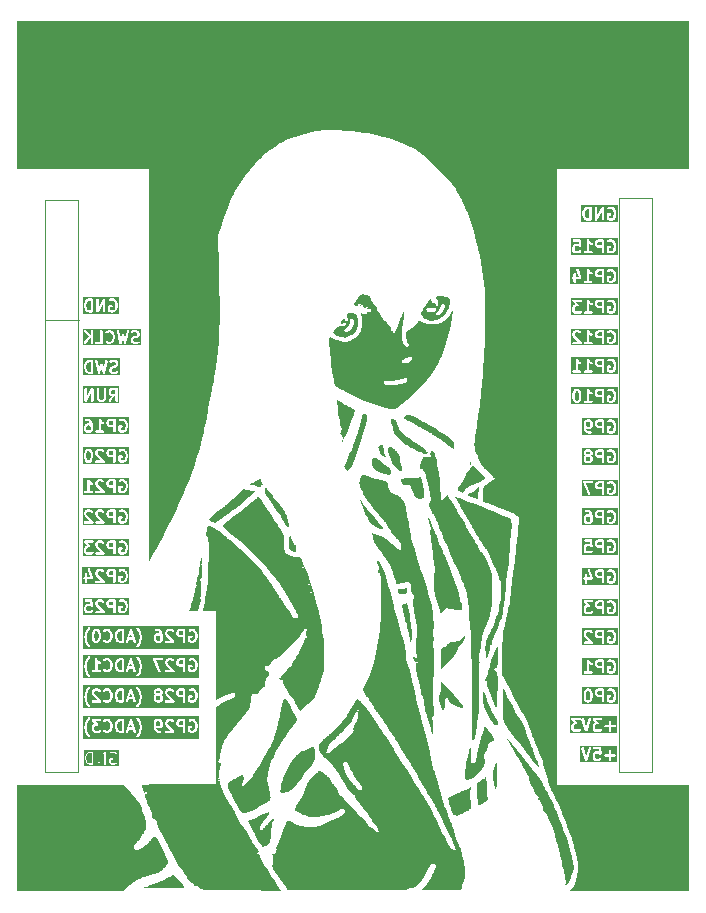
<source format=gbr>
%TF.GenerationSoftware,KiCad,Pcbnew,9.0.6*%
%TF.CreationDate,2025-11-29T10:37:21+02:00*%
%TF.ProjectId,laserboard,6c617365-7262-46f6-9172-642e6b696361,rev?*%
%TF.SameCoordinates,Original*%
%TF.FileFunction,Legend,Bot*%
%TF.FilePolarity,Positive*%
%FSLAX46Y46*%
G04 Gerber Fmt 4.6, Leading zero omitted, Abs format (unit mm)*
G04 Created by KiCad (PCBNEW 9.0.6) date 2025-11-29 10:37:21*
%MOMM*%
%LPD*%
G01*
G04 APERTURE LIST*
%ADD10C,0.000000*%
%ADD11C,0.100000*%
%ADD12C,0.200000*%
G04 APERTURE END LIST*
D10*
G36*
X123132798Y-153474908D02*
G01*
X123159188Y-153483037D01*
X123171267Y-153488905D01*
X123182631Y-153495998D01*
X123193300Y-153504330D01*
X123203295Y-153513917D01*
X123221346Y-153536923D01*
X123236949Y-153565142D01*
X123250272Y-153598701D01*
X123261478Y-153637726D01*
X123270736Y-153682346D01*
X123278211Y-153732687D01*
X123284068Y-153788876D01*
X123288475Y-153851040D01*
X123293600Y-153993801D01*
X123294913Y-154161985D01*
X123293870Y-154242489D01*
X123290535Y-154317280D01*
X123284379Y-154387451D01*
X123274874Y-154454095D01*
X123261489Y-154518305D01*
X123243695Y-154581174D01*
X123220963Y-154643793D01*
X123192764Y-154707257D01*
X123158567Y-154772657D01*
X123117844Y-154841087D01*
X123070066Y-154913639D01*
X123014702Y-154991407D01*
X122951224Y-155075482D01*
X122879103Y-155166958D01*
X122706810Y-155376482D01*
X122572605Y-155540657D01*
X122380669Y-155780223D01*
X122156623Y-156063021D01*
X121926087Y-156356889D01*
X121825872Y-156484272D01*
X121732924Y-156600120D01*
X121646716Y-156704904D01*
X121566719Y-156799095D01*
X121492404Y-156883166D01*
X121423244Y-156957588D01*
X121358711Y-157022832D01*
X121298275Y-157079369D01*
X121269430Y-157104521D01*
X121241410Y-157127672D01*
X121214151Y-157148883D01*
X121187586Y-157168211D01*
X121161650Y-157185717D01*
X121136276Y-157201459D01*
X121111399Y-157215495D01*
X121086952Y-157227886D01*
X121062869Y-157238689D01*
X121039084Y-157247964D01*
X121015532Y-157255769D01*
X120992145Y-157262164D01*
X120968859Y-157267208D01*
X120945607Y-157270959D01*
X120922323Y-157273476D01*
X120898941Y-157274819D01*
X120884544Y-157275619D01*
X120870148Y-157277043D01*
X120855844Y-157279058D01*
X120841725Y-157281627D01*
X120827883Y-157284716D01*
X120814409Y-157288291D01*
X120801396Y-157292316D01*
X120788936Y-157296756D01*
X120777121Y-157301576D01*
X120766042Y-157306742D01*
X120755792Y-157312218D01*
X120746462Y-157317969D01*
X120738145Y-157323961D01*
X120734396Y-157327036D01*
X120730933Y-157330158D01*
X120727770Y-157333323D01*
X120724918Y-157336527D01*
X120722388Y-157339764D01*
X120720191Y-157343030D01*
X120715381Y-157349514D01*
X120709125Y-157355815D01*
X120701522Y-157361902D01*
X120692673Y-157367742D01*
X120682677Y-157373302D01*
X120671635Y-157378549D01*
X120659646Y-157383452D01*
X120646810Y-157387977D01*
X120633228Y-157392091D01*
X120618998Y-157395763D01*
X120604222Y-157398959D01*
X120588998Y-157401648D01*
X120573427Y-157403796D01*
X120557609Y-157405370D01*
X120541644Y-157406339D01*
X120525630Y-157406669D01*
X120501019Y-157406309D01*
X120479116Y-157405062D01*
X120459767Y-157402674D01*
X120442818Y-157398894D01*
X120435195Y-157396402D01*
X120428114Y-157393468D01*
X120421556Y-157390059D01*
X120415501Y-157386144D01*
X120409929Y-157381692D01*
X120404822Y-157376670D01*
X120400161Y-157371048D01*
X120395925Y-157364793D01*
X120392096Y-157357875D01*
X120388653Y-157350260D01*
X120385579Y-157341919D01*
X120382854Y-157332820D01*
X120378370Y-157312218D01*
X120375049Y-157288204D01*
X120372735Y-157260523D01*
X120371274Y-157228925D01*
X120370511Y-157193155D01*
X120370291Y-157152962D01*
X120376022Y-157046877D01*
X120392680Y-156924252D01*
X120419464Y-156787194D01*
X120455570Y-156637807D01*
X120500196Y-156478197D01*
X120552541Y-156310470D01*
X120611801Y-156136731D01*
X120677174Y-155959086D01*
X120747858Y-155779639D01*
X120823051Y-155600496D01*
X120901950Y-155423764D01*
X120983753Y-155251546D01*
X121067657Y-155085950D01*
X121152860Y-154929079D01*
X121238560Y-154783040D01*
X121323954Y-154649938D01*
X121367762Y-154588271D01*
X121417697Y-154523636D01*
X121472732Y-154456991D01*
X121531843Y-154389295D01*
X121594006Y-154321506D01*
X121658194Y-154254583D01*
X121723383Y-154189485D01*
X121788548Y-154127170D01*
X121852664Y-154068596D01*
X121914705Y-154014723D01*
X121973647Y-153966508D01*
X122028465Y-153924910D01*
X122078134Y-153890888D01*
X122121629Y-153865400D01*
X122140740Y-153856156D01*
X122157924Y-153849406D01*
X122173051Y-153845267D01*
X122185994Y-153843862D01*
X122196030Y-153842871D01*
X122209480Y-153839963D01*
X122245713Y-153828789D01*
X122292872Y-153811126D01*
X122349139Y-153787758D01*
X122412696Y-153759471D01*
X122481723Y-153727050D01*
X122554401Y-153691280D01*
X122628913Y-153652947D01*
X122709773Y-153611038D01*
X122783899Y-153574183D01*
X122818526Y-153557719D01*
X122851578Y-153542601D01*
X122883089Y-153528857D01*
X122913096Y-153516513D01*
X122941635Y-153505597D01*
X122968741Y-153496137D01*
X122994451Y-153488161D01*
X123018799Y-153481694D01*
X123041823Y-153476766D01*
X123063557Y-153473404D01*
X123084039Y-153471634D01*
X123103298Y-153471485D01*
X123132798Y-153474908D01*
G37*
G36*
X118482352Y-132302874D02*
G01*
X118490230Y-132304792D01*
X118498380Y-132307701D01*
X118506867Y-132311611D01*
X118515755Y-132316536D01*
X118525110Y-132322485D01*
X118534996Y-132329472D01*
X118545479Y-132337506D01*
X118556623Y-132346601D01*
X118568494Y-132356767D01*
X118594677Y-132380360D01*
X118624546Y-132408379D01*
X118658623Y-132440916D01*
X118677445Y-132459188D01*
X118695742Y-132477410D01*
X118713418Y-132495465D01*
X118730379Y-132513242D01*
X118746529Y-132530625D01*
X118761774Y-132547501D01*
X118776017Y-132563756D01*
X118789165Y-132579276D01*
X118801123Y-132593948D01*
X118811794Y-132607656D01*
X118821085Y-132620287D01*
X118828899Y-132631728D01*
X118835142Y-132641864D01*
X118839720Y-132650582D01*
X118841354Y-132654373D01*
X118842536Y-132657767D01*
X118843254Y-132660750D01*
X118843495Y-132663306D01*
X118847627Y-132679106D01*
X118859581Y-132705811D01*
X118904315Y-132787833D01*
X118972416Y-132901163D01*
X119058603Y-133037592D01*
X119157594Y-133188914D01*
X119264107Y-133346918D01*
X119372860Y-133503398D01*
X119478572Y-133650144D01*
X119517154Y-133703591D01*
X119553136Y-133755487D01*
X119585732Y-133804552D01*
X119614159Y-133849507D01*
X119626565Y-133870042D01*
X119637634Y-133889069D01*
X119647269Y-133906429D01*
X119655372Y-133921961D01*
X119661845Y-133935505D01*
X119666589Y-133946901D01*
X119669508Y-133955989D01*
X119670252Y-133959618D01*
X119670503Y-133962609D01*
X119672436Y-133970548D01*
X119678110Y-133983506D01*
X119699913Y-134023313D01*
X119734383Y-134079703D01*
X119779993Y-134150351D01*
X119835215Y-134232931D01*
X119898520Y-134325117D01*
X119968382Y-134424584D01*
X120043271Y-134529005D01*
X120119884Y-134637254D01*
X120194729Y-134747663D01*
X120265929Y-134857139D01*
X120331603Y-134962590D01*
X120389872Y-135060924D01*
X120438857Y-135149048D01*
X120459282Y-135188315D01*
X120476680Y-135223869D01*
X120490818Y-135255325D01*
X120501460Y-135282296D01*
X120510506Y-135306600D01*
X120519993Y-135330223D01*
X120529841Y-135353042D01*
X120539973Y-135374935D01*
X120550311Y-135395779D01*
X120560776Y-135415452D01*
X120571289Y-135433833D01*
X120581773Y-135450798D01*
X120592149Y-135466225D01*
X120602338Y-135479992D01*
X120607338Y-135486215D01*
X120612262Y-135491976D01*
X120617101Y-135497262D01*
X120621844Y-135502056D01*
X120626481Y-135506344D01*
X120631004Y-135510109D01*
X120635401Y-135513337D01*
X120639664Y-135516013D01*
X120643782Y-135518120D01*
X120647746Y-135519645D01*
X120651545Y-135520570D01*
X120655171Y-135520882D01*
X120663357Y-135523423D01*
X120670822Y-135531054D01*
X120677564Y-135543790D01*
X120683583Y-135561643D01*
X120688878Y-135584629D01*
X120693449Y-135612761D01*
X120700413Y-135684517D01*
X120704468Y-135777023D01*
X120705610Y-135890389D01*
X120703832Y-136024726D01*
X120699127Y-136180144D01*
X120695054Y-136326398D01*
X120693922Y-136462161D01*
X120695647Y-136585878D01*
X120697554Y-136642734D01*
X120700142Y-136695994D01*
X120703400Y-136745465D01*
X120707319Y-136790953D01*
X120711887Y-136832262D01*
X120717094Y-136869198D01*
X120722928Y-136901567D01*
X120729378Y-136929174D01*
X120736435Y-136951824D01*
X120744087Y-136969324D01*
X120766903Y-137004425D01*
X120797428Y-137039428D01*
X120835155Y-137074118D01*
X120879578Y-137108278D01*
X120930189Y-137141691D01*
X120986482Y-137174142D01*
X121047951Y-137205414D01*
X121114088Y-137235291D01*
X121184387Y-137263557D01*
X121258342Y-137289995D01*
X121335445Y-137314390D01*
X121415191Y-137336524D01*
X121497072Y-137356182D01*
X121580581Y-137373147D01*
X121665213Y-137387203D01*
X121750460Y-137398135D01*
X121817186Y-137405549D01*
X121876034Y-137412546D01*
X121927565Y-137419438D01*
X121972341Y-137426538D01*
X121992373Y-137430265D01*
X122010927Y-137434162D01*
X122028073Y-137438267D01*
X122043883Y-137442621D01*
X122058426Y-137447261D01*
X122071773Y-137452229D01*
X122083995Y-137457562D01*
X122095160Y-137463300D01*
X122105341Y-137469482D01*
X122114606Y-137476148D01*
X122123027Y-137483335D01*
X122130673Y-137491085D01*
X122137616Y-137499435D01*
X122143925Y-137508425D01*
X122149671Y-137518095D01*
X122154924Y-137528483D01*
X122159755Y-137539628D01*
X122164233Y-137551570D01*
X122168429Y-137564349D01*
X122172413Y-137578002D01*
X122180029Y-137608091D01*
X122187642Y-137642150D01*
X122198898Y-137687528D01*
X122214320Y-137739589D01*
X122233219Y-137796496D01*
X122254905Y-137856414D01*
X122278685Y-137917508D01*
X122303871Y-137977942D01*
X122329770Y-138035879D01*
X122355694Y-138089486D01*
X122464205Y-138330148D01*
X122596476Y-138664623D01*
X122743710Y-139066796D01*
X122897113Y-139510554D01*
X123047887Y-139969781D01*
X123187238Y-140418365D01*
X123306368Y-140830190D01*
X123396482Y-141179143D01*
X123464914Y-141462767D01*
X123534261Y-141738022D01*
X123596400Y-141973475D01*
X123622230Y-142066452D01*
X123643212Y-142137691D01*
X123669195Y-142225710D01*
X123695540Y-142322433D01*
X123747947Y-142534686D01*
X123797696Y-142759839D01*
X123842050Y-142983279D01*
X123878273Y-143190396D01*
X123903629Y-143366576D01*
X123911376Y-143438499D01*
X123915381Y-143497209D01*
X123915300Y-143540878D01*
X123910793Y-143567681D01*
X123907973Y-143578438D01*
X123906216Y-143593002D01*
X123905491Y-143611123D01*
X123905762Y-143632550D01*
X123909167Y-143684321D01*
X123916165Y-143746309D01*
X123926494Y-143816509D01*
X123939888Y-143892916D01*
X123956084Y-143973525D01*
X123974818Y-144056330D01*
X123998012Y-144170314D01*
X124018270Y-144306546D01*
X124035649Y-144465844D01*
X124050205Y-144649022D01*
X124061994Y-144856897D01*
X124071072Y-145090284D01*
X124077497Y-145349998D01*
X124081323Y-145636855D01*
X124083871Y-146018549D01*
X124082896Y-146318710D01*
X124080422Y-146444745D01*
X124076270Y-146558230D01*
X124070173Y-146661778D01*
X124061865Y-146758001D01*
X124051081Y-146849509D01*
X124037553Y-146938915D01*
X124021017Y-147028829D01*
X124001206Y-147121864D01*
X123977853Y-147220630D01*
X123950694Y-147327739D01*
X123883890Y-147577434D01*
X123837690Y-147740343D01*
X123785857Y-147910780D01*
X123730147Y-148083696D01*
X123672317Y-148254043D01*
X123614124Y-148416771D01*
X123557324Y-148566832D01*
X123503673Y-148699176D01*
X123454929Y-148808755D01*
X123410444Y-148904552D01*
X123368935Y-148997431D01*
X123331313Y-149085105D01*
X123298488Y-149165288D01*
X123271373Y-149235694D01*
X123250877Y-149294036D01*
X123243396Y-149317969D01*
X123237912Y-149338029D01*
X123234537Y-149353930D01*
X123233387Y-149365386D01*
X123233281Y-149369945D01*
X123232966Y-149374447D01*
X123232448Y-149378884D01*
X123231731Y-149383252D01*
X123230821Y-149387545D01*
X123229723Y-149391758D01*
X123228443Y-149395883D01*
X123226985Y-149399917D01*
X123225355Y-149403853D01*
X123223559Y-149407685D01*
X123221600Y-149411409D01*
X123219485Y-149415017D01*
X123217219Y-149418505D01*
X123214806Y-149421866D01*
X123212254Y-149425095D01*
X123209565Y-149428187D01*
X123206746Y-149431136D01*
X123203802Y-149433935D01*
X123200738Y-149436580D01*
X123197560Y-149439065D01*
X123194272Y-149441383D01*
X123190880Y-149443530D01*
X123187389Y-149445499D01*
X123183805Y-149447285D01*
X123180132Y-149448882D01*
X123176376Y-149450285D01*
X123172541Y-149451487D01*
X123168635Y-149452484D01*
X123164660Y-149453269D01*
X123160623Y-149453837D01*
X123156529Y-149454181D01*
X123152384Y-149454298D01*
X123141522Y-149456927D01*
X123125831Y-149464642D01*
X123105614Y-149477184D01*
X123081169Y-149494292D01*
X123020799Y-149541168D01*
X122947125Y-149603194D01*
X122862550Y-149678292D01*
X122769479Y-149764385D01*
X122670313Y-149859394D01*
X122567458Y-149961243D01*
X122063540Y-150468189D01*
X121790301Y-150008915D01*
X121735380Y-149915066D01*
X121684112Y-149824372D01*
X121637621Y-149739044D01*
X121597032Y-149661293D01*
X121563472Y-149593329D01*
X121549679Y-149563708D01*
X121538065Y-149537363D01*
X121528770Y-149514569D01*
X121521936Y-149495604D01*
X121517702Y-149480744D01*
X121516210Y-149470264D01*
X121516090Y-149466182D01*
X121515805Y-149462153D01*
X121515361Y-149458180D01*
X121514761Y-149454271D01*
X121514010Y-149450428D01*
X121513111Y-149446659D01*
X121512069Y-149442967D01*
X121510887Y-149439358D01*
X121509571Y-149435837D01*
X121508124Y-149432408D01*
X121506550Y-149429078D01*
X121504853Y-149425850D01*
X121503037Y-149422731D01*
X121501107Y-149419725D01*
X121499067Y-149416837D01*
X121496921Y-149414072D01*
X121494672Y-149411436D01*
X121492325Y-149408933D01*
X121489885Y-149406568D01*
X121487354Y-149404347D01*
X121484738Y-149402275D01*
X121482041Y-149400356D01*
X121479266Y-149398596D01*
X121476417Y-149396999D01*
X121473500Y-149395572D01*
X121470517Y-149394318D01*
X121467473Y-149393244D01*
X121464373Y-149392353D01*
X121461220Y-149391652D01*
X121458018Y-149391144D01*
X121454772Y-149390836D01*
X121451485Y-149390733D01*
X121443897Y-149388696D01*
X121434078Y-149382706D01*
X121408216Y-149359576D01*
X121374848Y-149322762D01*
X121334920Y-149273688D01*
X121239172Y-149144445D01*
X121128552Y-148983220D01*
X121010637Y-148801389D01*
X120893004Y-148610325D01*
X120783231Y-148421403D01*
X120688896Y-148245998D01*
X120675171Y-148218266D01*
X120662200Y-148190350D01*
X120650037Y-148162436D01*
X120638733Y-148134708D01*
X120628338Y-148107353D01*
X120618905Y-148080556D01*
X120610484Y-148054502D01*
X120603127Y-148029377D01*
X120596886Y-148005367D01*
X120591812Y-147982656D01*
X120587955Y-147961432D01*
X120585369Y-147941878D01*
X120584103Y-147924180D01*
X120584210Y-147908525D01*
X120585741Y-147895096D01*
X120587056Y-147889276D01*
X120588747Y-147884081D01*
X120590725Y-147878690D01*
X120592478Y-147873496D01*
X120594006Y-147868501D01*
X120595310Y-147863707D01*
X120596391Y-147859115D01*
X120597251Y-147854728D01*
X120597890Y-147850546D01*
X120598309Y-147846572D01*
X120598511Y-147842808D01*
X120598494Y-147839255D01*
X120598262Y-147835915D01*
X120597815Y-147832789D01*
X120597153Y-147829880D01*
X120596278Y-147827189D01*
X120595192Y-147824718D01*
X120593894Y-147822468D01*
X120592387Y-147820442D01*
X120590671Y-147818641D01*
X120588748Y-147817067D01*
X120586618Y-147815722D01*
X120584282Y-147814607D01*
X120581742Y-147813724D01*
X120578999Y-147813074D01*
X120576054Y-147812661D01*
X120572907Y-147812484D01*
X120569561Y-147812547D01*
X120566015Y-147812850D01*
X120562271Y-147813396D01*
X120558331Y-147814186D01*
X120554195Y-147815222D01*
X120549864Y-147816506D01*
X120545339Y-147818040D01*
X120534744Y-147821298D01*
X120523663Y-147823693D01*
X120512159Y-147825261D01*
X120500294Y-147826037D01*
X120488132Y-147826055D01*
X120475737Y-147825350D01*
X120463169Y-147823959D01*
X120450494Y-147821916D01*
X120437774Y-147819256D01*
X120425071Y-147816014D01*
X120412449Y-147812226D01*
X120399971Y-147807926D01*
X120387699Y-147803150D01*
X120375697Y-147797934D01*
X120364028Y-147792311D01*
X120352755Y-147786317D01*
X120341941Y-147779988D01*
X120331648Y-147773358D01*
X120321940Y-147766463D01*
X120312879Y-147759338D01*
X120304529Y-147752018D01*
X120296953Y-147744537D01*
X120290214Y-147736932D01*
X120284374Y-147729238D01*
X120279497Y-147721489D01*
X120275646Y-147713720D01*
X120272883Y-147705967D01*
X120271271Y-147698266D01*
X120270875Y-147690650D01*
X120271756Y-147683156D01*
X120273977Y-147675818D01*
X120277603Y-147668671D01*
X120279631Y-147665568D01*
X120281784Y-147662597D01*
X120284057Y-147659761D01*
X120286442Y-147657061D01*
X120288935Y-147654499D01*
X120291528Y-147652077D01*
X120294216Y-147649795D01*
X120296992Y-147647657D01*
X120299850Y-147645662D01*
X120302784Y-147643813D01*
X120305789Y-147642112D01*
X120308856Y-147640559D01*
X120311982Y-147639157D01*
X120315159Y-147637908D01*
X120318381Y-147636812D01*
X120321642Y-147635871D01*
X120324936Y-147635087D01*
X120328257Y-147634462D01*
X120331598Y-147633997D01*
X120334954Y-147633693D01*
X120338319Y-147633553D01*
X120341685Y-147633578D01*
X120345047Y-147633769D01*
X120348399Y-147634128D01*
X120351735Y-147634657D01*
X120355048Y-147635357D01*
X120358332Y-147636230D01*
X120361582Y-147637277D01*
X120364790Y-147638501D01*
X120367952Y-147639902D01*
X120371060Y-147641482D01*
X120374108Y-147643243D01*
X120377057Y-147644980D01*
X120379875Y-147646452D01*
X120382561Y-147647663D01*
X120385113Y-147648616D01*
X120387531Y-147649314D01*
X120389813Y-147649762D01*
X120391957Y-147649962D01*
X120393962Y-147649920D01*
X120395826Y-147649638D01*
X120397549Y-147649121D01*
X120399128Y-147648371D01*
X120400562Y-147647393D01*
X120401849Y-147646190D01*
X120402989Y-147644767D01*
X120403980Y-147643126D01*
X120404820Y-147641271D01*
X120405508Y-147639207D01*
X120406042Y-147636936D01*
X120406421Y-147634463D01*
X120406644Y-147631792D01*
X120406709Y-147628925D01*
X120406615Y-147625867D01*
X120405942Y-147619191D01*
X120404614Y-147611794D01*
X120402620Y-147603706D01*
X120399948Y-147594956D01*
X120396587Y-147585573D01*
X120394767Y-147580358D01*
X120393292Y-147575081D01*
X120392157Y-147569751D01*
X120391358Y-147564374D01*
X120390892Y-147558957D01*
X120390755Y-147553507D01*
X120390942Y-147548030D01*
X120391450Y-147542534D01*
X120392275Y-147537026D01*
X120393412Y-147531512D01*
X120394859Y-147525999D01*
X120396611Y-147520494D01*
X120398664Y-147515004D01*
X120401014Y-147509535D01*
X120403657Y-147504095D01*
X120406590Y-147498691D01*
X120409809Y-147493329D01*
X120413309Y-147488016D01*
X120417087Y-147482759D01*
X120421138Y-147477565D01*
X120425459Y-147472441D01*
X120430046Y-147467393D01*
X120434896Y-147462429D01*
X120440003Y-147457555D01*
X120445364Y-147452778D01*
X120450976Y-147448105D01*
X120456834Y-147443543D01*
X120462935Y-147439099D01*
X120469273Y-147434780D01*
X120475847Y-147430592D01*
X120482651Y-147426542D01*
X120489682Y-147422637D01*
X120504085Y-147413846D01*
X120520552Y-147401854D01*
X120538893Y-147386870D01*
X120558916Y-147369105D01*
X120580432Y-147348766D01*
X120603250Y-147326064D01*
X120652030Y-147274405D01*
X120703732Y-147215802D01*
X120756832Y-147151929D01*
X120809807Y-147084460D01*
X120861132Y-147015067D01*
X120886154Y-146980692D01*
X120911121Y-146947499D01*
X120935876Y-146915652D01*
X120960263Y-146885311D01*
X120984124Y-146856640D01*
X121007302Y-146829800D01*
X121029640Y-146804953D01*
X121050982Y-146782262D01*
X121071170Y-146761889D01*
X121090048Y-146743996D01*
X121107459Y-146728746D01*
X121123245Y-146716299D01*
X121130480Y-146711178D01*
X121137249Y-146706819D01*
X121143535Y-146703242D01*
X121149316Y-146700468D01*
X121154573Y-146698516D01*
X121159287Y-146697408D01*
X121163437Y-146697162D01*
X121167005Y-146697800D01*
X121179635Y-146701125D01*
X121191828Y-146702077D01*
X121203957Y-146700078D01*
X121216394Y-146694552D01*
X121229512Y-146684923D01*
X121243685Y-146670614D01*
X121259283Y-146651050D01*
X121276681Y-146625653D01*
X121296251Y-146593847D01*
X121318365Y-146555055D01*
X121371718Y-146454211D01*
X121439722Y-146318508D01*
X121525357Y-146143334D01*
X121561961Y-146070693D01*
X121601382Y-145997382D01*
X121642379Y-145925401D01*
X121683708Y-145856753D01*
X121724128Y-145793441D01*
X121743609Y-145764411D01*
X121762396Y-145737466D01*
X121780335Y-145712856D01*
X121797270Y-145690831D01*
X121813046Y-145671641D01*
X121827508Y-145655537D01*
X121841098Y-145640839D01*
X121854308Y-145625817D01*
X121867071Y-145610581D01*
X121879316Y-145595239D01*
X121890977Y-145579901D01*
X121901984Y-145564675D01*
X121912268Y-145549671D01*
X121921761Y-145534997D01*
X121930394Y-145520763D01*
X121938099Y-145507078D01*
X121944806Y-145494051D01*
X121950449Y-145481791D01*
X121954956Y-145470407D01*
X121958261Y-145460009D01*
X121960294Y-145450704D01*
X121960813Y-145446496D01*
X121960987Y-145442603D01*
X121961467Y-145434365D01*
X121962874Y-145424635D01*
X121965160Y-145413539D01*
X121968279Y-145401200D01*
X121972184Y-145387742D01*
X121976825Y-145373290D01*
X121988133Y-145341899D01*
X122001822Y-145308020D01*
X122017513Y-145272645D01*
X122034828Y-145236767D01*
X122053387Y-145201380D01*
X122075662Y-145158702D01*
X122103668Y-145101912D01*
X122172343Y-144955837D01*
X122250353Y-144782833D01*
X122328640Y-144602579D01*
X122347535Y-144559048D01*
X122366395Y-144517227D01*
X122385100Y-144477310D01*
X122403533Y-144439495D01*
X122421576Y-144403977D01*
X122439109Y-144370952D01*
X122456015Y-144340615D01*
X122472175Y-144313163D01*
X122487472Y-144288791D01*
X122501785Y-144267696D01*
X122514998Y-144250073D01*
X122521155Y-144242625D01*
X122526992Y-144236118D01*
X122532495Y-144230577D01*
X122537648Y-144226027D01*
X122542438Y-144222492D01*
X122546849Y-144219996D01*
X122550866Y-144218564D01*
X122554475Y-144218220D01*
X122557660Y-144218989D01*
X122560408Y-144220896D01*
X122562831Y-144222972D01*
X122565107Y-144224240D01*
X122567236Y-144224715D01*
X122569217Y-144224413D01*
X122571052Y-144223352D01*
X122572739Y-144221546D01*
X122575668Y-144215770D01*
X122578005Y-144207213D01*
X122579745Y-144196006D01*
X122580889Y-144182279D01*
X122581433Y-144166162D01*
X122581376Y-144147786D01*
X122580716Y-144127280D01*
X122577578Y-144080398D01*
X122572005Y-144026558D01*
X122563979Y-143966801D01*
X122558551Y-143928602D01*
X122554062Y-143893177D01*
X122550517Y-143860483D01*
X122547920Y-143830478D01*
X122546977Y-143816470D01*
X122546273Y-143803118D01*
X122545808Y-143790417D01*
X122545583Y-143778362D01*
X122545597Y-143766946D01*
X122545852Y-143756165D01*
X122546347Y-143746014D01*
X122547084Y-143736487D01*
X122548063Y-143727578D01*
X122549284Y-143719283D01*
X122550748Y-143711596D01*
X122552456Y-143704511D01*
X122554407Y-143698025D01*
X122556603Y-143692130D01*
X122559044Y-143686822D01*
X122561730Y-143682095D01*
X122564663Y-143677944D01*
X122567841Y-143674364D01*
X122571267Y-143671350D01*
X122574940Y-143668895D01*
X122578861Y-143666996D01*
X122583031Y-143665645D01*
X122587449Y-143664839D01*
X122592118Y-143664571D01*
X122601751Y-143664160D01*
X122610096Y-143662891D01*
X122613785Y-143661919D01*
X122617152Y-143660714D01*
X122620196Y-143659269D01*
X122622919Y-143657578D01*
X122625318Y-143655635D01*
X122627396Y-143653434D01*
X122629150Y-143650967D01*
X122630583Y-143648229D01*
X122631693Y-143645214D01*
X122632480Y-143641914D01*
X122632945Y-143638325D01*
X122633088Y-143634438D01*
X122632908Y-143630249D01*
X122632405Y-143625751D01*
X122630432Y-143615800D01*
X122627168Y-143604537D01*
X122622613Y-143591910D01*
X122616768Y-143577869D01*
X122609631Y-143562363D01*
X122601203Y-143545341D01*
X122591484Y-143526752D01*
X122578631Y-143503056D01*
X122566940Y-143482733D01*
X122556013Y-143465935D01*
X122550712Y-143458906D01*
X122545452Y-143452815D01*
X122540184Y-143447683D01*
X122534858Y-143443528D01*
X122529424Y-143440369D01*
X122523832Y-143438225D01*
X122518033Y-143437116D01*
X122511977Y-143437061D01*
X122505614Y-143438078D01*
X122498893Y-143440188D01*
X122491767Y-143443408D01*
X122484183Y-143447759D01*
X122476093Y-143453259D01*
X122467448Y-143459927D01*
X122448289Y-143476847D01*
X122426308Y-143498670D01*
X122401107Y-143525550D01*
X122372287Y-143557640D01*
X122302198Y-143638062D01*
X122258266Y-143690129D01*
X122216064Y-143742555D01*
X122176601Y-143793920D01*
X122140883Y-143842802D01*
X122124744Y-143865868D01*
X122109919Y-143887781D01*
X122096534Y-143908363D01*
X122084716Y-143927437D01*
X122074589Y-143944825D01*
X122066281Y-143960349D01*
X122059917Y-143973833D01*
X122055623Y-143985097D01*
X122032824Y-144024351D01*
X121982692Y-144089447D01*
X121813968Y-144283308D01*
X121576538Y-144538969D01*
X121297485Y-144828718D01*
X121003894Y-145124844D01*
X120722850Y-145399635D01*
X120481437Y-145625380D01*
X120384056Y-145711200D01*
X120306739Y-145774367D01*
X120245611Y-145820004D01*
X120181633Y-145865541D01*
X120116703Y-145909771D01*
X120052716Y-145951488D01*
X119991569Y-145989483D01*
X119935159Y-146022551D01*
X119885380Y-146049484D01*
X119863571Y-146060273D01*
X119844130Y-146069076D01*
X119825873Y-146077554D01*
X119807534Y-146087353D01*
X119789232Y-146098355D01*
X119771088Y-146110443D01*
X119753223Y-146123501D01*
X119735756Y-146137411D01*
X119718809Y-146152056D01*
X119702501Y-146167320D01*
X119686952Y-146183086D01*
X119672284Y-146199236D01*
X119658616Y-146215654D01*
X119646069Y-146232223D01*
X119634763Y-146248826D01*
X119624818Y-146265346D01*
X119616355Y-146281666D01*
X119609494Y-146297669D01*
X119602674Y-146314379D01*
X119594937Y-146331060D01*
X119576878Y-146364204D01*
X119555659Y-146396838D01*
X119531621Y-146428700D01*
X119505104Y-146459525D01*
X119476448Y-146489051D01*
X119445996Y-146517014D01*
X119414087Y-146543152D01*
X119381063Y-146567200D01*
X119347263Y-146588896D01*
X119313029Y-146607977D01*
X119278702Y-146624178D01*
X119244622Y-146637238D01*
X119227782Y-146642507D01*
X119211131Y-146646892D01*
X119194712Y-146650359D01*
X119178568Y-146652877D01*
X119162741Y-146654412D01*
X119147274Y-146654931D01*
X119133025Y-146655511D01*
X119126288Y-146656240D01*
X119119806Y-146657266D01*
X119113578Y-146658590D01*
X119107601Y-146660217D01*
X119101875Y-146662148D01*
X119096396Y-146664386D01*
X119091164Y-146666935D01*
X119086176Y-146669796D01*
X119081430Y-146672972D01*
X119076924Y-146676466D01*
X119072657Y-146680281D01*
X119068626Y-146684420D01*
X119064829Y-146688885D01*
X119061266Y-146693679D01*
X119057933Y-146698804D01*
X119054829Y-146704264D01*
X119051952Y-146710061D01*
X119049300Y-146716198D01*
X119044664Y-146729501D01*
X119040905Y-146744196D01*
X119038007Y-146760305D01*
X119035957Y-146777848D01*
X119034738Y-146796848D01*
X119034335Y-146817327D01*
X119034885Y-146839635D01*
X119036589Y-146860445D01*
X119039523Y-146879850D01*
X119041477Y-146889053D01*
X119043767Y-146897940D01*
X119046403Y-146906522D01*
X119049396Y-146914810D01*
X119052756Y-146922815D01*
X119056490Y-146930550D01*
X119060611Y-146938027D01*
X119065127Y-146945255D01*
X119070048Y-146952248D01*
X119075383Y-146959016D01*
X119081143Y-146965572D01*
X119087338Y-146971926D01*
X119093976Y-146978091D01*
X119101068Y-146984077D01*
X119108623Y-146989897D01*
X119116652Y-146995562D01*
X119134167Y-147006473D01*
X119153691Y-147016902D01*
X119175303Y-147026943D01*
X119199079Y-147036687D01*
X119225099Y-147046227D01*
X119247294Y-147054648D01*
X119268142Y-147063954D01*
X119287639Y-147074110D01*
X119305784Y-147085083D01*
X119322575Y-147096837D01*
X119338010Y-147109338D01*
X119352086Y-147122551D01*
X119364803Y-147136442D01*
X119376158Y-147150975D01*
X119386148Y-147166117D01*
X119394773Y-147181832D01*
X119402029Y-147198086D01*
X119407915Y-147214845D01*
X119412430Y-147232073D01*
X119415570Y-147249736D01*
X119417335Y-147267800D01*
X119417721Y-147286230D01*
X119416727Y-147304991D01*
X119414352Y-147324048D01*
X119410592Y-147343367D01*
X119405447Y-147362913D01*
X119398914Y-147382652D01*
X119390990Y-147402549D01*
X119381675Y-147422569D01*
X119370966Y-147442678D01*
X119358862Y-147462841D01*
X119345359Y-147483024D01*
X119330456Y-147503191D01*
X119314152Y-147523308D01*
X119296444Y-147543341D01*
X119277330Y-147563255D01*
X119256808Y-147583015D01*
X119234066Y-147604848D01*
X119213465Y-147626314D01*
X119194913Y-147647675D01*
X119178317Y-147669198D01*
X119163584Y-147691146D01*
X119150620Y-147713786D01*
X119139332Y-147737382D01*
X119129628Y-147762198D01*
X119121414Y-147788501D01*
X119114597Y-147816554D01*
X119109084Y-147846623D01*
X119104782Y-147878972D01*
X119101599Y-147913867D01*
X119099440Y-147951573D01*
X119098213Y-147992354D01*
X119097824Y-148036475D01*
X119097532Y-148082085D01*
X119096585Y-148123426D01*
X119094880Y-148160768D01*
X119093711Y-148178024D01*
X119092313Y-148194382D01*
X119090673Y-148209875D01*
X119088779Y-148224537D01*
X119086617Y-148238403D01*
X119084174Y-148251506D01*
X119081438Y-148263880D01*
X119078395Y-148275559D01*
X119075033Y-148286576D01*
X119071338Y-148296966D01*
X119067297Y-148306761D01*
X119062898Y-148315997D01*
X119058127Y-148324707D01*
X119052971Y-148332924D01*
X119047417Y-148340683D01*
X119041453Y-148348018D01*
X119035065Y-148354961D01*
X119028241Y-148361547D01*
X119020966Y-148367811D01*
X119013229Y-148373785D01*
X119005017Y-148379503D01*
X118996315Y-148385000D01*
X118987112Y-148390309D01*
X118977394Y-148395464D01*
X118967148Y-148400498D01*
X118956362Y-148405447D01*
X118940951Y-148413213D01*
X118924010Y-148423475D01*
X118905713Y-148436064D01*
X118886229Y-148450812D01*
X118865731Y-148467549D01*
X118844390Y-148486107D01*
X118822378Y-148506318D01*
X118799866Y-148528012D01*
X118777025Y-148551021D01*
X118754027Y-148575176D01*
X118731044Y-148600309D01*
X118708247Y-148626250D01*
X118685808Y-148652832D01*
X118663897Y-148679885D01*
X118642687Y-148707240D01*
X118622350Y-148734730D01*
X118591918Y-148776308D01*
X118563761Y-148813425D01*
X118537462Y-148846334D01*
X118512606Y-148875286D01*
X118488775Y-148900531D01*
X118465554Y-148922322D01*
X118454043Y-148932001D01*
X118442527Y-148940910D01*
X118430956Y-148949081D01*
X118419278Y-148956547D01*
X118407439Y-148963337D01*
X118395389Y-148969483D01*
X118383075Y-148975017D01*
X118370446Y-148979971D01*
X118357448Y-148984376D01*
X118344031Y-148988262D01*
X118330143Y-148991663D01*
X118315730Y-148994608D01*
X118285125Y-148999260D01*
X118251800Y-149002469D01*
X118215340Y-149004487D01*
X118175328Y-149005566D01*
X117920845Y-149009749D01*
X117905652Y-149374999D01*
X117903806Y-149412266D01*
X117901425Y-149448685D01*
X117898548Y-149484059D01*
X117895210Y-149518191D01*
X117891450Y-149550884D01*
X117887304Y-149581941D01*
X117882811Y-149611165D01*
X117878007Y-149638359D01*
X117872929Y-149663325D01*
X117867616Y-149685866D01*
X117862104Y-149705786D01*
X117856430Y-149722888D01*
X117850632Y-149736973D01*
X117847699Y-149742823D01*
X117844748Y-149747846D01*
X117841785Y-149752016D01*
X117838814Y-149755308D01*
X117835840Y-149757699D01*
X117832868Y-149759164D01*
X117829966Y-149760301D01*
X117827180Y-149761727D01*
X117824510Y-149763432D01*
X117821958Y-149765407D01*
X117819527Y-149767644D01*
X117817218Y-149770134D01*
X117812972Y-149775838D01*
X117809236Y-149782450D01*
X117806022Y-149789901D01*
X117803345Y-149798120D01*
X117801219Y-149807038D01*
X117799659Y-149816586D01*
X117798677Y-149826694D01*
X117798289Y-149837292D01*
X117798508Y-149848311D01*
X117799349Y-149859681D01*
X117800824Y-149871332D01*
X117802950Y-149883196D01*
X117805738Y-149895202D01*
X117808302Y-149907974D01*
X117809701Y-149922131D01*
X117809988Y-149937556D01*
X117809217Y-149954131D01*
X117807440Y-149971739D01*
X117804711Y-149990263D01*
X117796608Y-150029586D01*
X117785334Y-150071163D01*
X117771313Y-150114052D01*
X117754971Y-150157315D01*
X117736733Y-150200013D01*
X117717024Y-150241205D01*
X117696269Y-150279954D01*
X117674893Y-150315318D01*
X117653321Y-150346359D01*
X117642595Y-150359964D01*
X117631979Y-150372137D01*
X117621526Y-150382759D01*
X117611291Y-150391713D01*
X117601325Y-150398882D01*
X117591682Y-150404148D01*
X117582416Y-150407393D01*
X117573579Y-150408501D01*
X117570573Y-150408647D01*
X117567508Y-150409079D01*
X117564391Y-150409789D01*
X117561229Y-150410772D01*
X117558026Y-150412020D01*
X117554790Y-150413525D01*
X117548240Y-150417281D01*
X117541628Y-150421982D01*
X117535003Y-150427572D01*
X117528414Y-150433994D01*
X117521910Y-150441190D01*
X117515539Y-150449103D01*
X117509350Y-150457678D01*
X117503392Y-150466856D01*
X117497714Y-150476582D01*
X117492366Y-150486797D01*
X117487394Y-150497445D01*
X117482850Y-150508468D01*
X117478781Y-150519811D01*
X117473121Y-150533191D01*
X117463905Y-150550193D01*
X117451338Y-150570559D01*
X117435628Y-150594031D01*
X117395597Y-150649258D01*
X117345463Y-150713807D01*
X117286875Y-150785612D01*
X117221480Y-150862606D01*
X117150928Y-150942721D01*
X117076869Y-151023891D01*
X117002270Y-151104724D01*
X116930163Y-151183994D01*
X116862308Y-151259689D01*
X116800462Y-151329796D01*
X116746386Y-151392302D01*
X116701839Y-151445195D01*
X116668580Y-151486463D01*
X116656733Y-151502108D01*
X116648368Y-151514092D01*
X116587828Y-151598613D01*
X116469963Y-151756644D01*
X116311793Y-151965598D01*
X116130337Y-152202889D01*
X115919014Y-152482715D01*
X115830070Y-152605573D01*
X115751171Y-152719462D01*
X115681492Y-152826181D01*
X115620208Y-152927532D01*
X115566494Y-153025313D01*
X115519526Y-153121326D01*
X115478477Y-153217370D01*
X115442523Y-153315245D01*
X115410839Y-153416752D01*
X115382601Y-153523691D01*
X115356982Y-153637862D01*
X115333159Y-153761064D01*
X115310306Y-153895100D01*
X115287598Y-154041767D01*
X115276523Y-154113863D01*
X115265234Y-154183210D01*
X115253807Y-154249497D01*
X115242318Y-154312414D01*
X115230846Y-154371650D01*
X115219465Y-154426893D01*
X115208254Y-154477833D01*
X115197288Y-154524159D01*
X115186645Y-154565560D01*
X115176400Y-154601724D01*
X115166632Y-154632342D01*
X115157415Y-154657102D01*
X115148828Y-154675692D01*
X115144794Y-154682577D01*
X115140946Y-154687804D01*
X115137294Y-154691332D01*
X115133847Y-154693124D01*
X115130615Y-154693141D01*
X115127607Y-154691343D01*
X115122125Y-154686526D01*
X115119560Y-154684536D01*
X115117116Y-154682821D01*
X115114794Y-154681378D01*
X115112594Y-154680205D01*
X115110519Y-154679297D01*
X115108571Y-154678654D01*
X115106750Y-154678271D01*
X115105059Y-154678146D01*
X115103499Y-154678277D01*
X115102071Y-154678659D01*
X115100777Y-154679291D01*
X115099619Y-154680170D01*
X115098598Y-154681292D01*
X115097715Y-154682655D01*
X115096973Y-154684256D01*
X115096373Y-154686093D01*
X115095916Y-154688161D01*
X115095604Y-154690459D01*
X115095438Y-154692984D01*
X115095421Y-154695733D01*
X115095837Y-154701890D01*
X115096863Y-154708909D01*
X115098513Y-154716766D01*
X115100799Y-154725438D01*
X115103733Y-154734904D01*
X115105475Y-154739781D01*
X115107466Y-154744574D01*
X115109697Y-154749276D01*
X115112159Y-154753883D01*
X115114845Y-154758388D01*
X115117744Y-154762786D01*
X115124150Y-154771239D01*
X115131307Y-154779197D01*
X115139145Y-154786617D01*
X115147595Y-154793453D01*
X115156586Y-154799662D01*
X115166049Y-154805198D01*
X115175913Y-154810019D01*
X115186109Y-154814078D01*
X115196567Y-154817333D01*
X115207216Y-154819738D01*
X115217988Y-154821249D01*
X115223397Y-154821655D01*
X115228811Y-154821822D01*
X115234220Y-154821742D01*
X115239616Y-154821412D01*
X115262439Y-154820556D01*
X115282258Y-154822242D01*
X115291043Y-154824114D01*
X115299078Y-154826712D01*
X115306365Y-154830068D01*
X115312904Y-154834211D01*
X115318695Y-154839172D01*
X115323738Y-154844982D01*
X115328035Y-154851671D01*
X115331587Y-154859269D01*
X115334392Y-154867807D01*
X115336453Y-154877315D01*
X115338341Y-154899365D01*
X115337255Y-154925662D01*
X115333200Y-154956450D01*
X115326180Y-154991972D01*
X115316198Y-155032474D01*
X115303260Y-155078197D01*
X115287370Y-155129386D01*
X115246748Y-155249137D01*
X115235470Y-155282663D01*
X115225194Y-155316479D01*
X115215924Y-155350533D01*
X115207666Y-155384773D01*
X115200424Y-155419147D01*
X115194205Y-155453603D01*
X115189013Y-155488090D01*
X115184853Y-155522555D01*
X115181732Y-155556946D01*
X115179654Y-155591213D01*
X115178624Y-155625302D01*
X115178648Y-155659162D01*
X115179731Y-155692742D01*
X115181878Y-155725988D01*
X115185095Y-155758850D01*
X115189387Y-155791276D01*
X115194855Y-155829683D01*
X115199201Y-155864784D01*
X115202384Y-155896777D01*
X115203526Y-155911669D01*
X115204361Y-155925858D01*
X115204884Y-155939368D01*
X115205090Y-155952224D01*
X115204974Y-155964451D01*
X115204529Y-155976073D01*
X115203752Y-155987115D01*
X115202636Y-155997602D01*
X115201177Y-156007558D01*
X115199369Y-156017008D01*
X115197206Y-156025976D01*
X115194685Y-156034487D01*
X115191798Y-156042566D01*
X115188542Y-156050237D01*
X115184910Y-156057526D01*
X115180898Y-156064456D01*
X115176500Y-156071052D01*
X115171712Y-156077340D01*
X115166527Y-156083343D01*
X115160940Y-156089086D01*
X115154947Y-156094594D01*
X115148541Y-156099891D01*
X115141718Y-156105003D01*
X115134473Y-156109954D01*
X115126799Y-156114767D01*
X115118693Y-156119469D01*
X115107769Y-156126056D01*
X115097821Y-156133013D01*
X115088834Y-156140302D01*
X115080798Y-156147885D01*
X115073697Y-156155724D01*
X115067521Y-156163782D01*
X115062255Y-156172020D01*
X115057887Y-156180400D01*
X115054404Y-156188884D01*
X115051793Y-156197435D01*
X115050041Y-156206014D01*
X115049135Y-156214583D01*
X115049063Y-156223105D01*
X115049811Y-156231540D01*
X115051366Y-156239853D01*
X115053716Y-156248003D01*
X115056848Y-156255954D01*
X115060748Y-156263667D01*
X115065404Y-156271105D01*
X115070804Y-156278229D01*
X115076933Y-156285001D01*
X115083779Y-156291384D01*
X115091330Y-156297339D01*
X115099571Y-156302829D01*
X115108492Y-156307815D01*
X115118077Y-156312259D01*
X115128316Y-156316124D01*
X115139194Y-156319372D01*
X115150698Y-156321964D01*
X115162817Y-156323862D01*
X115175537Y-156325029D01*
X115188844Y-156325426D01*
X115194445Y-156325631D01*
X115199875Y-156326244D01*
X115205134Y-156327265D01*
X115210222Y-156328695D01*
X115215139Y-156330531D01*
X115219884Y-156332774D01*
X115224457Y-156335423D01*
X115228857Y-156338478D01*
X115233085Y-156341938D01*
X115237139Y-156345803D01*
X115244728Y-156354745D01*
X115251620Y-156365300D01*
X115257813Y-156377464D01*
X115263304Y-156391234D01*
X115268090Y-156406605D01*
X115272169Y-156423573D01*
X115275538Y-156442134D01*
X115278195Y-156462285D01*
X115280136Y-156484021D01*
X115281359Y-156507339D01*
X115281862Y-156532235D01*
X115282640Y-156554704D01*
X115284647Y-156579293D01*
X115287817Y-156605758D01*
X115292089Y-156633854D01*
X115297398Y-156663338D01*
X115303680Y-156693965D01*
X115318910Y-156757670D01*
X115337270Y-156823015D01*
X115358252Y-156888044D01*
X115381345Y-156950804D01*
X115393524Y-156980722D01*
X115406040Y-157009339D01*
X115418307Y-157036904D01*
X115429776Y-157063703D01*
X115440407Y-157089597D01*
X115450161Y-157114447D01*
X115458997Y-157138115D01*
X115466875Y-157160460D01*
X115473756Y-157181345D01*
X115479599Y-157200629D01*
X115484364Y-157218175D01*
X115488011Y-157233844D01*
X115490501Y-157247496D01*
X115491792Y-157258992D01*
X115491976Y-157263888D01*
X115491845Y-157268193D01*
X115491395Y-157271890D01*
X115490620Y-157274962D01*
X115489515Y-157277390D01*
X115488077Y-157279157D01*
X115486298Y-157280247D01*
X115484175Y-157280642D01*
X115481980Y-157280758D01*
X115480001Y-157280994D01*
X115478234Y-157281346D01*
X115476679Y-157281811D01*
X115475334Y-157282387D01*
X115474197Y-157283070D01*
X115473266Y-157283858D01*
X115472540Y-157284746D01*
X115472016Y-157285733D01*
X115471693Y-157286815D01*
X115471570Y-157287988D01*
X115471644Y-157289251D01*
X115471914Y-157290599D01*
X115472378Y-157292031D01*
X115473035Y-157293542D01*
X115473882Y-157295130D01*
X115474917Y-157296791D01*
X115476140Y-157298523D01*
X115479140Y-157302186D01*
X115482867Y-157306095D01*
X115487308Y-157310226D01*
X115492448Y-157314553D01*
X115498273Y-157319052D01*
X115504770Y-157323699D01*
X115511925Y-157328469D01*
X115519781Y-157334416D01*
X115528391Y-157342530D01*
X115537668Y-157352671D01*
X115547526Y-157364696D01*
X115557878Y-157378464D01*
X115568639Y-157393834D01*
X115579723Y-157410664D01*
X115591042Y-157428813D01*
X115614044Y-157468500D01*
X115636955Y-157511765D01*
X115659085Y-157557474D01*
X115679744Y-157604496D01*
X115705676Y-157660772D01*
X115742961Y-157733039D01*
X115789846Y-157818302D01*
X115844579Y-157913568D01*
X115905406Y-158015841D01*
X115970575Y-158122127D01*
X116038333Y-158229432D01*
X116106927Y-158334762D01*
X116238741Y-158540555D01*
X116371764Y-158760383D01*
X116500206Y-158983395D01*
X116618277Y-159198737D01*
X116720188Y-159395559D01*
X116763275Y-159483634D01*
X116800150Y-159563009D01*
X116830091Y-159632327D01*
X116852373Y-159690233D01*
X116866273Y-159735370D01*
X116871067Y-159766381D01*
X116871714Y-159774433D01*
X116873611Y-159783648D01*
X116876696Y-159793918D01*
X116880903Y-159805137D01*
X116886169Y-159817197D01*
X116892430Y-159829992D01*
X116899622Y-159843414D01*
X116907682Y-159857357D01*
X116916545Y-159871714D01*
X116926147Y-159886378D01*
X116936425Y-159901242D01*
X116947315Y-159916198D01*
X116958752Y-159931141D01*
X116970673Y-159945962D01*
X116983014Y-159960556D01*
X116995711Y-159974815D01*
X117125261Y-160120301D01*
X117244840Y-160263082D01*
X117301276Y-160334010D01*
X117355683Y-160404926D01*
X117408216Y-160476050D01*
X117459028Y-160547603D01*
X117508276Y-160619807D01*
X117556112Y-160692882D01*
X117602693Y-160767051D01*
X117648173Y-160842533D01*
X117736447Y-160998326D01*
X117822172Y-161162029D01*
X117877228Y-161268134D01*
X117937509Y-161378791D01*
X118001058Y-161490746D01*
X118065916Y-161600744D01*
X118130124Y-161705531D01*
X118191726Y-161801854D01*
X118248762Y-161886458D01*
X118299274Y-161956089D01*
X118341678Y-162012089D01*
X118379183Y-162062698D01*
X118411919Y-162108264D01*
X118426538Y-162129266D01*
X118440013Y-162149140D01*
X118452359Y-162167928D01*
X118463593Y-162185676D01*
X118473730Y-162202426D01*
X118482787Y-162218222D01*
X118490779Y-162233110D01*
X118497723Y-162247131D01*
X118503635Y-162260331D01*
X118508529Y-162272753D01*
X118512424Y-162284440D01*
X118515334Y-162295438D01*
X118517275Y-162305789D01*
X118518264Y-162315537D01*
X118518317Y-162324727D01*
X118517449Y-162333402D01*
X118515677Y-162341606D01*
X118513016Y-162349384D01*
X118509483Y-162356777D01*
X118505094Y-162363832D01*
X118499864Y-162370591D01*
X118493810Y-162377098D01*
X118486947Y-162383398D01*
X118479292Y-162389533D01*
X118470860Y-162395549D01*
X118461668Y-162401488D01*
X118455192Y-162405980D01*
X118448896Y-162411318D01*
X118442813Y-162417435D01*
X118436976Y-162424260D01*
X118431416Y-162431725D01*
X118426169Y-162439760D01*
X118421265Y-162448296D01*
X118416738Y-162457263D01*
X118412620Y-162466593D01*
X118408946Y-162476215D01*
X118405746Y-162486060D01*
X118403055Y-162496060D01*
X118400905Y-162506144D01*
X118399328Y-162516244D01*
X118398358Y-162526290D01*
X118398027Y-162536213D01*
X118398103Y-162541063D01*
X118398328Y-162545759D01*
X118398698Y-162550296D01*
X118399209Y-162554671D01*
X118399859Y-162558880D01*
X118400642Y-162562919D01*
X118401556Y-162566784D01*
X118402597Y-162570472D01*
X118403760Y-162573978D01*
X118405043Y-162577300D01*
X118406442Y-162580432D01*
X118407952Y-162583372D01*
X118409571Y-162586116D01*
X118411294Y-162588659D01*
X118413117Y-162590999D01*
X118415038Y-162593131D01*
X118417052Y-162595051D01*
X118419156Y-162596756D01*
X118421345Y-162598241D01*
X118423617Y-162599504D01*
X118425967Y-162600540D01*
X118428391Y-162601346D01*
X118430887Y-162601918D01*
X118433450Y-162602251D01*
X118436077Y-162602343D01*
X118438763Y-162602189D01*
X118441506Y-162601786D01*
X118444301Y-162601129D01*
X118447145Y-162600216D01*
X118450034Y-162599042D01*
X118452964Y-162597603D01*
X118455932Y-162595896D01*
X118466609Y-162589821D01*
X118477340Y-162584743D01*
X118488094Y-162580635D01*
X118498839Y-162577473D01*
X118509546Y-162575231D01*
X118520182Y-162573885D01*
X118530717Y-162573408D01*
X118541120Y-162573776D01*
X118551359Y-162574964D01*
X118561405Y-162576946D01*
X118571225Y-162579697D01*
X118580789Y-162583192D01*
X118590065Y-162587405D01*
X118599023Y-162592312D01*
X118607632Y-162597887D01*
X118615861Y-162604106D01*
X118623678Y-162610941D01*
X118631053Y-162618370D01*
X118637955Y-162626365D01*
X118644352Y-162634903D01*
X118650214Y-162643958D01*
X118655510Y-162653504D01*
X118660208Y-162663517D01*
X118664278Y-162673971D01*
X118667688Y-162684841D01*
X118670408Y-162696102D01*
X118672407Y-162707728D01*
X118673653Y-162719694D01*
X118674116Y-162731976D01*
X118673764Y-162744548D01*
X118672567Y-162757384D01*
X118670493Y-162770460D01*
X118668352Y-162786694D01*
X118667808Y-162804360D01*
X118668816Y-162823332D01*
X118671331Y-162843489D01*
X118675309Y-162864708D01*
X118680705Y-162886866D01*
X118687474Y-162909841D01*
X118695572Y-162933508D01*
X118704953Y-162957746D01*
X118715573Y-162982432D01*
X118727388Y-163007443D01*
X118740352Y-163032656D01*
X118754421Y-163057948D01*
X118769550Y-163083197D01*
X118785694Y-163108279D01*
X118802809Y-163133073D01*
X118890854Y-163262256D01*
X119012945Y-163449274D01*
X119152945Y-163669071D01*
X119294718Y-163896590D01*
X119607486Y-164399949D01*
X119892278Y-164850954D01*
X120112661Y-165196936D01*
X120270782Y-165448048D01*
X120384339Y-165631835D01*
X117003074Y-165602456D01*
X115887279Y-165592487D01*
X115435413Y-165587922D01*
X115047454Y-165583309D01*
X114875850Y-165580909D01*
X114718316Y-165578405D01*
X114574214Y-165575768D01*
X114442911Y-165572966D01*
X114323769Y-165569969D01*
X114216153Y-165566746D01*
X114119427Y-165563268D01*
X114032956Y-165559502D01*
X113956104Y-165555420D01*
X113888235Y-165550989D01*
X113828712Y-165546180D01*
X113801883Y-165543624D01*
X113776901Y-165540963D01*
X113753689Y-165538191D01*
X113732166Y-165535306D01*
X113712253Y-165532303D01*
X113693870Y-165529178D01*
X113676939Y-165525929D01*
X113661378Y-165522551D01*
X113647110Y-165519040D01*
X113634055Y-165515392D01*
X113622132Y-165511604D01*
X113611264Y-165507671D01*
X113601369Y-165503591D01*
X113592369Y-165499359D01*
X113584184Y-165494971D01*
X113576735Y-165490423D01*
X113569942Y-165485713D01*
X113563726Y-165480835D01*
X113558007Y-165475786D01*
X113552706Y-165470562D01*
X113547744Y-165465160D01*
X113543040Y-165459575D01*
X113534091Y-165447843D01*
X113525225Y-165435335D01*
X113515216Y-165421697D01*
X113504162Y-165407822D01*
X113479341Y-165379638D01*
X113451603Y-165351338D01*
X113421789Y-165323479D01*
X113390739Y-165296615D01*
X113359294Y-165271303D01*
X113328296Y-165248098D01*
X113298584Y-165227555D01*
X113270999Y-165210231D01*
X113246384Y-165196680D01*
X113235452Y-165191494D01*
X113225577Y-165187459D01*
X113216865Y-165184645D01*
X113209421Y-165183122D01*
X113203349Y-165182959D01*
X113198755Y-165184226D01*
X113195744Y-165186991D01*
X113194421Y-165191325D01*
X113194892Y-165197297D01*
X113197260Y-165204976D01*
X113201632Y-165214432D01*
X113208112Y-165225735D01*
X113212556Y-165233450D01*
X113214363Y-165237032D01*
X113215894Y-165240430D01*
X113217152Y-165243642D01*
X113218137Y-165246667D01*
X113218852Y-165249506D01*
X113219296Y-165252156D01*
X113219472Y-165254618D01*
X113219382Y-165256890D01*
X113219025Y-165258972D01*
X113218405Y-165260863D01*
X113217522Y-165262562D01*
X113216377Y-165264068D01*
X113214972Y-165265380D01*
X113213308Y-165266498D01*
X113211387Y-165267421D01*
X113209210Y-165268147D01*
X113206778Y-165268677D01*
X113204093Y-165269009D01*
X113201156Y-165269143D01*
X113197968Y-165269077D01*
X113194532Y-165268812D01*
X113190847Y-165268345D01*
X113182740Y-165266806D01*
X113173658Y-165264454D01*
X113163611Y-165261282D01*
X113152612Y-165257284D01*
X113147600Y-165255286D01*
X113142725Y-165253196D01*
X113137991Y-165251019D01*
X113133402Y-165248761D01*
X113128964Y-165246427D01*
X113124679Y-165244022D01*
X113120553Y-165241552D01*
X113116591Y-165239022D01*
X113112796Y-165236438D01*
X113109173Y-165233804D01*
X113105728Y-165231127D01*
X113102463Y-165228411D01*
X113099385Y-165225662D01*
X113096496Y-165222885D01*
X113093802Y-165220086D01*
X113091308Y-165217269D01*
X113089017Y-165214442D01*
X113086935Y-165211607D01*
X113085064Y-165208772D01*
X113083412Y-165205941D01*
X113081981Y-165203120D01*
X113080776Y-165200315D01*
X113079801Y-165197529D01*
X113079062Y-165194770D01*
X113078562Y-165192041D01*
X113078307Y-165189350D01*
X113078300Y-165186700D01*
X113078546Y-165184098D01*
X113079049Y-165181548D01*
X113079815Y-165179056D01*
X113080847Y-165176628D01*
X113082151Y-165174268D01*
X113083348Y-165171803D01*
X113084058Y-165169091D01*
X113084291Y-165166141D01*
X113084057Y-165162965D01*
X113083366Y-165159570D01*
X113082228Y-165155968D01*
X113078649Y-165148179D01*
X113073400Y-165139676D01*
X113066558Y-165130537D01*
X113058204Y-165120841D01*
X113048416Y-165110666D01*
X113037274Y-165100090D01*
X113024855Y-165089191D01*
X113011240Y-165078048D01*
X112996507Y-165066739D01*
X112980735Y-165055342D01*
X112964003Y-165043936D01*
X112946390Y-165032598D01*
X112927975Y-165021407D01*
X112885070Y-164994114D01*
X112841040Y-164962517D01*
X112796498Y-164927328D01*
X112752059Y-164889261D01*
X112708337Y-164849026D01*
X112665947Y-164807337D01*
X112625502Y-164764906D01*
X112587617Y-164722446D01*
X112552906Y-164680668D01*
X112521984Y-164640285D01*
X112495464Y-164602010D01*
X112473962Y-164566555D01*
X112465284Y-164550107D01*
X112458090Y-164534631D01*
X112452458Y-164520217D01*
X112448465Y-164506953D01*
X112446186Y-164494928D01*
X112445699Y-164484231D01*
X112447080Y-164474952D01*
X112450407Y-164467179D01*
X112451977Y-164464269D01*
X112453194Y-164461217D01*
X112454063Y-164458031D01*
X112454591Y-164454720D01*
X112454783Y-164451291D01*
X112454646Y-164447753D01*
X112454186Y-164444113D01*
X112453409Y-164440378D01*
X112452320Y-164436558D01*
X112450927Y-164432660D01*
X112449234Y-164428691D01*
X112447249Y-164424660D01*
X112442424Y-164416443D01*
X112436500Y-164408072D01*
X112429526Y-164399610D01*
X112421550Y-164391121D01*
X112412621Y-164382667D01*
X112402787Y-164374313D01*
X112392096Y-164366121D01*
X112380599Y-164358154D01*
X112368342Y-164350477D01*
X112355374Y-164343152D01*
X112342231Y-164335477D01*
X112329458Y-164326758D01*
X112317119Y-164317095D01*
X112305283Y-164306586D01*
X112294013Y-164295332D01*
X112283378Y-164283429D01*
X112273441Y-164270978D01*
X112264270Y-164258077D01*
X112255931Y-164244824D01*
X112248490Y-164231320D01*
X112242012Y-164217662D01*
X112236564Y-164203949D01*
X112232211Y-164190281D01*
X112229021Y-164176756D01*
X112227058Y-164163472D01*
X112226557Y-164156953D01*
X112226389Y-164150530D01*
X112224737Y-164136222D01*
X112219891Y-164118917D01*
X112212014Y-164098850D01*
X112201270Y-164076256D01*
X112187823Y-164051371D01*
X112171834Y-164024428D01*
X112153469Y-163995663D01*
X112132890Y-163965310D01*
X112110261Y-163933604D01*
X112085746Y-163900780D01*
X112059508Y-163867073D01*
X112031710Y-163832717D01*
X112002516Y-163797947D01*
X111972089Y-163762998D01*
X111940593Y-163728106D01*
X111908192Y-163693503D01*
X111875785Y-163659015D01*
X111844274Y-163624502D01*
X111813821Y-163590187D01*
X111784591Y-163556290D01*
X111756748Y-163523032D01*
X111730457Y-163490633D01*
X111705881Y-163459316D01*
X111683185Y-163429299D01*
X111662533Y-163400806D01*
X111644088Y-163374055D01*
X111628016Y-163349268D01*
X111614481Y-163326666D01*
X111603646Y-163306470D01*
X111595675Y-163288900D01*
X111592816Y-163281169D01*
X111590734Y-163274178D01*
X111589451Y-163267953D01*
X111588986Y-163262524D01*
X111587898Y-163251179D01*
X111584942Y-163237350D01*
X111580215Y-163221229D01*
X111573812Y-163203006D01*
X111565829Y-163182872D01*
X111556363Y-163161019D01*
X111533365Y-163112917D01*
X111505586Y-163060228D01*
X111473794Y-163004478D01*
X111438757Y-162947196D01*
X111401246Y-162889909D01*
X111330477Y-162777604D01*
X111244174Y-162627675D01*
X111145542Y-162446375D01*
X111037787Y-162239956D01*
X110924116Y-162014671D01*
X110807735Y-161776773D01*
X110691851Y-161532514D01*
X110579669Y-161288148D01*
X110554820Y-161235667D01*
X110522598Y-161171633D01*
X110484353Y-161098526D01*
X110441437Y-161018829D01*
X110346993Y-160849589D01*
X110298168Y-160765010D01*
X110250075Y-160683767D01*
X110203120Y-160603191D01*
X110157557Y-160520495D01*
X110114507Y-160438026D01*
X110075093Y-160358132D01*
X110040436Y-160283160D01*
X110011656Y-160215456D01*
X109999821Y-160185063D01*
X109989876Y-160157367D01*
X109981962Y-160132663D01*
X109976217Y-160111242D01*
X109960180Y-160045513D01*
X109943833Y-159984071D01*
X109927174Y-159926910D01*
X109910198Y-159874022D01*
X109901590Y-159849179D01*
X109892902Y-159825402D01*
X109884133Y-159802690D01*
X109875283Y-159781043D01*
X109866350Y-159760460D01*
X109857336Y-159740939D01*
X109848239Y-159722481D01*
X109839058Y-159705084D01*
X109829794Y-159688747D01*
X109820446Y-159673470D01*
X109811014Y-159659252D01*
X109801496Y-159646093D01*
X109791894Y-159633990D01*
X109782205Y-159622944D01*
X109772430Y-159612954D01*
X109762568Y-159604019D01*
X109752619Y-159596138D01*
X109742583Y-159589311D01*
X109732458Y-159583536D01*
X109722245Y-159578812D01*
X109711943Y-159575140D01*
X109701552Y-159572518D01*
X109691070Y-159570946D01*
X109680498Y-159570421D01*
X109669643Y-159569640D01*
X109658852Y-159567347D01*
X109648159Y-159563622D01*
X109637594Y-159558543D01*
X109627191Y-159552189D01*
X109616981Y-159544638D01*
X109606996Y-159535969D01*
X109597268Y-159526260D01*
X109587829Y-159515591D01*
X109578711Y-159504040D01*
X109561567Y-159478605D01*
X109546092Y-159450584D01*
X109532542Y-159420606D01*
X109521172Y-159389301D01*
X109512239Y-159357296D01*
X109505998Y-159325220D01*
X109502707Y-159293703D01*
X109502247Y-159278351D01*
X109502621Y-159263373D01*
X109503859Y-159248850D01*
X109505995Y-159234859D01*
X109509060Y-159221480D01*
X109513087Y-159208790D01*
X109518107Y-159196869D01*
X109524151Y-159185795D01*
X109525990Y-159182678D01*
X109527637Y-159179602D01*
X109529092Y-159176568D01*
X109530359Y-159173583D01*
X109531437Y-159170648D01*
X109532331Y-159167769D01*
X109533041Y-159164949D01*
X109533568Y-159162192D01*
X109533916Y-159159501D01*
X109534085Y-159156882D01*
X109534077Y-159154337D01*
X109533894Y-159151871D01*
X109533538Y-159149487D01*
X109533011Y-159147189D01*
X109532315Y-159144982D01*
X109531450Y-159142868D01*
X109530420Y-159140853D01*
X109529225Y-159138940D01*
X109527868Y-159137132D01*
X109526350Y-159135434D01*
X109524673Y-159133849D01*
X109522839Y-159132382D01*
X109520849Y-159131036D01*
X109518706Y-159129815D01*
X109516412Y-159128724D01*
X109513967Y-159127765D01*
X109511374Y-159126943D01*
X109508634Y-159126262D01*
X109505750Y-159125725D01*
X109502722Y-159125337D01*
X109499554Y-159125101D01*
X109496246Y-159125022D01*
X109492946Y-159124884D01*
X109489794Y-159124474D01*
X109486790Y-159123799D01*
X109483938Y-159122866D01*
X109481237Y-159121681D01*
X109478691Y-159120251D01*
X109476299Y-159118583D01*
X109474065Y-159116684D01*
X109471989Y-159114561D01*
X109470074Y-159112219D01*
X109468320Y-159109666D01*
X109466729Y-159106909D01*
X109465303Y-159103954D01*
X109464043Y-159100808D01*
X109462951Y-159097478D01*
X109462029Y-159093971D01*
X109460699Y-159086450D01*
X109460065Y-159078301D01*
X109460141Y-159069577D01*
X109460939Y-159060331D01*
X109462470Y-159050618D01*
X109464749Y-159040492D01*
X109467787Y-159030006D01*
X109471597Y-159019215D01*
X109476673Y-159005453D01*
X109480758Y-158993151D01*
X109483837Y-158982294D01*
X109484997Y-158977403D01*
X109485901Y-158972868D01*
X109486547Y-158968686D01*
X109486935Y-158964856D01*
X109487063Y-158961377D01*
X109486928Y-158958246D01*
X109486530Y-158955461D01*
X109485867Y-158953021D01*
X109484938Y-158950925D01*
X109483741Y-158949169D01*
X109482274Y-158947752D01*
X109480536Y-158946673D01*
X109478525Y-158945929D01*
X109476240Y-158945519D01*
X109473679Y-158945441D01*
X109470841Y-158945693D01*
X109467724Y-158946273D01*
X109464327Y-158947180D01*
X109460648Y-158948411D01*
X109456685Y-158949965D01*
X109452437Y-158951840D01*
X109447903Y-158954034D01*
X109437969Y-158959371D01*
X109426870Y-158965963D01*
X109415783Y-158972573D01*
X109405863Y-158977928D01*
X109397097Y-158982013D01*
X109393143Y-158983574D01*
X109389472Y-158984813D01*
X109386084Y-158985726D01*
X109382977Y-158986313D01*
X109380148Y-158986572D01*
X109377597Y-158986500D01*
X109375322Y-158986096D01*
X109373321Y-158985358D01*
X109371592Y-158984284D01*
X109370135Y-158982873D01*
X109368947Y-158981122D01*
X109368027Y-158979029D01*
X109367373Y-158976594D01*
X109366983Y-158973813D01*
X109366857Y-158970686D01*
X109366993Y-158967209D01*
X109367388Y-158963383D01*
X109368041Y-158959204D01*
X109370117Y-158949781D01*
X109373207Y-158938928D01*
X109377298Y-158926628D01*
X109382377Y-158912867D01*
X109384372Y-158907437D01*
X109386170Y-158902076D01*
X109387774Y-158896791D01*
X109389185Y-158891589D01*
X109390405Y-158886476D01*
X109391434Y-158881460D01*
X109392276Y-158876546D01*
X109392932Y-158871742D01*
X109393403Y-158867055D01*
X109393690Y-158862491D01*
X109393796Y-158858057D01*
X109393723Y-158853760D01*
X109393471Y-158849606D01*
X109393043Y-158845603D01*
X109392440Y-158841757D01*
X109391664Y-158838075D01*
X109390716Y-158834564D01*
X109389598Y-158831230D01*
X109388312Y-158828080D01*
X109386859Y-158825122D01*
X109385242Y-158822361D01*
X109383461Y-158819805D01*
X109381518Y-158817460D01*
X109379415Y-158815333D01*
X109377154Y-158813431D01*
X109374736Y-158811760D01*
X109372164Y-158810328D01*
X109369437Y-158809142D01*
X109366559Y-158808207D01*
X109363531Y-158807531D01*
X109360354Y-158807120D01*
X109357030Y-158806982D01*
X109353641Y-158806819D01*
X109350405Y-158806336D01*
X109347322Y-158805540D01*
X109344395Y-158804439D01*
X109341625Y-158803039D01*
X109339013Y-158801349D01*
X109336562Y-158799376D01*
X109334271Y-158797126D01*
X109332143Y-158794609D01*
X109330179Y-158791830D01*
X109328381Y-158788797D01*
X109326750Y-158785518D01*
X109323995Y-158778251D01*
X109321926Y-158770088D01*
X109320554Y-158761088D01*
X109319891Y-158751310D01*
X109319948Y-158740813D01*
X109320738Y-158729657D01*
X109322271Y-158717900D01*
X109324560Y-158705603D01*
X109327616Y-158692824D01*
X109331450Y-158679623D01*
X109333804Y-158671939D01*
X109335915Y-158664485D01*
X109337785Y-158657261D01*
X109339413Y-158650267D01*
X109340801Y-158643505D01*
X109341947Y-158636976D01*
X109342853Y-158630680D01*
X109343518Y-158624619D01*
X109343943Y-158618792D01*
X109344129Y-158613202D01*
X109344075Y-158607849D01*
X109343782Y-158602734D01*
X109343250Y-158597858D01*
X109342479Y-158593222D01*
X109341470Y-158588826D01*
X109340223Y-158584672D01*
X109338738Y-158580760D01*
X109337016Y-158577092D01*
X109335056Y-158573668D01*
X109332860Y-158570490D01*
X109330427Y-158567557D01*
X109327757Y-158564872D01*
X109324851Y-158562434D01*
X109321709Y-158560245D01*
X109318332Y-158558306D01*
X109314720Y-158556618D01*
X109310872Y-158555181D01*
X109306790Y-158553997D01*
X109302473Y-158553065D01*
X109297922Y-158552389D01*
X109293138Y-158551967D01*
X109288119Y-158551801D01*
X109283505Y-158551183D01*
X109278581Y-158549418D01*
X109267858Y-158542551D01*
X109256054Y-158531406D01*
X109243276Y-158516188D01*
X109229627Y-158497103D01*
X109215212Y-158474354D01*
X109200137Y-158448148D01*
X109184505Y-158418688D01*
X109151993Y-158350831D01*
X109118514Y-158272422D01*
X109084907Y-158185103D01*
X109052009Y-158090513D01*
X108935811Y-157741878D01*
X108893723Y-157617619D01*
X108870237Y-157550393D01*
X108868742Y-157545958D01*
X108867592Y-157541619D01*
X108866783Y-157537381D01*
X108866312Y-157533246D01*
X108866175Y-157529217D01*
X108866367Y-157525297D01*
X108866886Y-157521488D01*
X108867727Y-157517793D01*
X108868887Y-157514215D01*
X108870361Y-157510758D01*
X108872147Y-157507423D01*
X108874239Y-157504215D01*
X108876635Y-157501135D01*
X108879330Y-157498186D01*
X108882321Y-157495372D01*
X108885604Y-157492695D01*
X108889175Y-157490158D01*
X108893031Y-157487764D01*
X108897167Y-157485516D01*
X108901579Y-157483417D01*
X108911219Y-157479676D01*
X108921920Y-157476563D01*
X108933652Y-157474103D01*
X108946384Y-157472317D01*
X108960086Y-157471229D01*
X108974727Y-157470861D01*
X109002625Y-157470171D01*
X109027074Y-157468050D01*
X109038010Y-157466429D01*
X109048090Y-157464420D01*
X109057314Y-157462015D01*
X109065686Y-157459203D01*
X109073207Y-157455974D01*
X109079878Y-157452320D01*
X109085701Y-157448229D01*
X109090679Y-157443693D01*
X109094813Y-157438702D01*
X109098104Y-157433245D01*
X109100556Y-157427313D01*
X109102169Y-157420897D01*
X109102945Y-157413987D01*
X109102886Y-157406572D01*
X109101995Y-157398643D01*
X109100272Y-157390191D01*
X109097719Y-157381205D01*
X109094340Y-157371676D01*
X109090134Y-157361594D01*
X109085104Y-157350949D01*
X109072581Y-157327933D01*
X109056783Y-157302549D01*
X109037725Y-157274718D01*
X109015423Y-157244364D01*
X109000426Y-157224712D01*
X108987096Y-157207639D01*
X108975332Y-157193132D01*
X108965036Y-157181178D01*
X108956109Y-157171765D01*
X108952128Y-157168007D01*
X108948453Y-157164880D01*
X108945070Y-157162381D01*
X108941967Y-157160510D01*
X108939133Y-157159264D01*
X108936554Y-157158642D01*
X108934219Y-157158643D01*
X108932115Y-157159264D01*
X108930230Y-157160505D01*
X108928551Y-157162364D01*
X108927066Y-157164838D01*
X108925763Y-157167928D01*
X108924629Y-157171630D01*
X108923652Y-157175943D01*
X108922819Y-157180867D01*
X108922119Y-157186398D01*
X108921066Y-157199279D01*
X108920393Y-157214574D01*
X108920002Y-157232270D01*
X108919423Y-157244193D01*
X108918159Y-157255476D01*
X108916259Y-157266111D01*
X108913766Y-157276089D01*
X108910728Y-157285403D01*
X108907190Y-157294043D01*
X108903199Y-157302002D01*
X108898800Y-157309272D01*
X108894040Y-157315844D01*
X108888964Y-157321710D01*
X108883619Y-157326862D01*
X108878051Y-157331291D01*
X108872306Y-157334989D01*
X108866429Y-157337949D01*
X108860467Y-157340161D01*
X108854466Y-157341618D01*
X108848472Y-157342311D01*
X108842531Y-157342232D01*
X108836689Y-157341372D01*
X108830993Y-157339725D01*
X108825487Y-157337280D01*
X108820218Y-157334031D01*
X108815233Y-157329968D01*
X108810577Y-157325084D01*
X108806296Y-157319370D01*
X108802437Y-157312818D01*
X108799045Y-157305420D01*
X108796166Y-157297167D01*
X108793847Y-157288052D01*
X108792134Y-157278065D01*
X108791072Y-157267200D01*
X108790708Y-157255447D01*
X108790214Y-157245509D01*
X108788767Y-157233997D01*
X108786414Y-157221048D01*
X108783205Y-157206800D01*
X108779188Y-157191393D01*
X108774412Y-157174965D01*
X108762780Y-157139599D01*
X108748700Y-157101811D01*
X108732561Y-157062709D01*
X108714756Y-157023403D01*
X108695675Y-156985000D01*
X108686775Y-156967287D01*
X108678094Y-156948724D01*
X108669671Y-156929444D01*
X108661543Y-156909578D01*
X108653750Y-156889259D01*
X108646330Y-156868619D01*
X108639320Y-156847790D01*
X108632761Y-156826904D01*
X108626691Y-156806093D01*
X108621147Y-156785490D01*
X108616168Y-156765226D01*
X108611794Y-156745434D01*
X108608062Y-156726245D01*
X108605011Y-156707793D01*
X108602680Y-156690209D01*
X108601106Y-156673624D01*
X109220294Y-156673624D01*
X109220294Y-156629981D01*
X114869088Y-156629981D01*
X114869088Y-150129604D01*
X114904505Y-150107277D01*
X114937638Y-150087213D01*
X114953237Y-150078098D01*
X114968129Y-150069632D01*
X114982272Y-150061841D01*
X114995619Y-150054754D01*
X115008126Y-150048397D01*
X115019748Y-150042798D01*
X115030440Y-150037985D01*
X115040157Y-150033985D01*
X115048854Y-150030826D01*
X115056487Y-150028535D01*
X115063010Y-150027139D01*
X115065842Y-150026786D01*
X115068379Y-150026667D01*
X115072464Y-150026509D01*
X115076719Y-150026037D01*
X115081132Y-150025261D01*
X115085693Y-150024187D01*
X115095219Y-150021177D01*
X115105213Y-150017071D01*
X115115592Y-150011932D01*
X115126272Y-150005820D01*
X115137169Y-149998799D01*
X115148199Y-149990930D01*
X115159281Y-149982277D01*
X115170328Y-149972902D01*
X115181259Y-149962866D01*
X115191990Y-149952232D01*
X115202437Y-149941063D01*
X115212516Y-149929421D01*
X115222144Y-149917368D01*
X115231238Y-149904966D01*
X115241226Y-149892006D01*
X115253507Y-149878291D01*
X115267905Y-149863938D01*
X115284248Y-149849068D01*
X115302363Y-149833798D01*
X115322074Y-149818247D01*
X115343210Y-149802534D01*
X115365597Y-149786779D01*
X115389060Y-149771099D01*
X115413428Y-149755613D01*
X115438525Y-149740440D01*
X115464179Y-149725699D01*
X115490216Y-149711509D01*
X115516463Y-149697988D01*
X115542746Y-149685255D01*
X115568891Y-149673429D01*
X115732530Y-149602044D01*
X115876870Y-149538587D01*
X116003124Y-149482291D01*
X116112502Y-149432385D01*
X116206216Y-149388101D01*
X116247576Y-149367827D01*
X116285475Y-149348671D01*
X116320063Y-149330535D01*
X116351491Y-149313325D01*
X116379912Y-149296943D01*
X116405476Y-149281294D01*
X116428335Y-149266282D01*
X116448640Y-149251811D01*
X116466542Y-149237784D01*
X116482194Y-149224105D01*
X116495746Y-149210679D01*
X116507349Y-149197408D01*
X116517156Y-149184198D01*
X116525316Y-149170952D01*
X116531983Y-149157574D01*
X116537307Y-149143967D01*
X116541440Y-149130036D01*
X116544532Y-149115685D01*
X116546736Y-149100817D01*
X116548202Y-149085336D01*
X116549082Y-149069147D01*
X116549528Y-149052152D01*
X116549822Y-149030004D01*
X116549759Y-149009778D01*
X116549246Y-148991400D01*
X116548187Y-148974795D01*
X116547424Y-148967135D01*
X116546488Y-148959891D01*
X116545369Y-148953053D01*
X116544055Y-148946613D01*
X116542533Y-148940561D01*
X116540791Y-148934888D01*
X116538819Y-148929584D01*
X116536603Y-148924641D01*
X116534133Y-148920049D01*
X116531396Y-148915799D01*
X116528381Y-148911882D01*
X116525075Y-148908289D01*
X116521467Y-148905009D01*
X116517545Y-148902035D01*
X116513298Y-148899357D01*
X116508712Y-148896966D01*
X116503777Y-148894851D01*
X116498481Y-148893006D01*
X116492811Y-148891419D01*
X116486756Y-148890081D01*
X116480305Y-148888985D01*
X116473444Y-148888120D01*
X116466163Y-148887476D01*
X116458449Y-148887046D01*
X116447471Y-148886788D01*
X116435672Y-148886867D01*
X116423025Y-148887262D01*
X116409503Y-148887951D01*
X116395080Y-148888915D01*
X116379728Y-148890132D01*
X116346130Y-148893244D01*
X116323255Y-148896175D01*
X116297459Y-148900749D01*
X116238244Y-148914434D01*
X116170770Y-148933521D01*
X116097319Y-148957229D01*
X116020176Y-148984780D01*
X115941622Y-149015393D01*
X115863943Y-149048290D01*
X115789420Y-149082690D01*
X115620673Y-149163169D01*
X115419862Y-149257210D01*
X115212156Y-149353094D01*
X115022723Y-149439104D01*
X114986104Y-149455905D01*
X114948150Y-149473976D01*
X114909073Y-149493194D01*
X114869088Y-149513441D01*
X114869088Y-141984597D01*
X113746445Y-141984597D01*
X113767400Y-141934835D01*
X113787597Y-141883101D01*
X113825576Y-141774211D01*
X113860102Y-141658916D01*
X113890893Y-141538210D01*
X113917668Y-141413083D01*
X113940145Y-141284526D01*
X113958043Y-141153532D01*
X113971082Y-141021091D01*
X113980065Y-140924800D01*
X113992026Y-140823077D01*
X114006448Y-140718998D01*
X114022812Y-140615642D01*
X114040602Y-140516085D01*
X114059301Y-140423405D01*
X114078390Y-140340678D01*
X114097352Y-140270982D01*
X114121924Y-140157478D01*
X114146445Y-139985152D01*
X114193851Y-139498039D01*
X114236607Y-138877651D01*
X114271748Y-138191997D01*
X114296310Y-137509086D01*
X114307329Y-136896925D01*
X114301839Y-136423524D01*
X114291977Y-136260110D01*
X114276877Y-136156890D01*
X114269884Y-136128244D01*
X114263473Y-136099776D01*
X114257661Y-136071659D01*
X114252463Y-136044069D01*
X114247898Y-136017180D01*
X114243980Y-135991165D01*
X114240727Y-135966199D01*
X114238156Y-135942456D01*
X114236282Y-135920110D01*
X114235122Y-135899336D01*
X114234693Y-135880308D01*
X114235011Y-135863200D01*
X114236094Y-135848187D01*
X114237956Y-135835442D01*
X114240616Y-135825139D01*
X114242249Y-135820958D01*
X114244089Y-135817454D01*
X114248044Y-135809042D01*
X114252068Y-135796592D01*
X114260208Y-135760567D01*
X114268281Y-135711351D01*
X114276056Y-135650919D01*
X114283304Y-135581242D01*
X114289795Y-135504294D01*
X114295300Y-135422048D01*
X114299589Y-135336477D01*
X114301908Y-135277559D01*
X114303653Y-135224981D01*
X114304798Y-135178602D01*
X114305318Y-135138281D01*
X114305186Y-135103878D01*
X114304379Y-135075252D01*
X114303714Y-135063062D01*
X114302871Y-135052263D01*
X114301845Y-135042838D01*
X114300635Y-135034769D01*
X114299237Y-135028040D01*
X114297648Y-135022631D01*
X114295864Y-135018526D01*
X114293883Y-135015707D01*
X114292817Y-135014775D01*
X114291701Y-135014157D01*
X114290533Y-135013852D01*
X114289315Y-135013857D01*
X114288044Y-135014171D01*
X114286722Y-135014791D01*
X114283919Y-135016941D01*
X114280902Y-135020288D01*
X114277669Y-135024817D01*
X114274216Y-135030508D01*
X114270540Y-135037345D01*
X114266638Y-135045309D01*
X114262507Y-135054384D01*
X114253545Y-135075794D01*
X114247191Y-135093239D01*
X114241235Y-135112623D01*
X114235699Y-135133742D01*
X114230605Y-135156393D01*
X114225975Y-135180371D01*
X114221830Y-135205473D01*
X114215084Y-135258232D01*
X114210545Y-135313040D01*
X114208387Y-135368265D01*
X114208257Y-135395525D01*
X114208787Y-135422277D01*
X114210001Y-135448318D01*
X114211919Y-135473444D01*
X114213914Y-135497750D01*
X114215328Y-135521374D01*
X114216178Y-135544194D01*
X114216477Y-135566088D01*
X114216241Y-135586932D01*
X114215486Y-135606606D01*
X114214225Y-135624987D01*
X114212474Y-135641952D01*
X114210247Y-135657379D01*
X114207561Y-135671146D01*
X114206050Y-135677368D01*
X114204430Y-135683130D01*
X114202702Y-135688416D01*
X114200868Y-135693210D01*
X114198930Y-135697497D01*
X114196891Y-135701263D01*
X114194751Y-135704490D01*
X114192514Y-135707166D01*
X114190180Y-135709273D01*
X114187752Y-135710798D01*
X114185231Y-135711723D01*
X114182619Y-135712035D01*
X114172889Y-135711432D01*
X114163691Y-135709625D01*
X114155025Y-135706616D01*
X114146891Y-135702405D01*
X114139290Y-135696997D01*
X114132221Y-135690391D01*
X114119681Y-135673599D01*
X114109272Y-135652043D01*
X114100995Y-135625740D01*
X114094852Y-135594705D01*
X114090843Y-135558953D01*
X114088969Y-135518501D01*
X114089232Y-135473363D01*
X114091631Y-135423556D01*
X114096169Y-135369094D01*
X114102846Y-135309994D01*
X114111663Y-135246271D01*
X114122622Y-135177940D01*
X114135722Y-135105018D01*
X114148453Y-135038373D01*
X114160060Y-134979601D01*
X114170726Y-134928383D01*
X114175763Y-134905505D01*
X114180633Y-134884395D01*
X114185359Y-134865013D01*
X114189964Y-134847317D01*
X114194470Y-134831269D01*
X114198900Y-134816828D01*
X114203277Y-134803953D01*
X114207624Y-134792605D01*
X114211963Y-134782743D01*
X114216317Y-134774327D01*
X114220710Y-134767317D01*
X114222927Y-134764327D01*
X114225163Y-134761673D01*
X114227419Y-134759351D01*
X114229700Y-134757355D01*
X114232006Y-134755680D01*
X114234343Y-134754322D01*
X114236711Y-134753275D01*
X114239115Y-134752534D01*
X114241557Y-134752094D01*
X114244039Y-134751951D01*
X114246565Y-134752099D01*
X114249138Y-134752533D01*
X114251760Y-134753249D01*
X114254434Y-134754240D01*
X114257163Y-134755503D01*
X114259950Y-134757032D01*
X114265709Y-134760867D01*
X114271734Y-134765707D01*
X114278048Y-134771511D01*
X114284672Y-134778238D01*
X114291631Y-134785850D01*
X114298947Y-134794304D01*
X114306642Y-134803562D01*
X114315774Y-134814648D01*
X114324212Y-134824543D01*
X114331931Y-134833233D01*
X114338903Y-134840705D01*
X114345103Y-134846946D01*
X114350503Y-134851941D01*
X114352896Y-134853967D01*
X114355079Y-134855677D01*
X114357049Y-134857068D01*
X114358803Y-134858140D01*
X114360337Y-134858890D01*
X114361649Y-134859317D01*
X114362735Y-134859418D01*
X114363591Y-134859193D01*
X114363932Y-134858958D01*
X114364215Y-134858640D01*
X114364602Y-134857756D01*
X114364751Y-134856540D01*
X114364657Y-134854991D01*
X114364317Y-134853106D01*
X114363728Y-134850885D01*
X114362887Y-134848325D01*
X114361790Y-134845424D01*
X114360434Y-134842181D01*
X114358816Y-134838594D01*
X114354779Y-134830382D01*
X114345929Y-134809799D01*
X114342519Y-134793195D01*
X114344294Y-134780432D01*
X114351003Y-134771373D01*
X114362391Y-134765880D01*
X114378207Y-134763815D01*
X114398196Y-134765040D01*
X114422105Y-134769418D01*
X114480673Y-134787078D01*
X114551886Y-134815694D01*
X114633717Y-134854161D01*
X114724143Y-134901378D01*
X114821138Y-134956241D01*
X114922677Y-135017648D01*
X115026735Y-135084495D01*
X115131287Y-135155680D01*
X115234308Y-135230100D01*
X115333773Y-135306651D01*
X115427656Y-135384232D01*
X115513933Y-135461739D01*
X115580668Y-135523320D01*
X115652546Y-135587270D01*
X115727312Y-135651724D01*
X115802708Y-135714821D01*
X115876477Y-135774696D01*
X115946362Y-135829487D01*
X116010105Y-135877330D01*
X116065450Y-135916363D01*
X116090761Y-135933797D01*
X116116236Y-135951991D01*
X116141706Y-135970795D01*
X116167001Y-135990064D01*
X116191953Y-136009649D01*
X116216394Y-136029403D01*
X116240153Y-136049180D01*
X116263064Y-136068831D01*
X116284956Y-136088210D01*
X116305661Y-136107170D01*
X116325010Y-136125562D01*
X116342834Y-136143240D01*
X116358965Y-136160057D01*
X116373233Y-136175865D01*
X116385470Y-136190517D01*
X116395507Y-136203866D01*
X116406189Y-136217835D01*
X116420333Y-136234276D01*
X116458074Y-136273744D01*
X116506863Y-136320611D01*
X116564830Y-136373218D01*
X116630110Y-136429907D01*
X116700833Y-136489018D01*
X116775132Y-136548894D01*
X116851139Y-136607874D01*
X116975571Y-136707294D01*
X117114719Y-136826937D01*
X117266115Y-136964165D01*
X117427291Y-137116339D01*
X117769113Y-137454969D01*
X118120443Y-137821716D01*
X118461542Y-138195468D01*
X118772667Y-138555113D01*
X118910821Y-138723048D01*
X119034079Y-138879540D01*
X119139972Y-139021950D01*
X119226035Y-139147639D01*
X119318215Y-139287098D01*
X119432295Y-139455164D01*
X119553760Y-139630679D01*
X119668095Y-139792486D01*
X119719683Y-139865266D01*
X119767817Y-139934639D01*
X119811441Y-139998980D01*
X119849500Y-140056661D01*
X119880939Y-140106057D01*
X119904701Y-140145542D01*
X119913375Y-140161060D01*
X119919733Y-140173489D01*
X119923645Y-140182628D01*
X119924642Y-140185900D01*
X119924978Y-140188273D01*
X119929375Y-140202050D01*
X119941863Y-140227002D01*
X119986903Y-140304114D01*
X120051671Y-140406979D01*
X120127744Y-140522963D01*
X120206696Y-140639433D01*
X120280103Y-140743758D01*
X120339539Y-140823306D01*
X120361386Y-140849840D01*
X120376580Y-140865443D01*
X120389843Y-140880932D01*
X120413049Y-140912952D01*
X120484166Y-141018753D01*
X120579683Y-141167194D01*
X120689352Y-141342620D01*
X120747381Y-141435341D01*
X120807083Y-141528118D01*
X120866753Y-141618472D01*
X120924684Y-141703926D01*
X120979171Y-141782000D01*
X121028507Y-141850215D01*
X121070988Y-141906094D01*
X121089125Y-141928632D01*
X121104907Y-141947156D01*
X121119651Y-141964596D01*
X121134757Y-141983973D01*
X121150115Y-142005084D01*
X121165613Y-142027726D01*
X121181139Y-142051696D01*
X121196583Y-142076789D01*
X121211833Y-142102802D01*
X121226776Y-142129532D01*
X121255301Y-142184326D01*
X121268659Y-142211983D01*
X121281265Y-142239543D01*
X121293009Y-142266800D01*
X121303778Y-142293553D01*
X121313461Y-142319597D01*
X121321947Y-142344729D01*
X121336487Y-142387887D01*
X121351154Y-142426238D01*
X121366278Y-142459933D01*
X121374114Y-142475082D01*
X121382188Y-142489124D01*
X121390540Y-142502077D01*
X121399213Y-142513961D01*
X121408246Y-142524795D01*
X121417682Y-142534597D01*
X121427561Y-142543387D01*
X121437925Y-142551183D01*
X121448814Y-142558004D01*
X121460270Y-142563870D01*
X121472335Y-142568799D01*
X121485048Y-142572809D01*
X121498452Y-142575921D01*
X121512587Y-142578152D01*
X121527495Y-142579523D01*
X121543217Y-142580051D01*
X121559793Y-142579755D01*
X121577266Y-142578656D01*
X121615065Y-142574119D01*
X121656942Y-142566591D01*
X121703226Y-142556224D01*
X121754248Y-142543169D01*
X121769203Y-142538662D01*
X121783341Y-142533392D01*
X121796656Y-142527395D01*
X121809144Y-142520708D01*
X121820798Y-142513366D01*
X121831614Y-142505408D01*
X121841586Y-142496869D01*
X121850710Y-142487786D01*
X121858981Y-142478196D01*
X121866393Y-142468134D01*
X121872941Y-142457639D01*
X121878620Y-142446745D01*
X121883425Y-142435490D01*
X121887351Y-142423911D01*
X121890393Y-142412043D01*
X121892545Y-142399924D01*
X121893803Y-142387590D01*
X121894161Y-142375078D01*
X121893614Y-142362423D01*
X121892157Y-142349663D01*
X121889786Y-142336835D01*
X121886494Y-142323974D01*
X121882277Y-142311118D01*
X121877130Y-142298303D01*
X121871047Y-142285565D01*
X121864023Y-142272941D01*
X121856054Y-142260468D01*
X121847133Y-142248182D01*
X121837257Y-142236120D01*
X121826420Y-142224318D01*
X121814616Y-142212813D01*
X121801841Y-142201641D01*
X121792134Y-142192961D01*
X121782699Y-142183367D01*
X121773583Y-142172957D01*
X121764836Y-142161829D01*
X121756507Y-142150083D01*
X121748645Y-142137817D01*
X121741299Y-142125130D01*
X121734518Y-142112120D01*
X121728351Y-142098885D01*
X121722848Y-142085524D01*
X121718056Y-142072137D01*
X121714026Y-142058820D01*
X121710806Y-142045674D01*
X121708446Y-142032796D01*
X121706993Y-142020285D01*
X121706498Y-142008240D01*
X121706209Y-141996503D01*
X121705359Y-141984878D01*
X121703979Y-141973436D01*
X121702096Y-141962245D01*
X121699740Y-141951376D01*
X121696938Y-141940898D01*
X121693720Y-141930879D01*
X121690115Y-141921391D01*
X121686151Y-141912502D01*
X121684043Y-141908304D01*
X121681857Y-141904282D01*
X121679595Y-141900445D01*
X121677261Y-141896800D01*
X121674859Y-141893358D01*
X121672392Y-141890126D01*
X121669865Y-141887114D01*
X121667280Y-141884330D01*
X121664641Y-141881782D01*
X121661952Y-141879480D01*
X121659216Y-141877431D01*
X121656438Y-141875646D01*
X121653620Y-141874132D01*
X121650765Y-141872898D01*
X121644035Y-141868582D01*
X121635387Y-141860178D01*
X121624957Y-141847909D01*
X121612880Y-141831997D01*
X121584323Y-141790139D01*
X121550795Y-141736384D01*
X121513373Y-141672515D01*
X121473136Y-141600313D01*
X121431162Y-141521561D01*
X121388529Y-141438041D01*
X121338124Y-141341248D01*
X121273831Y-141224377D01*
X121257051Y-141194945D01*
X123107106Y-141194945D01*
X123107527Y-141203920D01*
X123108562Y-141213616D01*
X123110178Y-141223944D01*
X123112344Y-141234810D01*
X123115029Y-141246122D01*
X123118200Y-141257788D01*
X123121826Y-141269717D01*
X123125874Y-141281816D01*
X123130313Y-141293994D01*
X123135111Y-141306157D01*
X123140237Y-141318215D01*
X123145658Y-141330075D01*
X123151343Y-141341644D01*
X123157259Y-141352832D01*
X123163375Y-141363546D01*
X123169660Y-141373693D01*
X123178615Y-141387236D01*
X123186713Y-141398736D01*
X123193993Y-141408167D01*
X123200495Y-141415500D01*
X123203466Y-141418371D01*
X123206259Y-141420708D01*
X123208876Y-141422506D01*
X123211324Y-141423762D01*
X123213607Y-141424473D01*
X123215730Y-141424635D01*
X123217699Y-141424245D01*
X123219517Y-141423299D01*
X123221191Y-141421794D01*
X123222725Y-141419726D01*
X123224124Y-141417092D01*
X123225393Y-141413889D01*
X123226537Y-141410112D01*
X123227561Y-141405758D01*
X123229269Y-141395308D01*
X123230556Y-141382508D01*
X123231462Y-141367333D01*
X123232027Y-141349754D01*
X123232291Y-141329743D01*
X123232071Y-141315332D01*
X123231210Y-141300924D01*
X123229739Y-141286611D01*
X123227689Y-141272485D01*
X123225094Y-141258637D01*
X123221985Y-141245160D01*
X123218394Y-141232145D01*
X123214353Y-141219683D01*
X123209894Y-141207866D01*
X123205048Y-141196787D01*
X123199849Y-141186536D01*
X123194328Y-141177205D01*
X123191456Y-141172913D01*
X123188516Y-141168886D01*
X123185511Y-141165135D01*
X123182446Y-141161671D01*
X123179324Y-141158506D01*
X123176150Y-141155651D01*
X123172927Y-141153118D01*
X123169660Y-141150918D01*
X123168025Y-141149938D01*
X123166401Y-141149017D01*
X123164789Y-141148156D01*
X123163190Y-141147355D01*
X123161603Y-141146612D01*
X123160028Y-141145928D01*
X123158468Y-141145302D01*
X123156921Y-141144735D01*
X123155388Y-141144224D01*
X123153870Y-141143771D01*
X123152367Y-141143375D01*
X123150878Y-141143036D01*
X123149406Y-141142753D01*
X123147950Y-141142526D01*
X123146510Y-141142355D01*
X123145087Y-141142239D01*
X123140901Y-141142239D01*
X123140896Y-141142239D01*
X123139007Y-141142396D01*
X123137157Y-141142659D01*
X123135348Y-141143027D01*
X123133582Y-141143499D01*
X123131860Y-141144073D01*
X123130183Y-141144749D01*
X123128553Y-141145527D01*
X123126970Y-141146404D01*
X123125438Y-141147380D01*
X123123956Y-141148454D01*
X123122527Y-141149625D01*
X123121152Y-141150892D01*
X123119832Y-141152255D01*
X123118568Y-141153712D01*
X123116216Y-141156904D01*
X123114108Y-141160461D01*
X123112254Y-141164376D01*
X123110666Y-141168641D01*
X123109355Y-141173248D01*
X123108332Y-141178189D01*
X123107609Y-141183458D01*
X123107196Y-141189046D01*
X123107106Y-141194945D01*
X121257051Y-141194945D01*
X121198293Y-141091885D01*
X121114150Y-140948230D01*
X120930623Y-140645261D01*
X120836522Y-140494863D01*
X120744387Y-140351131D01*
X120656482Y-140214945D01*
X120574470Y-140086043D01*
X120500147Y-139967379D01*
X120435310Y-139861911D01*
X120381755Y-139772593D01*
X120341277Y-139702381D01*
X120326503Y-139675364D01*
X120315673Y-139654231D01*
X120309010Y-139639352D01*
X120306739Y-139631097D01*
X120300170Y-139613990D01*
X120281337Y-139583596D01*
X120212119Y-139489154D01*
X120109570Y-139360193D01*
X120028607Y-139262659D01*
X122598480Y-139262659D01*
X122599438Y-139286547D01*
X122601998Y-139310828D01*
X122606157Y-139334996D01*
X122611911Y-139358539D01*
X122619255Y-139380950D01*
X122628186Y-139401719D01*
X122633245Y-139411329D01*
X122638700Y-139420337D01*
X122644548Y-139428681D01*
X122650791Y-139436295D01*
X122656862Y-139445336D01*
X122663913Y-139459777D01*
X122680615Y-139503592D01*
X122700214Y-139565213D01*
X122722024Y-139642115D01*
X122745361Y-139731770D01*
X122769539Y-139831652D01*
X122793874Y-139939235D01*
X122817681Y-140051992D01*
X122818077Y-140051992D01*
X122842621Y-140165842D01*
X122869148Y-140276495D01*
X122896813Y-140381214D01*
X122924773Y-140477262D01*
X122938601Y-140521180D01*
X122952187Y-140561904D01*
X122965425Y-140599091D01*
X122978210Y-140632401D01*
X122990437Y-140661490D01*
X123002001Y-140686017D01*
X123012795Y-140705640D01*
X123022715Y-140720016D01*
X123034340Y-140734210D01*
X123044885Y-140746640D01*
X123054361Y-140757309D01*
X123062780Y-140766222D01*
X123070152Y-140773381D01*
X123073448Y-140776305D01*
X123076488Y-140778791D01*
X123079270Y-140780840D01*
X123081799Y-140782453D01*
X123084073Y-140783630D01*
X123086095Y-140784372D01*
X123087867Y-140784679D01*
X123089389Y-140784551D01*
X123090663Y-140783990D01*
X123091691Y-140782994D01*
X123092473Y-140781566D01*
X123093011Y-140779704D01*
X123093306Y-140777410D01*
X123093360Y-140774684D01*
X123093174Y-140771527D01*
X123092750Y-140767939D01*
X123092088Y-140763919D01*
X123091191Y-140759470D01*
X123088694Y-140749282D01*
X123085271Y-140737379D01*
X123059940Y-140641357D01*
X123012497Y-140450412D01*
X122878456Y-139894407D01*
X122841994Y-139745392D01*
X122805948Y-139606258D01*
X122771233Y-139480004D01*
X122738770Y-139369626D01*
X122723669Y-139321328D01*
X122709475Y-139278124D01*
X122696303Y-139240389D01*
X122684268Y-139208496D01*
X122673484Y-139182822D01*
X122664066Y-139163741D01*
X122656130Y-139151627D01*
X122652753Y-139148300D01*
X122649789Y-139146856D01*
X122649077Y-139146856D01*
X122649004Y-139146856D01*
X122642794Y-139147467D01*
X122636994Y-139149259D01*
X122631602Y-139152168D01*
X122626619Y-139156130D01*
X122622043Y-139161082D01*
X122617875Y-139166959D01*
X122614113Y-139173699D01*
X122610758Y-139181237D01*
X122607808Y-139189510D01*
X122605264Y-139198455D01*
X122601389Y-139218104D01*
X122599129Y-139239675D01*
X122598480Y-139262659D01*
X120028607Y-139262659D01*
X119984177Y-139209136D01*
X119846423Y-139048405D01*
X119706794Y-138890423D01*
X119575774Y-138747613D01*
X119463850Y-138632398D01*
X119446016Y-138614498D01*
X119434697Y-138602661D01*
X122370079Y-138602661D01*
X122370381Y-138608301D01*
X122371206Y-138615200D01*
X122374396Y-138632853D01*
X122379592Y-138655772D01*
X122386737Y-138684110D01*
X122406643Y-138757651D01*
X122419929Y-138804160D01*
X122432765Y-138846103D01*
X122445096Y-138883409D01*
X122456864Y-138916010D01*
X122468014Y-138943836D01*
X122473339Y-138955937D01*
X122478489Y-138966818D01*
X122483456Y-138976471D01*
X122488233Y-138984886D01*
X122492814Y-138992056D01*
X122497190Y-138997972D01*
X122501356Y-139002624D01*
X122505304Y-139006004D01*
X122509027Y-139008104D01*
X122512519Y-139008915D01*
X122515771Y-139008428D01*
X122518778Y-139006634D01*
X122521531Y-139003525D01*
X122524024Y-138999093D01*
X122526251Y-138993327D01*
X122528203Y-138986221D01*
X122529875Y-138977765D01*
X122531258Y-138967950D01*
X122532346Y-138956767D01*
X122533132Y-138944209D01*
X122533608Y-138930266D01*
X122533769Y-138914930D01*
X122533283Y-138901485D01*
X122531859Y-138887158D01*
X122529545Y-138872078D01*
X122526388Y-138856374D01*
X122522438Y-138840172D01*
X122517741Y-138823600D01*
X122512347Y-138806788D01*
X122506303Y-138789861D01*
X122499659Y-138772950D01*
X122492461Y-138756181D01*
X122484759Y-138739682D01*
X122476600Y-138723582D01*
X122468032Y-138708008D01*
X122459105Y-138693088D01*
X122449865Y-138678951D01*
X122440362Y-138665723D01*
X122427972Y-138649453D01*
X122416842Y-138635102D01*
X122411744Y-138628664D01*
X122406953Y-138622726D01*
X122402468Y-138617296D01*
X122398284Y-138612380D01*
X122394401Y-138607986D01*
X122390815Y-138604119D01*
X122387525Y-138600788D01*
X122384526Y-138597998D01*
X122381818Y-138595757D01*
X122380571Y-138594844D01*
X122379396Y-138594071D01*
X122378292Y-138593439D01*
X122377260Y-138592948D01*
X122376297Y-138592600D01*
X122375405Y-138592394D01*
X122375009Y-138592394D01*
X122374611Y-138592394D01*
X122374457Y-138592392D01*
X122374273Y-138592389D01*
X122374189Y-138592388D01*
X122374119Y-138592388D01*
X122374072Y-138592390D01*
X122374068Y-138592391D01*
X122372381Y-138593108D01*
X122371072Y-138595084D01*
X122370307Y-138598262D01*
X122370079Y-138602661D01*
X119434697Y-138602661D01*
X119428682Y-138596370D01*
X119425030Y-138592394D01*
X119424968Y-138592327D01*
X119411936Y-138578138D01*
X119395869Y-138559927D01*
X119380571Y-138541862D01*
X119366132Y-138524067D01*
X119352641Y-138506668D01*
X119340188Y-138489789D01*
X119328864Y-138473555D01*
X119318758Y-138458090D01*
X119309960Y-138443521D01*
X119302560Y-138429971D01*
X119296648Y-138417565D01*
X119292314Y-138406428D01*
X119290767Y-138401374D01*
X119289648Y-138396685D01*
X119288968Y-138392375D01*
X119288739Y-138388460D01*
X119284277Y-138374138D01*
X119271199Y-138351724D01*
X119221034Y-138284491D01*
X119189777Y-138248536D01*
X122215392Y-138248536D01*
X122215475Y-138251856D01*
X122215722Y-138255236D01*
X122216128Y-138258668D01*
X122216690Y-138262147D01*
X122217404Y-138265665D01*
X122218264Y-138269216D01*
X122220412Y-138276390D01*
X122223100Y-138283617D01*
X122226296Y-138290844D01*
X122229968Y-138298019D01*
X122234082Y-138305089D01*
X122238607Y-138312001D01*
X122243509Y-138318704D01*
X122248757Y-138325143D01*
X122254318Y-138331267D01*
X122260158Y-138337023D01*
X122266246Y-138342358D01*
X122272549Y-138347220D01*
X122275771Y-138349457D01*
X122279035Y-138351556D01*
X122282293Y-138353482D01*
X122285511Y-138355220D01*
X122288683Y-138356771D01*
X122291806Y-138358136D01*
X122294877Y-138359318D01*
X122297889Y-138360318D01*
X122300841Y-138361137D01*
X122303727Y-138361776D01*
X122306543Y-138362238D01*
X122309286Y-138362524D01*
X122311951Y-138362634D01*
X122314534Y-138362572D01*
X122317031Y-138362338D01*
X122319438Y-138361934D01*
X122321750Y-138361361D01*
X122323965Y-138360622D01*
X122326077Y-138359716D01*
X122328082Y-138358647D01*
X122329977Y-138357414D01*
X122331757Y-138356021D01*
X122333418Y-138354469D01*
X122334956Y-138352758D01*
X122336367Y-138350891D01*
X122337648Y-138348869D01*
X122338792Y-138346693D01*
X122339798Y-138344365D01*
X122340660Y-138341887D01*
X122341375Y-138339261D01*
X122341937Y-138336486D01*
X122342345Y-138333566D01*
X122342592Y-138330501D01*
X122342675Y-138327294D01*
X122342592Y-138323976D01*
X122342345Y-138320598D01*
X122341937Y-138317167D01*
X122341375Y-138313690D01*
X122340660Y-138310173D01*
X122339798Y-138306623D01*
X122337648Y-138299451D01*
X122334956Y-138292226D01*
X122331757Y-138285000D01*
X122328082Y-138277827D01*
X122323965Y-138270759D01*
X122319438Y-138263850D01*
X122314534Y-138257151D01*
X122309286Y-138250717D01*
X122303727Y-138244599D01*
X122297889Y-138238851D01*
X122291806Y-138233525D01*
X122285511Y-138228675D01*
X122282293Y-138226444D01*
X122279035Y-138224352D01*
X122276887Y-138223060D01*
X122274757Y-138221851D01*
X122272645Y-138220723D01*
X122270553Y-138219677D01*
X122268483Y-138218711D01*
X122266434Y-138217825D01*
X122264408Y-138217019D01*
X122262407Y-138216293D01*
X122260431Y-138215645D01*
X122258482Y-138215075D01*
X122256561Y-138214583D01*
X122254668Y-138214168D01*
X122252806Y-138213829D01*
X122250975Y-138213567D01*
X122249176Y-138213381D01*
X122247410Y-138213270D01*
X122243528Y-138213270D01*
X122241958Y-138213393D01*
X122240421Y-138213583D01*
X122238921Y-138213840D01*
X122237457Y-138214163D01*
X122236031Y-138214552D01*
X122234643Y-138215006D01*
X122233295Y-138215525D01*
X122231987Y-138216109D01*
X122230722Y-138216757D01*
X122229498Y-138217469D01*
X122228319Y-138218244D01*
X122227184Y-138219083D01*
X122226094Y-138219984D01*
X122225051Y-138220948D01*
X122224056Y-138221974D01*
X122223109Y-138223061D01*
X122222212Y-138224210D01*
X122221366Y-138225420D01*
X122220571Y-138226690D01*
X122219829Y-138228020D01*
X122219140Y-138229410D01*
X122218507Y-138230859D01*
X122217928Y-138232368D01*
X122217407Y-138233935D01*
X122216943Y-138235560D01*
X122216537Y-138237243D01*
X122216191Y-138238984D01*
X122215906Y-138240781D01*
X122215522Y-138244547D01*
X122215392Y-138248536D01*
X119189777Y-138248536D01*
X119037578Y-138073460D01*
X118767858Y-137785219D01*
X118441363Y-137449620D01*
X118087582Y-137096515D01*
X117736001Y-136755757D01*
X117416110Y-136457196D01*
X117157396Y-136230686D01*
X116957277Y-136064655D01*
X116788608Y-135923678D01*
X116669148Y-135822646D01*
X116633420Y-135791764D01*
X116616654Y-135776452D01*
X116605047Y-135765872D01*
X116584184Y-135748513D01*
X116519381Y-135697123D01*
X116431629Y-135629606D01*
X116330314Y-135553287D01*
X116272381Y-135508999D01*
X116205130Y-135455741D01*
X116130980Y-135395532D01*
X116052351Y-135330393D01*
X115971662Y-135262341D01*
X115891334Y-135193398D01*
X115813785Y-135125582D01*
X115741436Y-135060912D01*
X115407038Y-134758216D01*
X115675393Y-134497767D01*
X115738301Y-134439646D01*
X115814391Y-134374160D01*
X115900755Y-134303551D01*
X115994485Y-134230058D01*
X116092671Y-134155923D01*
X116192406Y-134083385D01*
X116290780Y-134014687D01*
X116384886Y-133952067D01*
X116475119Y-133893226D01*
X116562483Y-133835380D01*
X116644840Y-133780005D01*
X116720049Y-133728576D01*
X116785973Y-133682571D01*
X116840471Y-133643465D01*
X116881406Y-133612735D01*
X116896118Y-133600972D01*
X116906637Y-133591857D01*
X116927157Y-133573602D01*
X116954619Y-133550283D01*
X117025594Y-133492305D01*
X117110011Y-133425618D01*
X117198324Y-133357917D01*
X117321154Y-133262495D01*
X117473678Y-133139766D01*
X117644088Y-132999675D01*
X117820578Y-132852165D01*
X117991341Y-132707180D01*
X118144570Y-132574664D01*
X118268459Y-132464560D01*
X118351200Y-132386813D01*
X118371333Y-132366800D01*
X118380606Y-132357755D01*
X118389410Y-132349361D01*
X118397789Y-132341625D01*
X118405788Y-132334556D01*
X118413452Y-132328161D01*
X118420824Y-132322448D01*
X118427951Y-132317425D01*
X118434875Y-132313101D01*
X118438276Y-132311202D01*
X118441642Y-132309482D01*
X118444981Y-132307939D01*
X118448297Y-132306576D01*
X118451596Y-132305393D01*
X118454883Y-132304392D01*
X118458165Y-132303573D01*
X118461446Y-132302937D01*
X118464733Y-132302485D01*
X118468030Y-132302219D01*
X118471344Y-132302138D01*
X118474680Y-132302245D01*
X118474680Y-132301934D01*
X118482352Y-132302874D01*
G37*
G36*
X133196726Y-128426269D02*
G01*
X133196881Y-128426269D01*
X133201306Y-128426534D01*
X133205846Y-128427044D01*
X133210508Y-128427797D01*
X133215298Y-128428788D01*
X133220223Y-128430016D01*
X133225290Y-128431476D01*
X133230504Y-128433166D01*
X133235873Y-128435083D01*
X133241403Y-128437223D01*
X133247101Y-128439584D01*
X133259025Y-128444954D01*
X133271697Y-128451169D01*
X133285170Y-128458205D01*
X133305779Y-128470351D01*
X133324807Y-128483881D01*
X133342241Y-128498763D01*
X133358069Y-128514960D01*
X133372276Y-128532438D01*
X133384851Y-128551164D01*
X133395779Y-128571102D01*
X133405048Y-128592219D01*
X133412644Y-128614478D01*
X133418554Y-128637848D01*
X133422766Y-128662291D01*
X133425265Y-128687775D01*
X133426039Y-128714265D01*
X133425074Y-128741726D01*
X133422357Y-128770124D01*
X133417876Y-128799424D01*
X133417484Y-128802332D01*
X133417339Y-128805392D01*
X133417435Y-128808594D01*
X133417768Y-128811931D01*
X133418331Y-128815394D01*
X133419120Y-128818974D01*
X133421353Y-128826458D01*
X133424422Y-128834315D01*
X133428284Y-128842481D01*
X133432897Y-128850891D01*
X133438217Y-128859477D01*
X133444201Y-128868176D01*
X133450805Y-128876921D01*
X133457988Y-128885648D01*
X133465704Y-128894290D01*
X133473912Y-128902782D01*
X133482567Y-128911058D01*
X133491628Y-128919054D01*
X133501049Y-128926703D01*
X133511035Y-128936083D01*
X133520945Y-128948542D01*
X133530732Y-128963905D01*
X133540343Y-128982000D01*
X133549729Y-129002652D01*
X133558840Y-129025689D01*
X133567625Y-129050936D01*
X133576035Y-129078221D01*
X133584018Y-129107368D01*
X133591525Y-129138206D01*
X133598506Y-129170561D01*
X133604910Y-129204258D01*
X133610687Y-129239124D01*
X133615787Y-129274986D01*
X133620160Y-129311671D01*
X133623755Y-129349004D01*
X133631077Y-129425157D01*
X133640514Y-129507497D01*
X133651673Y-129593413D01*
X133664162Y-129680297D01*
X133677588Y-129765540D01*
X133691558Y-129846530D01*
X133705681Y-129920660D01*
X133719563Y-129985320D01*
X133767279Y-130208977D01*
X133808492Y-130438216D01*
X133843246Y-130673453D01*
X133871584Y-130915102D01*
X133893550Y-131163578D01*
X133909186Y-131419296D01*
X133918536Y-131682670D01*
X133921643Y-131954116D01*
X133921643Y-132711587D01*
X134238445Y-132382308D01*
X134287224Y-132331842D01*
X134330851Y-132287316D01*
X134369606Y-132248567D01*
X134403767Y-132215432D01*
X134419211Y-132200918D01*
X134433611Y-132187746D01*
X134447001Y-132175896D01*
X134459417Y-132165348D01*
X134470892Y-132156080D01*
X134481463Y-132148072D01*
X134491162Y-132141305D01*
X134500026Y-132135757D01*
X134508089Y-132131409D01*
X134515386Y-132128239D01*
X134521952Y-132126227D01*
X134524971Y-132125649D01*
X134527821Y-132125354D01*
X134530505Y-132125337D01*
X134533028Y-132125597D01*
X134535394Y-132126132D01*
X134537608Y-132126938D01*
X134539673Y-132128014D01*
X134541595Y-132129356D01*
X134543378Y-132130962D01*
X134545025Y-132132830D01*
X134547932Y-132137340D01*
X134550351Y-132142865D01*
X134552317Y-132149385D01*
X134553865Y-132156879D01*
X134555029Y-132165328D01*
X134555843Y-132174711D01*
X134556344Y-132185006D01*
X134556565Y-132196195D01*
X134556735Y-132203536D01*
X134557084Y-132210783D01*
X134557609Y-132217927D01*
X134558305Y-132224961D01*
X134559166Y-132231873D01*
X134560189Y-132238655D01*
X134561369Y-132245298D01*
X134562702Y-132251794D01*
X134564182Y-132258131D01*
X134565805Y-132264302D01*
X134567567Y-132270297D01*
X134569462Y-132276108D01*
X134571487Y-132281724D01*
X134573637Y-132287137D01*
X134575907Y-132292337D01*
X134578293Y-132297316D01*
X134580789Y-132302064D01*
X134583392Y-132306573D01*
X134586096Y-132310832D01*
X134588898Y-132314833D01*
X134591792Y-132318566D01*
X134594774Y-132322023D01*
X134597840Y-132325195D01*
X134600984Y-132328071D01*
X134604202Y-132330643D01*
X134607491Y-132332902D01*
X134610844Y-132334839D01*
X134614257Y-132336444D01*
X134617726Y-132337708D01*
X134621247Y-132338623D01*
X134624814Y-132339178D01*
X134628423Y-132339365D01*
X134631979Y-132339494D01*
X134635393Y-132339878D01*
X134638662Y-132340508D01*
X134641784Y-132341381D01*
X134644756Y-132342488D01*
X134647577Y-132343824D01*
X134650245Y-132345382D01*
X134652757Y-132347157D01*
X134655112Y-132349141D01*
X134657307Y-132351329D01*
X134659339Y-132353714D01*
X134661208Y-132356289D01*
X134662911Y-132359049D01*
X134664446Y-132361987D01*
X134665810Y-132365097D01*
X134667002Y-132368373D01*
X134668019Y-132371807D01*
X134668860Y-132375394D01*
X134669522Y-132379128D01*
X134670003Y-132383002D01*
X134670414Y-132391145D01*
X134670077Y-132399773D01*
X134668973Y-132408835D01*
X134667088Y-132418280D01*
X134664402Y-132428058D01*
X134660901Y-132438119D01*
X134659038Y-132443125D01*
X134657354Y-132447972D01*
X134655848Y-132452656D01*
X134654519Y-132457173D01*
X134653366Y-132461518D01*
X134652386Y-132465688D01*
X134651579Y-132469678D01*
X134650943Y-132473486D01*
X134650477Y-132477106D01*
X134650178Y-132480536D01*
X134650047Y-132483770D01*
X134650080Y-132486806D01*
X134650278Y-132489638D01*
X134650637Y-132492264D01*
X134651158Y-132494679D01*
X134651838Y-132496879D01*
X134652676Y-132498861D01*
X134653671Y-132500620D01*
X134654821Y-132502153D01*
X134656124Y-132503455D01*
X134657580Y-132504523D01*
X134659186Y-132505352D01*
X134660942Y-132505939D01*
X134662846Y-132506279D01*
X134664896Y-132506370D01*
X134667091Y-132506206D01*
X134669429Y-132505784D01*
X134671910Y-132505100D01*
X134674531Y-132504150D01*
X134677291Y-132502930D01*
X134680189Y-132501437D01*
X134683224Y-132499665D01*
X134686676Y-132498402D01*
X134690819Y-132498437D01*
X134701089Y-132502287D01*
X134713860Y-132510978D01*
X134728954Y-132524276D01*
X134746194Y-132541946D01*
X134765405Y-132563752D01*
X134786411Y-132589460D01*
X134809033Y-132618835D01*
X134858426Y-132687643D01*
X134912172Y-132768297D01*
X134968861Y-132858917D01*
X135027080Y-132957621D01*
X135156223Y-133179973D01*
X135298079Y-133419404D01*
X135435454Y-133647155D01*
X135551155Y-133834467D01*
X135605831Y-133923461D01*
X135669274Y-134030335D01*
X135813361Y-134281542D01*
X135965213Y-134555728D01*
X136106626Y-134820531D01*
X136172219Y-134944572D01*
X136237768Y-135065309D01*
X136301529Y-135179739D01*
X136361755Y-135284862D01*
X136416702Y-135377678D01*
X136464625Y-135455184D01*
X136503777Y-135514381D01*
X136519518Y-135536175D01*
X136532413Y-135552267D01*
X136560144Y-135588209D01*
X136596693Y-135641832D01*
X136640497Y-135710523D01*
X136689991Y-135791671D01*
X136743614Y-135882663D01*
X136799803Y-135980888D01*
X136856994Y-136083733D01*
X136913625Y-136188586D01*
X137054611Y-136453560D01*
X137112233Y-136561527D01*
X137162033Y-136654461D01*
X137204583Y-136733347D01*
X137240450Y-136799171D01*
X137256056Y-136827493D01*
X137270205Y-136852919D01*
X137282969Y-136875572D01*
X137294418Y-136895576D01*
X137304624Y-136913053D01*
X137313657Y-136928127D01*
X137321590Y-136940922D01*
X137328493Y-136951559D01*
X137334438Y-136960163D01*
X137339496Y-136966857D01*
X137341714Y-136969526D01*
X137343737Y-136971763D01*
X137345574Y-136973585D01*
X137347234Y-136975006D01*
X137348725Y-136976041D01*
X137350057Y-136976707D01*
X137351238Y-136977019D01*
X137352277Y-136976991D01*
X137353184Y-136976640D01*
X137353967Y-136975981D01*
X137354634Y-136975029D01*
X137355196Y-136973799D01*
X137355660Y-136972308D01*
X137356036Y-136970570D01*
X137356559Y-136966415D01*
X137356836Y-136961459D01*
X137356937Y-136955825D01*
X137357599Y-136948103D01*
X137359438Y-136942386D01*
X137362399Y-136938604D01*
X137366428Y-136936690D01*
X137371468Y-136936577D01*
X137377467Y-136938197D01*
X137392118Y-136946367D01*
X137409942Y-136960659D01*
X137430502Y-136980531D01*
X137453359Y-137005444D01*
X137478075Y-137034857D01*
X137504212Y-137068229D01*
X137531333Y-137105020D01*
X137558998Y-137144688D01*
X137586770Y-137186693D01*
X137614211Y-137230495D01*
X137640883Y-137275552D01*
X137666347Y-137321325D01*
X137690166Y-137367272D01*
X137717099Y-137423977D01*
X137751509Y-137500728D01*
X137837098Y-137700827D01*
X137935613Y-137940493D01*
X138035732Y-138192647D01*
X138271379Y-138797033D01*
X138288198Y-140101371D01*
X138291555Y-140446495D01*
X138291740Y-140740497D01*
X138288502Y-140988833D01*
X138281589Y-141196961D01*
X138276675Y-141287652D01*
X138270749Y-141370338D01*
X138263778Y-141445700D01*
X138255732Y-141514422D01*
X138246578Y-141577184D01*
X138236285Y-141634670D01*
X138224823Y-141687561D01*
X138212158Y-141736539D01*
X138192925Y-141806661D01*
X138173980Y-141879108D01*
X138155805Y-141951790D01*
X138138884Y-142022617D01*
X138123701Y-142089500D01*
X138110737Y-142150348D01*
X138100478Y-142203072D01*
X138093405Y-142245582D01*
X138076385Y-142346097D01*
X138053589Y-142448812D01*
X138024299Y-142555821D01*
X137987795Y-142669216D01*
X137943360Y-142791093D01*
X137890276Y-142923544D01*
X137827823Y-143068662D01*
X137755283Y-143228542D01*
X137671145Y-143416375D01*
X137634267Y-143504270D01*
X137600613Y-143589015D01*
X137570009Y-143671257D01*
X137542278Y-143751644D01*
X137517243Y-143830823D01*
X137494729Y-143909441D01*
X137474559Y-143988145D01*
X137456558Y-144067585D01*
X137440549Y-144148406D01*
X137426357Y-144231256D01*
X137413804Y-144316784D01*
X137402715Y-144405635D01*
X137384224Y-144595901D01*
X137375693Y-144687936D01*
X137365073Y-144782331D01*
X137352789Y-144876409D01*
X137339266Y-144967493D01*
X137324929Y-145052906D01*
X137310203Y-145129969D01*
X137295512Y-145196007D01*
X137281282Y-145248342D01*
X137260439Y-145320456D01*
X137241152Y-145397166D01*
X137223523Y-145477294D01*
X137207653Y-145559660D01*
X137193645Y-145643085D01*
X137181599Y-145726391D01*
X137171616Y-145808399D01*
X137163798Y-145887929D01*
X137158247Y-145963805D01*
X137155064Y-146034845D01*
X137154350Y-146099872D01*
X137156207Y-146157707D01*
X137160736Y-146207171D01*
X137168038Y-146247086D01*
X137172761Y-146263093D01*
X137178215Y-146276271D01*
X137184413Y-146286472D01*
X137191368Y-146293549D01*
X137195448Y-146296657D01*
X137199280Y-146299739D01*
X137202864Y-146302793D01*
X137206199Y-146305818D01*
X137209286Y-146308813D01*
X137212124Y-146311775D01*
X137214714Y-146314705D01*
X137217055Y-146317601D01*
X137219147Y-146320460D01*
X137220990Y-146323282D01*
X137222585Y-146326065D01*
X137223930Y-146328808D01*
X137225027Y-146331510D01*
X137225874Y-146334168D01*
X137226472Y-146336782D01*
X137226820Y-146339351D01*
X137226920Y-146341872D01*
X137226769Y-146344345D01*
X137226369Y-146346768D01*
X137225720Y-146349139D01*
X137224820Y-146351458D01*
X137223671Y-146353722D01*
X137222272Y-146355931D01*
X137220623Y-146358083D01*
X137218723Y-146360177D01*
X137216574Y-146362211D01*
X137214174Y-146364184D01*
X137211524Y-146366094D01*
X137208623Y-146367940D01*
X137205472Y-146369721D01*
X137202070Y-146371435D01*
X137198418Y-146373081D01*
X137185993Y-146400998D01*
X137175204Y-146470583D01*
X137158546Y-146717399D01*
X137148463Y-147078825D01*
X137144975Y-147520152D01*
X137148101Y-148006673D01*
X137157859Y-148503683D01*
X137174270Y-148976474D01*
X137197351Y-149390339D01*
X137205014Y-149524668D01*
X137209451Y-149663277D01*
X137210737Y-149803014D01*
X137208951Y-149940729D01*
X137204169Y-150073269D01*
X137196469Y-150197485D01*
X137185928Y-150310225D01*
X137172623Y-150408337D01*
X137072867Y-151012640D01*
X137057905Y-151114405D01*
X137040920Y-151250286D01*
X137023996Y-151402549D01*
X137009220Y-151553460D01*
X136995564Y-151696841D01*
X136981170Y-151832928D01*
X136966086Y-151961499D01*
X136950362Y-152082330D01*
X136934043Y-152195197D01*
X136917180Y-152299878D01*
X136899820Y-152396150D01*
X136882011Y-152483789D01*
X136863801Y-152562572D01*
X136845239Y-152632275D01*
X136826373Y-152692677D01*
X136807250Y-152743552D01*
X136797608Y-152765348D01*
X136787919Y-152784679D01*
X136778191Y-152801517D01*
X136768428Y-152815833D01*
X136758638Y-152827601D01*
X136748826Y-152836793D01*
X136738998Y-152843379D01*
X136729160Y-152847333D01*
X136686601Y-152858624D01*
X136646965Y-152868955D01*
X136614688Y-152877177D01*
X136594206Y-152882142D01*
X136581304Y-152572497D01*
X136569721Y-151723947D01*
X136555603Y-148929046D01*
X136545488Y-146464240D01*
X136535541Y-145558540D01*
X136521276Y-144829400D01*
X136501898Y-144245887D01*
X136476613Y-143777069D01*
X136444627Y-143392015D01*
X136405145Y-143059792D01*
X136392790Y-142959860D01*
X136381171Y-142846358D01*
X136370554Y-142723222D01*
X136361205Y-142594387D01*
X136353390Y-142463790D01*
X136347376Y-142335367D01*
X136343430Y-142213052D01*
X136341816Y-142100782D01*
X136339516Y-141984598D01*
X136333724Y-141856119D01*
X136313058Y-141572450D01*
X136282601Y-141270137D01*
X136245135Y-140969540D01*
X136203442Y-140691019D01*
X136160306Y-140454934D01*
X136139065Y-140359169D01*
X136118507Y-140281648D01*
X136098979Y-140224916D01*
X136080829Y-140191518D01*
X136073816Y-140181722D01*
X136065468Y-140167746D01*
X136045202Y-140128305D01*
X136020900Y-140075292D01*
X135993429Y-140010805D01*
X135963657Y-139936943D01*
X135932451Y-139855802D01*
X135900679Y-139769481D01*
X135869210Y-139680077D01*
X135770131Y-139398146D01*
X135674186Y-139138392D01*
X135624532Y-139011316D01*
X138128694Y-139011316D01*
X138128957Y-139028492D01*
X138129586Y-139045323D01*
X138130582Y-139061678D01*
X138131943Y-139077427D01*
X138133667Y-139092439D01*
X138135754Y-139106582D01*
X138138203Y-139119726D01*
X138141013Y-139131741D01*
X138143948Y-139141686D01*
X138146789Y-139148762D01*
X138149521Y-139153042D01*
X138150843Y-139154156D01*
X138152132Y-139154599D01*
X138153386Y-139154380D01*
X138154605Y-139153508D01*
X138156928Y-139149843D01*
X138159086Y-139143676D01*
X138161066Y-139135082D01*
X138162852Y-139124134D01*
X138164431Y-139110906D01*
X138166911Y-139077907D01*
X138168392Y-139036674D01*
X138168762Y-138987797D01*
X138168616Y-138970773D01*
X138168344Y-138954703D01*
X138167950Y-138939605D01*
X138167439Y-138925496D01*
X138166816Y-138912392D01*
X138166086Y-138900311D01*
X138165252Y-138889270D01*
X138164320Y-138879286D01*
X138163295Y-138870376D01*
X138162180Y-138862557D01*
X138160981Y-138855846D01*
X138159702Y-138850260D01*
X138158348Y-138845816D01*
X138157644Y-138844028D01*
X138156923Y-138842532D01*
X138156186Y-138841329D01*
X138155432Y-138840424D01*
X138154664Y-138839816D01*
X138153881Y-138839509D01*
X138153752Y-138839497D01*
X138153696Y-138839493D01*
X138153636Y-138839492D01*
X138153567Y-138839492D01*
X138153483Y-138839495D01*
X138153378Y-138839500D01*
X138153244Y-138839509D01*
X138153198Y-138839509D01*
X138152438Y-138839777D01*
X138151667Y-138840315D01*
X138150885Y-138841126D01*
X138150094Y-138842211D01*
X138149293Y-138843572D01*
X138148483Y-138845210D01*
X138147664Y-138847126D01*
X138146836Y-138849323D01*
X138146000Y-138851802D01*
X138145156Y-138854564D01*
X138143445Y-138860946D01*
X138141706Y-138868481D01*
X138139942Y-138877183D01*
X138137228Y-138892410D01*
X138134890Y-138908339D01*
X138132927Y-138924838D01*
X138131338Y-138941778D01*
X138130121Y-138959026D01*
X138129275Y-138976452D01*
X138128800Y-138993926D01*
X138128694Y-139011316D01*
X135624532Y-139011316D01*
X135581151Y-138900295D01*
X135490804Y-138683336D01*
X135402921Y-138486993D01*
X135317277Y-138310746D01*
X135275226Y-138229996D01*
X135233650Y-138154075D01*
X135192523Y-138082917D01*
X135151816Y-138016459D01*
X135109286Y-137947777D01*
X135069604Y-137881078D01*
X135033641Y-137818012D01*
X135002265Y-137760227D01*
X134976347Y-137709370D01*
X134965706Y-137687055D01*
X134956757Y-137667090D01*
X134949607Y-137649681D01*
X134944365Y-137635035D01*
X134941140Y-137623357D01*
X134940318Y-137618696D01*
X134940041Y-137614854D01*
X134939255Y-137606388D01*
X134936950Y-137594798D01*
X134928089Y-137563057D01*
X134914080Y-137521260D01*
X134895542Y-137471035D01*
X134873095Y-137414011D01*
X134847358Y-137351819D01*
X134818953Y-137286087D01*
X134788498Y-137218444D01*
X134756358Y-137146049D01*
X134723070Y-137066751D01*
X134689600Y-136983126D01*
X134656910Y-136897751D01*
X134625965Y-136813201D01*
X134597729Y-136732053D01*
X134573165Y-136656884D01*
X134553237Y-136590269D01*
X134544470Y-136560035D01*
X134535527Y-136530908D01*
X134526471Y-136503027D01*
X134517367Y-136476532D01*
X134508279Y-136451564D01*
X134499274Y-136428262D01*
X134490414Y-136406766D01*
X134481764Y-136387217D01*
X134473390Y-136369755D01*
X134465356Y-136354520D01*
X134457725Y-136341653D01*
X134454082Y-136336150D01*
X134450564Y-136331292D01*
X134447179Y-136327096D01*
X134443936Y-136323579D01*
X134440842Y-136320759D01*
X134437905Y-136318653D01*
X134435135Y-136317280D01*
X134432538Y-136316655D01*
X134430122Y-136316798D01*
X134427897Y-136317725D01*
X134425660Y-136318689D01*
X134423233Y-136318945D01*
X134420626Y-136318510D01*
X134417845Y-136317400D01*
X134411795Y-136313214D01*
X134405149Y-136306512D01*
X134397971Y-136297417D01*
X134390325Y-136286055D01*
X134382276Y-136272549D01*
X134373889Y-136257023D01*
X134365227Y-136239602D01*
X134356355Y-136220410D01*
X134347339Y-136199572D01*
X134338241Y-136177211D01*
X134320060Y-136128419D01*
X134302328Y-136075028D01*
X134279271Y-136006883D01*
X134245886Y-135915687D01*
X134154458Y-135680036D01*
X134040690Y-135399860D01*
X133917230Y-135106945D01*
X133791804Y-134811672D01*
X133672755Y-134525080D01*
X133573528Y-134279921D01*
X133507570Y-134108947D01*
X133496037Y-134078395D01*
X133483930Y-134048356D01*
X133471350Y-134019000D01*
X133458396Y-133990497D01*
X133445171Y-133963018D01*
X133431774Y-133936731D01*
X133418306Y-133911808D01*
X133404868Y-133888417D01*
X133391561Y-133866729D01*
X133378485Y-133846914D01*
X133365742Y-133829142D01*
X133353431Y-133813583D01*
X133341653Y-133800406D01*
X133335996Y-133794764D01*
X133330510Y-133789782D01*
X133325207Y-133785480D01*
X133320101Y-133781880D01*
X133315204Y-133779004D01*
X133310528Y-133776871D01*
X133306003Y-133775037D01*
X133301534Y-133773016D01*
X133292791Y-133768446D01*
X133284344Y-133763221D01*
X133276238Y-133757400D01*
X133268519Y-133751041D01*
X133261233Y-133744203D01*
X133254425Y-133736946D01*
X133248140Y-133729328D01*
X133242424Y-133721408D01*
X133237322Y-133713245D01*
X133232881Y-133704898D01*
X133229145Y-133696426D01*
X133226160Y-133687887D01*
X133224963Y-133683611D01*
X133223971Y-133679341D01*
X133223190Y-133675084D01*
X133222625Y-133670847D01*
X133222282Y-133666637D01*
X133222166Y-133662462D01*
X133221288Y-133652516D01*
X133218713Y-133639442D01*
X133208815Y-133604763D01*
X133193168Y-133560130D01*
X133172463Y-133507247D01*
X133147396Y-133447818D01*
X133118659Y-133383546D01*
X133086946Y-133316137D01*
X133052951Y-133247294D01*
X133025014Y-133191767D01*
X133000624Y-133142385D01*
X132979705Y-133098611D01*
X132962183Y-133059909D01*
X132954672Y-133042293D01*
X132947982Y-133025744D01*
X132942103Y-133010195D01*
X132937026Y-132995579D01*
X132932741Y-132981828D01*
X132929239Y-132968878D01*
X132926510Y-132956658D01*
X132924546Y-132945105D01*
X132923336Y-132934149D01*
X132922871Y-132923723D01*
X132923142Y-132913763D01*
X132924139Y-132904198D01*
X132925853Y-132894964D01*
X132928274Y-132885993D01*
X132931393Y-132877218D01*
X132935201Y-132868572D01*
X132939687Y-132859988D01*
X132944843Y-132851398D01*
X132950659Y-132842737D01*
X132957126Y-132833936D01*
X132964234Y-132824929D01*
X132971974Y-132815650D01*
X132989311Y-132796003D01*
X133000080Y-132783230D01*
X133010547Y-132769086D01*
X133020658Y-132753717D01*
X133030359Y-132737271D01*
X133039596Y-132719894D01*
X133048314Y-132701733D01*
X133056459Y-132682935D01*
X133063977Y-132663648D01*
X133070813Y-132644018D01*
X133076914Y-132624191D01*
X133082225Y-132604316D01*
X133086693Y-132584539D01*
X133090261Y-132565007D01*
X133092878Y-132545867D01*
X133094487Y-132527266D01*
X133095036Y-132509351D01*
X133092773Y-132439090D01*
X133086253Y-132354844D01*
X133062058Y-132152666D01*
X133025680Y-131919347D01*
X132980347Y-131671416D01*
X132929289Y-131425404D01*
X132875735Y-131197841D01*
X132822913Y-131005257D01*
X132797787Y-130927247D01*
X132774054Y-130864181D01*
X132761375Y-130832798D01*
X132749050Y-130800310D01*
X132725722Y-130733033D01*
X132704580Y-130664373D01*
X132686136Y-130596351D01*
X132670901Y-130530991D01*
X132664647Y-130499941D01*
X132659386Y-130470316D01*
X132655183Y-130442367D01*
X132652102Y-130416349D01*
X132650207Y-130392513D01*
X132649561Y-130371112D01*
X132649194Y-130347347D01*
X132648735Y-130336051D01*
X132648092Y-130325146D01*
X132647264Y-130314631D01*
X132646252Y-130304504D01*
X132645055Y-130294767D01*
X132643672Y-130285418D01*
X132642104Y-130276457D01*
X132640350Y-130267883D01*
X132638410Y-130259695D01*
X132636283Y-130251894D01*
X132633970Y-130244479D01*
X132631469Y-130237448D01*
X132628782Y-130230803D01*
X132625906Y-130224541D01*
X132622843Y-130218663D01*
X132619591Y-130213168D01*
X132616151Y-130208055D01*
X132612522Y-130203325D01*
X132608704Y-130198976D01*
X132604697Y-130195007D01*
X132600499Y-130191420D01*
X132596112Y-130188212D01*
X132591535Y-130185383D01*
X132586767Y-130182934D01*
X132581808Y-130180862D01*
X132576658Y-130179169D01*
X132571316Y-130177852D01*
X132565783Y-130176913D01*
X132560058Y-130176350D01*
X132554140Y-130176162D01*
X132549203Y-130175997D01*
X132544333Y-130175509D01*
X132539537Y-130174704D01*
X132534821Y-130173592D01*
X132530190Y-130172178D01*
X132525651Y-130170472D01*
X132521208Y-130168481D01*
X132516868Y-130166213D01*
X132512637Y-130163676D01*
X132508521Y-130160877D01*
X132504524Y-130157824D01*
X132500654Y-130154525D01*
X132496916Y-130150988D01*
X132493316Y-130147220D01*
X132486552Y-130139025D01*
X132480409Y-130130002D01*
X132474934Y-130120213D01*
X132470174Y-130109720D01*
X132466175Y-130098586D01*
X132462983Y-130086873D01*
X132460645Y-130074643D01*
X132459208Y-130061959D01*
X132458719Y-130048883D01*
X132458215Y-130032078D01*
X132456671Y-130016628D01*
X132455495Y-130009399D01*
X132454041Y-130002495D01*
X132452304Y-129995912D01*
X132450277Y-129989643D01*
X132447956Y-129983686D01*
X132445334Y-129978034D01*
X132442405Y-129972684D01*
X132439163Y-129967631D01*
X132435603Y-129962870D01*
X132431718Y-129958396D01*
X132427504Y-129954205D01*
X132422953Y-129950292D01*
X132418060Y-129946652D01*
X132412820Y-129943281D01*
X132407226Y-129940174D01*
X132401272Y-129937326D01*
X132394954Y-129934733D01*
X132388264Y-129932390D01*
X132381197Y-129930293D01*
X132373747Y-129928436D01*
X132357675Y-129925425D01*
X132340001Y-129923320D01*
X132320678Y-129922085D01*
X132299660Y-129921682D01*
X132291509Y-129921584D01*
X132283461Y-129921293D01*
X132275527Y-129920814D01*
X132267716Y-129920151D01*
X132260039Y-129919309D01*
X132252505Y-129918294D01*
X132245126Y-129917110D01*
X132237911Y-129915761D01*
X132230871Y-129914253D01*
X132224015Y-129912590D01*
X132217355Y-129910777D01*
X132210899Y-129908818D01*
X132204659Y-129906719D01*
X132198645Y-129904485D01*
X132192866Y-129902119D01*
X132187333Y-129899627D01*
X132182057Y-129897014D01*
X132177047Y-129894284D01*
X132172313Y-129891443D01*
X132167867Y-129888494D01*
X132163717Y-129885443D01*
X132159875Y-129882294D01*
X132156351Y-129879053D01*
X132153153Y-129875723D01*
X132150294Y-129872311D01*
X132147783Y-129868820D01*
X132145630Y-129865255D01*
X132143846Y-129861621D01*
X132142441Y-129857923D01*
X132141424Y-129854166D01*
X132140807Y-129850354D01*
X132140599Y-129846492D01*
X132142057Y-129822510D01*
X132146297Y-129792647D01*
X132153115Y-129757524D01*
X132162309Y-129717759D01*
X132187015Y-129626779D01*
X132218790Y-129524655D01*
X132256013Y-129416340D01*
X132297063Y-129306783D01*
X132340315Y-129200935D01*
X132384149Y-129103747D01*
X132418118Y-129034611D01*
X132433423Y-129006620D01*
X132448410Y-128982674D01*
X132463680Y-128962517D01*
X132471609Y-128953781D01*
X132479835Y-128945896D01*
X132488432Y-128938831D01*
X132497475Y-128932554D01*
X132507040Y-128927034D01*
X132517202Y-128922238D01*
X132528035Y-128918134D01*
X132539616Y-128914691D01*
X132552019Y-128911877D01*
X132565319Y-128909660D01*
X132594912Y-128906890D01*
X132628996Y-128906125D01*
X132668172Y-128907110D01*
X132713041Y-128909591D01*
X132822264Y-128918021D01*
X132883285Y-128922743D01*
X132937578Y-128926149D01*
X132985308Y-128928160D01*
X133006764Y-128928617D01*
X133026641Y-128928695D01*
X133044959Y-128928385D01*
X133061741Y-128927675D01*
X133077006Y-128926556D01*
X133090775Y-128925018D01*
X133103069Y-128923051D01*
X133113909Y-128920645D01*
X133123314Y-128917790D01*
X133131306Y-128914476D01*
X133137906Y-128910692D01*
X133143134Y-128906429D01*
X133145240Y-128904115D01*
X133147011Y-128901678D01*
X133148450Y-128899115D01*
X133149558Y-128896426D01*
X133150339Y-128893610D01*
X133150795Y-128890666D01*
X133150928Y-128887592D01*
X133150743Y-128884386D01*
X133149422Y-128877577D01*
X133146854Y-128870229D01*
X133143059Y-128862331D01*
X133138057Y-128853873D01*
X133131870Y-128844847D01*
X133124518Y-128835240D01*
X133116022Y-128825045D01*
X133106403Y-128814249D01*
X133095680Y-128802845D01*
X133083875Y-128790820D01*
X133073833Y-128780134D01*
X133065127Y-128769363D01*
X133057758Y-128758408D01*
X133051726Y-128747165D01*
X133047031Y-128735535D01*
X133043671Y-128723416D01*
X133041647Y-128710706D01*
X133040958Y-128697304D01*
X133041604Y-128683108D01*
X133043584Y-128668018D01*
X133046899Y-128651931D01*
X133051548Y-128634747D01*
X133057531Y-128616363D01*
X133064847Y-128596680D01*
X133073496Y-128575594D01*
X133083477Y-128553005D01*
X133091062Y-128536643D01*
X133098370Y-128521507D01*
X133105444Y-128507573D01*
X133112332Y-128494822D01*
X133119077Y-128483232D01*
X133125725Y-128472781D01*
X133129026Y-128467977D01*
X133132319Y-128463449D01*
X133135611Y-128459195D01*
X133138907Y-128455214D01*
X133142212Y-128451501D01*
X133145531Y-128448054D01*
X133148872Y-128444871D01*
X133152238Y-128441949D01*
X133155637Y-128439285D01*
X133159072Y-128436877D01*
X133162551Y-128434722D01*
X133166079Y-128432817D01*
X133169661Y-128431160D01*
X133173302Y-128429747D01*
X133177010Y-128428577D01*
X133180788Y-128427647D01*
X133184643Y-128426953D01*
X133188581Y-128426494D01*
X133192606Y-128426267D01*
X133196726Y-128426269D01*
G37*
G36*
X136449452Y-157417280D02*
G01*
X136447630Y-157531912D01*
X136447937Y-157654535D01*
X136450221Y-157781347D01*
X136454331Y-157908544D01*
X136460113Y-158032323D01*
X136467415Y-158148883D01*
X136476084Y-158254419D01*
X136485968Y-158345130D01*
X136493570Y-158405886D01*
X136499942Y-158460288D01*
X136505042Y-158508672D01*
X136507101Y-158530713D01*
X136508827Y-158551375D01*
X136510214Y-158570700D01*
X136511256Y-158588731D01*
X136511948Y-158605510D01*
X136512285Y-158621077D01*
X136512262Y-158635477D01*
X136511873Y-158648749D01*
X136511113Y-158660937D01*
X136509977Y-158672083D01*
X136508458Y-158682227D01*
X136506553Y-158691413D01*
X136504256Y-158699682D01*
X136501561Y-158707077D01*
X136498463Y-158713638D01*
X136496762Y-158716620D01*
X136494958Y-158719409D01*
X136493050Y-158722011D01*
X136491038Y-158724431D01*
X136488922Y-158726674D01*
X136486700Y-158728746D01*
X136484372Y-158730652D01*
X136481938Y-158732397D01*
X136476746Y-158735424D01*
X136471119Y-158737870D01*
X136465053Y-158739778D01*
X136458541Y-158741188D01*
X136451578Y-158742144D01*
X136444160Y-158742687D01*
X136436280Y-158742858D01*
X136431073Y-158742987D01*
X136425833Y-158743371D01*
X136420570Y-158744002D01*
X136415293Y-158744875D01*
X136410010Y-158745984D01*
X136404731Y-158747321D01*
X136399464Y-158748882D01*
X136394218Y-158750659D01*
X136389002Y-158752645D01*
X136383825Y-158754836D01*
X136373623Y-158759804D01*
X136363684Y-158765512D01*
X136354078Y-158771908D01*
X136344876Y-158778944D01*
X136336150Y-158786568D01*
X136327971Y-158794730D01*
X136324109Y-158798997D01*
X136320410Y-158803380D01*
X136316883Y-158807872D01*
X136313537Y-158812466D01*
X136310381Y-158817158D01*
X136307425Y-158821940D01*
X136304675Y-158826806D01*
X136302143Y-158831749D01*
X136299836Y-158836765D01*
X136297763Y-158841845D01*
X136295698Y-158846870D01*
X136293429Y-158851745D01*
X136290963Y-158856465D01*
X136288310Y-158861025D01*
X136285477Y-158865422D01*
X136282473Y-158869651D01*
X136279305Y-158873708D01*
X136275983Y-158877590D01*
X136272513Y-158881290D01*
X136268905Y-158884807D01*
X136265166Y-158888134D01*
X136261305Y-158891269D01*
X136257330Y-158894206D01*
X136253250Y-158896942D01*
X136249071Y-158899472D01*
X136244803Y-158901793D01*
X136240454Y-158903900D01*
X136236031Y-158905788D01*
X136231544Y-158907454D01*
X136226999Y-158908893D01*
X136222407Y-158910102D01*
X136217774Y-158911075D01*
X136213109Y-158911810D01*
X136208419Y-158912300D01*
X136203714Y-158912544D01*
X136199002Y-158912535D01*
X136194290Y-158912270D01*
X136189587Y-158911745D01*
X136184901Y-158910955D01*
X136180240Y-158909897D01*
X136175613Y-158908566D01*
X136171027Y-158906957D01*
X136166309Y-158905379D01*
X136161327Y-158904147D01*
X136156092Y-158903254D01*
X136150620Y-158902694D01*
X136139017Y-158902552D01*
X136126627Y-158903674D01*
X136113559Y-158906013D01*
X136099925Y-158909521D01*
X136085833Y-158914153D01*
X136071393Y-158919862D01*
X136056716Y-158926599D01*
X136041911Y-158934320D01*
X136027088Y-158942976D01*
X136012356Y-158952522D01*
X135997826Y-158962909D01*
X135983608Y-158974092D01*
X135969810Y-158986023D01*
X135956544Y-158998656D01*
X135943068Y-159011486D01*
X135928674Y-159023953D01*
X135913492Y-159035992D01*
X135897651Y-159047540D01*
X135881282Y-159058533D01*
X135864514Y-159068907D01*
X135847477Y-159078597D01*
X135830300Y-159087539D01*
X135813115Y-159095670D01*
X135796050Y-159102924D01*
X135779235Y-159109238D01*
X135762800Y-159114548D01*
X135746875Y-159118790D01*
X135731590Y-159121899D01*
X135717074Y-159123812D01*
X135703458Y-159124464D01*
X135696937Y-159124541D01*
X135690499Y-159124771D01*
X135684151Y-159125150D01*
X135677902Y-159125674D01*
X135671759Y-159126339D01*
X135665732Y-159127141D01*
X135659827Y-159128077D01*
X135654054Y-159129142D01*
X135648421Y-159130334D01*
X135642935Y-159131647D01*
X135637605Y-159133079D01*
X135632439Y-159134625D01*
X135627446Y-159136281D01*
X135622633Y-159138044D01*
X135618008Y-159139910D01*
X135613580Y-159141876D01*
X135609357Y-159143936D01*
X135605348Y-159146088D01*
X135601559Y-159148328D01*
X135598001Y-159150652D01*
X135594679Y-159153055D01*
X135591604Y-159155535D01*
X135588783Y-159158087D01*
X135586224Y-159160708D01*
X135583935Y-159163394D01*
X135581925Y-159166140D01*
X135580202Y-159168944D01*
X135578774Y-159171801D01*
X135577649Y-159174707D01*
X135576835Y-159177659D01*
X135576341Y-159180653D01*
X135576174Y-159183684D01*
X135575987Y-159186751D01*
X135575432Y-159189849D01*
X135574518Y-159192975D01*
X135573254Y-159196121D01*
X135569714Y-159202456D01*
X135564885Y-159208809D01*
X135558840Y-159215135D01*
X135551653Y-159221391D01*
X135543397Y-159227531D01*
X135534145Y-159233512D01*
X135523971Y-159239288D01*
X135512948Y-159244816D01*
X135501149Y-159250050D01*
X135488648Y-159254947D01*
X135475518Y-159259461D01*
X135461832Y-159263549D01*
X135447664Y-159267165D01*
X135433087Y-159270266D01*
X135433087Y-159270664D01*
X135418055Y-159273278D01*
X135402582Y-159275589D01*
X135386786Y-159277594D01*
X135370784Y-159279290D01*
X135354691Y-159280676D01*
X135338626Y-159281748D01*
X135322705Y-159282506D01*
X135307045Y-159282946D01*
X135291763Y-159283067D01*
X135276976Y-159282866D01*
X135262800Y-159282340D01*
X135249354Y-159281488D01*
X135236753Y-159280308D01*
X135225115Y-159278796D01*
X135214556Y-159276951D01*
X135205194Y-159274770D01*
X135187067Y-159270179D01*
X135168083Y-159265888D01*
X135148805Y-159261993D01*
X135129795Y-159258590D01*
X135111616Y-159255776D01*
X135094829Y-159253646D01*
X135079998Y-159252298D01*
X135073491Y-159251947D01*
X135067684Y-159251827D01*
X135060380Y-159249565D01*
X135051843Y-159242923D01*
X135031396Y-159217381D01*
X135007003Y-159176955D01*
X134979326Y-159123400D01*
X134916765Y-158983920D01*
X134849003Y-158812978D01*
X134781330Y-158624610D01*
X134719037Y-158432852D01*
X134667412Y-158251740D01*
X134647253Y-158169562D01*
X134631746Y-158095310D01*
X134576322Y-157797420D01*
X135219457Y-157474418D01*
X135350186Y-157409573D01*
X135475139Y-157349078D01*
X135591370Y-157294264D01*
X135695928Y-157246460D01*
X135785867Y-157206997D01*
X135858238Y-157177206D01*
X135886914Y-157166352D01*
X135910093Y-157158415D01*
X135927405Y-157153561D01*
X135938483Y-157151955D01*
X135947367Y-157151337D01*
X135958292Y-157149378D01*
X135971103Y-157146148D01*
X135985646Y-157141716D01*
X136019310Y-157129518D01*
X136058050Y-157113337D01*
X136100632Y-157093723D01*
X136145823Y-157071228D01*
X136192386Y-157046401D01*
X136239089Y-157019794D01*
X136463877Y-156887011D01*
X136449452Y-157417280D01*
G37*
G36*
X139269495Y-148540285D02*
G01*
X139269680Y-148540290D01*
X139270041Y-148540304D01*
X139269875Y-148540403D01*
X139269706Y-148540501D01*
X139269537Y-148540599D01*
X139269368Y-148540697D01*
X139273041Y-148541270D01*
X139276908Y-148542718D01*
X139285205Y-148548194D01*
X139294210Y-148557030D01*
X139303877Y-148569130D01*
X139314157Y-148584401D01*
X139325002Y-148602747D01*
X139336365Y-148624074D01*
X139348197Y-148648286D01*
X139373078Y-148704987D01*
X139399262Y-148772092D01*
X139426366Y-148848841D01*
X139454007Y-148934475D01*
X139468560Y-148980347D01*
X139483603Y-149025678D01*
X139499020Y-149070201D01*
X139514695Y-149113650D01*
X139530510Y-149155759D01*
X139546351Y-149196262D01*
X139562101Y-149234892D01*
X139577644Y-149271383D01*
X139592863Y-149305469D01*
X139607643Y-149336884D01*
X139621867Y-149365361D01*
X139635419Y-149390635D01*
X139648182Y-149412438D01*
X139660042Y-149430506D01*
X139670880Y-149444570D01*
X139675880Y-149450018D01*
X139680582Y-149454366D01*
X139705121Y-149478325D01*
X139733868Y-149512568D01*
X139766109Y-149555804D01*
X139801128Y-149606745D01*
X139876637Y-149726580D01*
X139954672Y-149861752D01*
X140029511Y-150001942D01*
X140095429Y-150136831D01*
X140123254Y-150199063D01*
X140146702Y-150256099D01*
X140165059Y-150306650D01*
X140177608Y-150349427D01*
X140182474Y-150366991D01*
X140188756Y-150385734D01*
X140196355Y-150405488D01*
X140205172Y-150426085D01*
X140215108Y-150447357D01*
X140226065Y-150469136D01*
X140237944Y-150491254D01*
X140250646Y-150513543D01*
X140264074Y-150535835D01*
X140278128Y-150557961D01*
X140292709Y-150579756D01*
X140307719Y-150601049D01*
X140323059Y-150621673D01*
X140338631Y-150641461D01*
X140354336Y-150660244D01*
X140370075Y-150677854D01*
X140420708Y-150740876D01*
X140479776Y-150828936D01*
X140618661Y-151070137D01*
X140777619Y-151381392D01*
X140947541Y-151742634D01*
X141119316Y-152133796D01*
X141283834Y-152534813D01*
X141431985Y-152925618D01*
X141554657Y-153286146D01*
X141562616Y-153310545D01*
X141570950Y-153334632D01*
X141579591Y-153358267D01*
X141588471Y-153381309D01*
X141597521Y-153403616D01*
X141606672Y-153425048D01*
X141615856Y-153445464D01*
X141625004Y-153464723D01*
X141634048Y-153482684D01*
X141642919Y-153499206D01*
X141651549Y-153514149D01*
X141659868Y-153527371D01*
X141667810Y-153538731D01*
X141675304Y-153548090D01*
X141682282Y-153555305D01*
X141685557Y-153558065D01*
X141688677Y-153560236D01*
X141694688Y-153564447D01*
X141700530Y-153569477D01*
X141706173Y-153575260D01*
X141711587Y-153581730D01*
X141716741Y-153588823D01*
X141721606Y-153596471D01*
X141726151Y-153604610D01*
X141730346Y-153613173D01*
X141734160Y-153622095D01*
X141737564Y-153631310D01*
X141740527Y-153640751D01*
X141743019Y-153650355D01*
X141745010Y-153660053D01*
X141746469Y-153669782D01*
X141747367Y-153679474D01*
X141747673Y-153689065D01*
X141748285Y-153699877D01*
X141750079Y-153713134D01*
X141756972Y-153746233D01*
X141767869Y-153786874D01*
X141782288Y-153833570D01*
X141799743Y-153884832D01*
X141819751Y-153939173D01*
X141841829Y-153995104D01*
X141865493Y-154051137D01*
X141958216Y-154265062D01*
X142038039Y-154452923D01*
X142105698Y-154616633D01*
X142161933Y-154758100D01*
X142207483Y-154879236D01*
X142243086Y-154981950D01*
X142257389Y-155026996D01*
X142269482Y-155068153D01*
X142279458Y-155105659D01*
X142287409Y-155139754D01*
X142292144Y-155165293D01*
X142294191Y-155185724D01*
X142293287Y-155200831D01*
X142291647Y-155206320D01*
X142289171Y-155210398D01*
X142285827Y-155213037D01*
X142281581Y-155214210D01*
X142276402Y-155213890D01*
X142270256Y-155212050D01*
X142254935Y-155203704D01*
X142235355Y-155188955D01*
X142211255Y-155167587D01*
X142182373Y-155139386D01*
X142148448Y-155104134D01*
X142109218Y-155061617D01*
X142013798Y-154953923D01*
X141894020Y-154814577D01*
X141701083Y-154583293D01*
X141506820Y-154341766D01*
X141319317Y-154100928D01*
X141146659Y-153871706D01*
X140996931Y-153665028D01*
X140878219Y-153491825D01*
X140833020Y-153421192D01*
X140798607Y-153363025D01*
X140775991Y-153318691D01*
X140769423Y-153302138D01*
X140766182Y-153289556D01*
X140764732Y-153281298D01*
X140762766Y-153272771D01*
X140760319Y-153264042D01*
X140757426Y-153255174D01*
X140754118Y-153246233D01*
X140750432Y-153237284D01*
X140746399Y-153228392D01*
X140742055Y-153219622D01*
X140737433Y-153211039D01*
X140732567Y-153202708D01*
X140727491Y-153194694D01*
X140722238Y-153187063D01*
X140716843Y-153179878D01*
X140711339Y-153173205D01*
X140705760Y-153167110D01*
X140700141Y-153161657D01*
X140694826Y-153157099D01*
X140690114Y-153153641D01*
X140687985Y-153152317D01*
X140686008Y-153151260D01*
X140684184Y-153150465D01*
X140682514Y-153149931D01*
X140680998Y-153149653D01*
X140679637Y-153149630D01*
X140678431Y-153149859D01*
X140677382Y-153150336D01*
X140676489Y-153151058D01*
X140675753Y-153152022D01*
X140675175Y-153153226D01*
X140674756Y-153154667D01*
X140674497Y-153156341D01*
X140674397Y-153158246D01*
X140674457Y-153160378D01*
X140674679Y-153162735D01*
X140675609Y-153168112D01*
X140677190Y-153174351D01*
X140679429Y-153181431D01*
X140682330Y-153189326D01*
X140685898Y-153198013D01*
X140690138Y-153207470D01*
X140691675Y-153210826D01*
X140693092Y-153213997D01*
X140694390Y-153216980D01*
X140695571Y-153219778D01*
X140696636Y-153222389D01*
X140697586Y-153224814D01*
X140698422Y-153227052D01*
X140699144Y-153229103D01*
X140699755Y-153230968D01*
X140700256Y-153232646D01*
X140700646Y-153234137D01*
X140700928Y-153235441D01*
X140701103Y-153236557D01*
X140701171Y-153237487D01*
X140701165Y-153237882D01*
X140701133Y-153238230D01*
X140701076Y-153238531D01*
X140700992Y-153238785D01*
X140700056Y-153238528D01*
X140698828Y-153237757D01*
X140697311Y-153236478D01*
X140695511Y-153234693D01*
X140691074Y-153229625D01*
X140685551Y-153222582D01*
X140678974Y-153213598D01*
X140671375Y-153202701D01*
X140662787Y-153189924D01*
X140653243Y-153175298D01*
X140643422Y-153160870D01*
X140630960Y-153143954D01*
X140598871Y-153103507D01*
X140558487Y-153055645D01*
X140511320Y-153002054D01*
X140458881Y-152944423D01*
X140402682Y-152884439D01*
X140344235Y-152823790D01*
X140285050Y-152764162D01*
X140226776Y-152704056D01*
X140166003Y-152637033D01*
X140103209Y-152563788D01*
X140038874Y-152485018D01*
X139907494Y-152313684D01*
X139775697Y-152128599D01*
X139647316Y-151935329D01*
X139526183Y-151739441D01*
X139416132Y-151546501D01*
X139366459Y-151452877D01*
X139320995Y-151362078D01*
X139277991Y-151267317D01*
X139260346Y-151221223D01*
X139245073Y-151173620D01*
X139232022Y-151122735D01*
X139221042Y-151066794D01*
X139211985Y-151004023D01*
X139204700Y-150932647D01*
X139194847Y-150756986D01*
X139190285Y-150525618D01*
X139189816Y-150224351D01*
X139192240Y-149838993D01*
X139195395Y-149589372D01*
X139200597Y-149354235D01*
X139207570Y-149138892D01*
X139216039Y-148948651D01*
X139225729Y-148788821D01*
X139236364Y-148664711D01*
X139241950Y-148617710D01*
X139247670Y-148581630D01*
X139253488Y-148557134D01*
X139256423Y-148549437D01*
X139259371Y-148544886D01*
X139259895Y-148544380D01*
X139260426Y-148543907D01*
X139260965Y-148543468D01*
X139261510Y-148543061D01*
X139262062Y-148542685D01*
X139262621Y-148542340D01*
X139263187Y-148542025D01*
X139263759Y-148541739D01*
X139264339Y-148541481D01*
X139264926Y-148541250D01*
X139265520Y-148541045D01*
X139266121Y-148540867D01*
X139266729Y-148540712D01*
X139267344Y-148540582D01*
X139267966Y-148540475D01*
X139268595Y-148540391D01*
X139268593Y-148540379D01*
X139268590Y-148540367D01*
X139268588Y-148540356D01*
X139268585Y-148540345D01*
X139268580Y-148540324D01*
X139268578Y-148540314D01*
X139268576Y-148540304D01*
X139268755Y-148540294D01*
X139268938Y-148540287D01*
X139269123Y-148540284D01*
X139269309Y-148540283D01*
X139269495Y-148540285D01*
G37*
G36*
X127131803Y-132556250D02*
G01*
X127131973Y-132556258D01*
X127132083Y-132556263D01*
X127132218Y-132556267D01*
X127137986Y-132558513D01*
X127146364Y-132564767D01*
X127157203Y-132574843D01*
X127170356Y-132588554D01*
X127203011Y-132626127D01*
X127243146Y-132675989D01*
X127289578Y-132736640D01*
X127341125Y-132806581D01*
X127396605Y-132884313D01*
X127454833Y-132968337D01*
X127523755Y-133065779D01*
X127605259Y-133175175D01*
X127696331Y-133292810D01*
X127793958Y-133414969D01*
X127895127Y-133537938D01*
X127996824Y-133658003D01*
X128096036Y-133771447D01*
X128189750Y-133874558D01*
X128348282Y-134048421D01*
X128506216Y-134227697D01*
X128657223Y-134404587D01*
X128794970Y-134571290D01*
X128913127Y-134720006D01*
X128962881Y-134785181D01*
X129005363Y-134842935D01*
X129039783Y-134892292D01*
X129065348Y-134932277D01*
X129081267Y-134961915D01*
X129085362Y-134972549D01*
X129086750Y-134980231D01*
X129086509Y-134981836D01*
X129085795Y-134983419D01*
X129082996Y-134986517D01*
X129078446Y-134989507D01*
X129072240Y-134992376D01*
X129064472Y-134995105D01*
X129055237Y-134997681D01*
X129044629Y-135000087D01*
X129032742Y-135002306D01*
X129005512Y-135006125D01*
X128974301Y-135009009D01*
X128939866Y-135010833D01*
X128902962Y-135011469D01*
X128880615Y-135010220D01*
X128855647Y-135006518D01*
X128828206Y-135000434D01*
X128798442Y-134992037D01*
X128766505Y-134981397D01*
X128732544Y-134968584D01*
X128696708Y-134953667D01*
X128659146Y-134936718D01*
X128620009Y-134917804D01*
X128579445Y-134896996D01*
X128537604Y-134874365D01*
X128494636Y-134849979D01*
X128405913Y-134796224D01*
X128314472Y-134736289D01*
X128250203Y-134692095D01*
X128192062Y-134650866D01*
X128139412Y-134611839D01*
X128091617Y-134574249D01*
X128048038Y-134537330D01*
X128008039Y-134500319D01*
X127970983Y-134462450D01*
X127936231Y-134422960D01*
X127903148Y-134381082D01*
X127871096Y-134336054D01*
X127839437Y-134287109D01*
X127807534Y-134233484D01*
X127774751Y-134174413D01*
X127740449Y-134109132D01*
X127664743Y-133956882D01*
X127615020Y-133852872D01*
X127567652Y-133750540D01*
X127523743Y-133652509D01*
X127484395Y-133561397D01*
X127450711Y-133479825D01*
X127423796Y-133410413D01*
X127404753Y-133355781D01*
X127398527Y-133334826D01*
X127394683Y-133318549D01*
X127386946Y-133285459D01*
X127374479Y-133242732D01*
X127357930Y-133192149D01*
X127337947Y-133135492D01*
X127315177Y-133074544D01*
X127290269Y-133011086D01*
X127263871Y-132946901D01*
X127236631Y-132883770D01*
X127223225Y-132853020D01*
X127210463Y-132822869D01*
X127198400Y-132793482D01*
X127187090Y-132765028D01*
X127176587Y-132737672D01*
X127166945Y-132711584D01*
X127158220Y-132686928D01*
X127150466Y-132663874D01*
X127143736Y-132642587D01*
X127138086Y-132623236D01*
X127133569Y-132605987D01*
X127130240Y-132591007D01*
X127128154Y-132578463D01*
X127127364Y-132568523D01*
X127127472Y-132564582D01*
X127127925Y-132561354D01*
X127128730Y-132558861D01*
X127129892Y-132557123D01*
X127130032Y-132556972D01*
X127130106Y-132556895D01*
X127130183Y-132556819D01*
X127130262Y-132556744D01*
X127130343Y-132556672D01*
X127130427Y-132556602D01*
X127130513Y-132556537D01*
X127130602Y-132556476D01*
X127130693Y-132556421D01*
X127130786Y-132556372D01*
X127130881Y-132556330D01*
X127130930Y-132556312D01*
X127130979Y-132556296D01*
X127131028Y-132556282D01*
X127131078Y-132556270D01*
X127131129Y-132556261D01*
X127131180Y-132556255D01*
X127131108Y-132556267D01*
X127131506Y-132556267D01*
X127131549Y-132556261D01*
X127131588Y-132556257D01*
X127131626Y-132556253D01*
X127131662Y-132556251D01*
X127131731Y-132556249D01*
X127131803Y-132556250D01*
G37*
G36*
X119363952Y-159005019D02*
G01*
X119366383Y-159005231D01*
X119368717Y-159005505D01*
X119370955Y-159005841D01*
X119373097Y-159006238D01*
X119375145Y-159006697D01*
X119377099Y-159007217D01*
X119378959Y-159007798D01*
X119380726Y-159008441D01*
X119382402Y-159009144D01*
X119383987Y-159009908D01*
X119385481Y-159010732D01*
X119386886Y-159011617D01*
X119388201Y-159012562D01*
X119389429Y-159013567D01*
X119390569Y-159014632D01*
X119394248Y-159019896D01*
X119396591Y-159026899D01*
X119397658Y-159035529D01*
X119397508Y-159045673D01*
X119396200Y-159057219D01*
X119393795Y-159070054D01*
X119385929Y-159099141D01*
X119374386Y-159132034D01*
X119359641Y-159167829D01*
X119342170Y-159205627D01*
X119322450Y-159244527D01*
X119300957Y-159283627D01*
X119278165Y-159322026D01*
X119254552Y-159358823D01*
X119230593Y-159393117D01*
X119206764Y-159424007D01*
X119183541Y-159450592D01*
X119161400Y-159471970D01*
X119150884Y-159480426D01*
X119140818Y-159487241D01*
X119113175Y-159507700D01*
X119081670Y-159537421D01*
X119047023Y-159575261D01*
X119009955Y-159620074D01*
X118971187Y-159670716D01*
X118931439Y-159726044D01*
X118891431Y-159784912D01*
X118851885Y-159846177D01*
X118813521Y-159908694D01*
X118777059Y-159971319D01*
X118743221Y-160032908D01*
X118712727Y-160092315D01*
X118686297Y-160148398D01*
X118664652Y-160200011D01*
X118648513Y-160246010D01*
X118638600Y-160285251D01*
X118633926Y-160313177D01*
X118630499Y-160339511D01*
X118628289Y-160364248D01*
X118627262Y-160387379D01*
X118627388Y-160408898D01*
X118628633Y-160428797D01*
X118630966Y-160447069D01*
X118634355Y-160463708D01*
X118638767Y-160478706D01*
X118644171Y-160492055D01*
X118650534Y-160503750D01*
X118657824Y-160513782D01*
X118666010Y-160522144D01*
X118675059Y-160528830D01*
X118684939Y-160533832D01*
X118695618Y-160537143D01*
X118707064Y-160538756D01*
X118719245Y-160538663D01*
X118732129Y-160536859D01*
X118745683Y-160533334D01*
X118759876Y-160528083D01*
X118774675Y-160521099D01*
X118790049Y-160512373D01*
X118805965Y-160501899D01*
X118822391Y-160489670D01*
X118839296Y-160475678D01*
X118856647Y-160459917D01*
X118874411Y-160442379D01*
X118892558Y-160423058D01*
X118911055Y-160401945D01*
X118929869Y-160379035D01*
X118948969Y-160354319D01*
X118993831Y-160296474D01*
X119043970Y-160235183D01*
X119098387Y-160171434D01*
X119156082Y-160106220D01*
X119216055Y-160040530D01*
X119277308Y-159975355D01*
X119338840Y-159911686D01*
X119399653Y-159850514D01*
X119458746Y-159792828D01*
X119515122Y-159739620D01*
X119567779Y-159691880D01*
X119615718Y-159650599D01*
X119657941Y-159616767D01*
X119693448Y-159591375D01*
X119721238Y-159575413D01*
X119731928Y-159571278D01*
X119740314Y-159569872D01*
X119747255Y-159570374D01*
X119753732Y-159571839D01*
X119759746Y-159574210D01*
X119765299Y-159577427D01*
X119770391Y-159581430D01*
X119775023Y-159586161D01*
X119779196Y-159591562D01*
X119782912Y-159597572D01*
X119786171Y-159604133D01*
X119788975Y-159611186D01*
X119791324Y-159618671D01*
X119793219Y-159626531D01*
X119794662Y-159634705D01*
X119795653Y-159643135D01*
X119796194Y-159651762D01*
X119796286Y-159660526D01*
X119795929Y-159669369D01*
X119795124Y-159678232D01*
X119793874Y-159687056D01*
X119792178Y-159695781D01*
X119790037Y-159704349D01*
X119787453Y-159712700D01*
X119784427Y-159720776D01*
X119780960Y-159728518D01*
X119777052Y-159735866D01*
X119772705Y-159742762D01*
X119767920Y-159749146D01*
X119762698Y-159754960D01*
X119757039Y-159760144D01*
X119750946Y-159764640D01*
X119744418Y-159768388D01*
X119737457Y-159771329D01*
X119729991Y-159775885D01*
X119722372Y-159784242D01*
X119706768Y-159811764D01*
X119690828Y-159852715D01*
X119674735Y-159905910D01*
X119642827Y-160044301D01*
X119612511Y-160217474D01*
X119585256Y-160415965D01*
X119562531Y-160630308D01*
X119545802Y-160851040D01*
X119536538Y-161068696D01*
X119534663Y-161134799D01*
X119532219Y-161195304D01*
X119529101Y-161250629D01*
X119525202Y-161301195D01*
X119520413Y-161347418D01*
X119514630Y-161389718D01*
X119507744Y-161428514D01*
X119499650Y-161464223D01*
X119490240Y-161497265D01*
X119485009Y-161512917D01*
X119479408Y-161528059D01*
X119473425Y-161542743D01*
X119467047Y-161557022D01*
X119460259Y-161570949D01*
X119453049Y-161584575D01*
X119437309Y-161611134D01*
X119419719Y-161637120D01*
X119400173Y-161662950D01*
X119378564Y-161689043D01*
X119362903Y-161706497D01*
X119346392Y-161723458D01*
X119329171Y-161739840D01*
X119311382Y-161755556D01*
X119293164Y-161770517D01*
X119274658Y-161784636D01*
X119256006Y-161797826D01*
X119237346Y-161809999D01*
X119218821Y-161821067D01*
X119200570Y-161830944D01*
X119182734Y-161839542D01*
X119165454Y-161846772D01*
X119148871Y-161852548D01*
X119133124Y-161856782D01*
X119118355Y-161859387D01*
X119111381Y-161860051D01*
X119104704Y-161860274D01*
X119091591Y-161860634D01*
X119078409Y-161861688D01*
X119065245Y-161863402D01*
X119052186Y-161865740D01*
X119039320Y-161868667D01*
X119026733Y-161872145D01*
X119014513Y-161876141D01*
X119002745Y-161880619D01*
X118991517Y-161885542D01*
X118980916Y-161890875D01*
X118971028Y-161896583D01*
X118961942Y-161902629D01*
X118953742Y-161908979D01*
X118950003Y-161912257D01*
X118946518Y-161915597D01*
X118943298Y-161918995D01*
X118940354Y-161922447D01*
X118937697Y-161925947D01*
X118935339Y-161929493D01*
X118934943Y-161929493D01*
X118932699Y-161932967D01*
X118930370Y-161936259D01*
X118927962Y-161939368D01*
X118925479Y-161942293D01*
X118922928Y-161945033D01*
X118920313Y-161947588D01*
X118917641Y-161949955D01*
X118914916Y-161952134D01*
X118912145Y-161954124D01*
X118909333Y-161955924D01*
X118906485Y-161957533D01*
X118903607Y-161958950D01*
X118900704Y-161960174D01*
X118897782Y-161961204D01*
X118894847Y-161962039D01*
X118891904Y-161962677D01*
X118888958Y-161963119D01*
X118886014Y-161963362D01*
X118883080Y-161963406D01*
X118880159Y-161963249D01*
X118877258Y-161962892D01*
X118874382Y-161962332D01*
X118871536Y-161961569D01*
X118868726Y-161960602D01*
X118865958Y-161959429D01*
X118863236Y-161958050D01*
X118860567Y-161956464D01*
X118857956Y-161954669D01*
X118855409Y-161952665D01*
X118852931Y-161950451D01*
X118850527Y-161948025D01*
X118848203Y-161945386D01*
X118764549Y-161839298D01*
X118680290Y-161722067D01*
X118593559Y-161590526D01*
X118502486Y-161441508D01*
X118405203Y-161271845D01*
X118299841Y-161078372D01*
X118184531Y-160857921D01*
X118057403Y-160607325D01*
X117638671Y-159771485D01*
X118288473Y-159456077D01*
X118524377Y-159342436D01*
X118727279Y-159246728D01*
X118899140Y-159168163D01*
X118974042Y-159135063D01*
X119041920Y-159105953D01*
X119103017Y-159080734D01*
X119157579Y-159059307D01*
X119205850Y-159041575D01*
X119248077Y-159027437D01*
X119284503Y-159016797D01*
X119315374Y-159009554D01*
X119340936Y-159005611D01*
X119361426Y-159004868D01*
X119363952Y-159005019D01*
G37*
D11*
X103275000Y-117325000D02*
X100475000Y-117325000D01*
D10*
G36*
X118684807Y-130748868D02*
G01*
X118686471Y-130749404D01*
X118688113Y-130750287D01*
X118689729Y-130751507D01*
X118692880Y-130754927D01*
X118695905Y-130759591D01*
X118698788Y-130765429D01*
X118701512Y-130772371D01*
X118704058Y-130780345D01*
X118706409Y-130789281D01*
X118708549Y-130799108D01*
X118710460Y-130809755D01*
X118712124Y-130821152D01*
X118713525Y-130833227D01*
X118714644Y-130845909D01*
X118715466Y-130859129D01*
X118715971Y-130872814D01*
X118716143Y-130886895D01*
X118716689Y-130901562D01*
X118718289Y-130917003D01*
X118720891Y-130933088D01*
X118724441Y-130949687D01*
X118728885Y-130966668D01*
X118734169Y-130983902D01*
X118740240Y-131001257D01*
X118747043Y-131018603D01*
X118754526Y-131035810D01*
X118762634Y-131052746D01*
X118771314Y-131069281D01*
X118780512Y-131085285D01*
X118790174Y-131100627D01*
X118800246Y-131115177D01*
X118810676Y-131128803D01*
X118821408Y-131141375D01*
X118837570Y-131159419D01*
X118851608Y-131175534D01*
X118863528Y-131189827D01*
X118873337Y-131202402D01*
X118877453Y-131208078D01*
X118881043Y-131213365D01*
X118884108Y-131218275D01*
X118886651Y-131222821D01*
X118888670Y-131227018D01*
X118890168Y-131230877D01*
X118891145Y-131234412D01*
X118891601Y-131237636D01*
X118891538Y-131240563D01*
X118890957Y-131243206D01*
X118889858Y-131245577D01*
X118888243Y-131247690D01*
X118886111Y-131249559D01*
X118883464Y-131251196D01*
X118880303Y-131252614D01*
X118876629Y-131253827D01*
X118872442Y-131254849D01*
X118867743Y-131255691D01*
X118862533Y-131256367D01*
X118856813Y-131256891D01*
X118843846Y-131257534D01*
X118828849Y-131257725D01*
X118823783Y-131257891D01*
X118818696Y-131258385D01*
X118813596Y-131259199D01*
X118808492Y-131260323D01*
X118803391Y-131261751D01*
X118798303Y-131263473D01*
X118793235Y-131265483D01*
X118788196Y-131267770D01*
X118778239Y-131273149D01*
X118768498Y-131279543D01*
X118759040Y-131286889D01*
X118749932Y-131295119D01*
X118741240Y-131304170D01*
X118733033Y-131313976D01*
X118725376Y-131324471D01*
X118718337Y-131335590D01*
X118711983Y-131347268D01*
X118706380Y-131359440D01*
X118701595Y-131372039D01*
X118697695Y-131385001D01*
X118689568Y-131412233D01*
X118685068Y-131424544D01*
X118680258Y-131435988D01*
X118675124Y-131446564D01*
X118669652Y-131456274D01*
X118663827Y-131465120D01*
X118657635Y-131473101D01*
X118651061Y-131480220D01*
X118644093Y-131486476D01*
X118636715Y-131491872D01*
X118628913Y-131496408D01*
X118620672Y-131500085D01*
X118611980Y-131502903D01*
X118602820Y-131504865D01*
X118593180Y-131505972D01*
X118583044Y-131506223D01*
X118572399Y-131505621D01*
X118561231Y-131504165D01*
X118549524Y-131501858D01*
X118537265Y-131498700D01*
X118524440Y-131494693D01*
X118497033Y-131484132D01*
X118467189Y-131470185D01*
X118434794Y-131452860D01*
X118399735Y-131432163D01*
X118361896Y-131408105D01*
X118344381Y-131397497D01*
X118324771Y-131387187D01*
X118303280Y-131377229D01*
X118280117Y-131367675D01*
X118255495Y-131358580D01*
X118229626Y-131349995D01*
X118202719Y-131341976D01*
X118174988Y-131334574D01*
X118146644Y-131327844D01*
X118117897Y-131321837D01*
X118088960Y-131316609D01*
X118060044Y-131312212D01*
X118031361Y-131308699D01*
X118003122Y-131306124D01*
X117975538Y-131304540D01*
X117948821Y-131304000D01*
X117868346Y-131303654D01*
X117836135Y-131303038D01*
X117809073Y-131301964D01*
X117787007Y-131300308D01*
X117777800Y-131299224D01*
X117769786Y-131297949D01*
X117762945Y-131296468D01*
X117757258Y-131294764D01*
X117752706Y-131292824D01*
X117749271Y-131290631D01*
X117746932Y-131288171D01*
X117746169Y-131286835D01*
X117745672Y-131285427D01*
X117745441Y-131283944D01*
X117745471Y-131282385D01*
X117746311Y-131279030D01*
X117748172Y-131275346D01*
X117751035Y-131271317D01*
X117754881Y-131266929D01*
X117759691Y-131262167D01*
X117765447Y-131257014D01*
X117772129Y-131251455D01*
X117788196Y-131239061D01*
X117807741Y-131224862D01*
X117830611Y-131208735D01*
X117911274Y-131156738D01*
X118024672Y-131089496D01*
X118158138Y-131013843D01*
X118299004Y-130936616D01*
X118434602Y-130864651D01*
X118552266Y-130804784D01*
X118639327Y-130763850D01*
X118667423Y-130752620D01*
X118683118Y-130748687D01*
X118683122Y-130748687D01*
X118684807Y-130748868D01*
G37*
G36*
X132355459Y-130971384D02*
G01*
X132370078Y-131010424D01*
X132384116Y-131052138D01*
X132410357Y-131143043D01*
X132433988Y-131243012D01*
X132454819Y-131350956D01*
X132472657Y-131465786D01*
X132487312Y-131586414D01*
X132498591Y-131711751D01*
X132506304Y-131840710D01*
X132510053Y-131927863D01*
X132512963Y-132005573D01*
X132514943Y-132074413D01*
X132515557Y-132105687D01*
X132515905Y-132134958D01*
X132515975Y-132162299D01*
X132515758Y-132187781D01*
X132515241Y-132211476D01*
X132514413Y-132233456D01*
X132513263Y-132253792D01*
X132511780Y-132272557D01*
X132509953Y-132289821D01*
X132507771Y-132305657D01*
X132505222Y-132320137D01*
X132502295Y-132333331D01*
X132498978Y-132345313D01*
X132495262Y-132356153D01*
X132491134Y-132365923D01*
X132486584Y-132374695D01*
X132481600Y-132382541D01*
X132476171Y-132389533D01*
X132470285Y-132395741D01*
X132463932Y-132401239D01*
X132457101Y-132406097D01*
X132449780Y-132410388D01*
X132441958Y-132414183D01*
X132433623Y-132417554D01*
X132424766Y-132420572D01*
X132415373Y-132423310D01*
X132402461Y-132426471D01*
X132387694Y-132429441D01*
X132353281Y-132434760D01*
X132313502Y-132439181D01*
X132269726Y-132442618D01*
X132223319Y-132444983D01*
X132175649Y-132446190D01*
X132128083Y-132446153D01*
X132081989Y-132444784D01*
X132045254Y-132442662D01*
X132012157Y-132439399D01*
X131982071Y-132434288D01*
X131954373Y-132426621D01*
X131928438Y-132415691D01*
X131903642Y-132400793D01*
X131879358Y-132381218D01*
X131854964Y-132356261D01*
X131829835Y-132325214D01*
X131803344Y-132287370D01*
X131774869Y-132242023D01*
X131743785Y-132188465D01*
X131709466Y-132125990D01*
X131671288Y-132053892D01*
X131580857Y-131877994D01*
X131297153Y-131321285D01*
X131013060Y-131321285D01*
X130971803Y-131320991D01*
X130934345Y-131320054D01*
X130900484Y-131318394D01*
X130884840Y-131317268D01*
X130870019Y-131315930D01*
X130855997Y-131314370D01*
X130842747Y-131312579D01*
X130830246Y-131310547D01*
X130818467Y-131308262D01*
X130807385Y-131305716D01*
X130796975Y-131302898D01*
X130787212Y-131299797D01*
X130778071Y-131296404D01*
X130769525Y-131292709D01*
X130761551Y-131288700D01*
X130754123Y-131284370D01*
X130747214Y-131279706D01*
X130740801Y-131274699D01*
X130734858Y-131269339D01*
X130729360Y-131263616D01*
X130724281Y-131257519D01*
X130719596Y-131251039D01*
X130715280Y-131244165D01*
X130711308Y-131236887D01*
X130707654Y-131229196D01*
X130704293Y-131221080D01*
X130701199Y-131212530D01*
X130698349Y-131203535D01*
X130695716Y-131194086D01*
X130692041Y-131181120D01*
X130687893Y-131168519D01*
X130683318Y-131156348D01*
X130678363Y-131144673D01*
X130673075Y-131133559D01*
X130667500Y-131123070D01*
X130661686Y-131113272D01*
X130658703Y-131108652D01*
X130655678Y-131104229D01*
X130652616Y-131100011D01*
X130649524Y-131096007D01*
X130646406Y-131092224D01*
X130643269Y-131088670D01*
X130640120Y-131085354D01*
X130636962Y-131082284D01*
X130633803Y-131079467D01*
X130630649Y-131076913D01*
X130627504Y-131074628D01*
X130624375Y-131072622D01*
X130621268Y-131070902D01*
X130618189Y-131069477D01*
X130615143Y-131068354D01*
X130612136Y-131067542D01*
X130609175Y-131067049D01*
X130606264Y-131066883D01*
X130603380Y-131066685D01*
X130600533Y-131066096D01*
X130597726Y-131065127D01*
X130594964Y-131063787D01*
X130592249Y-131062087D01*
X130589585Y-131060035D01*
X130584427Y-131054916D01*
X130579516Y-131048509D01*
X130574882Y-131040891D01*
X130570553Y-131032141D01*
X130566558Y-131022336D01*
X130562926Y-131011554D01*
X130559685Y-130999872D01*
X130556864Y-130987370D01*
X130554492Y-130974124D01*
X130552597Y-130960212D01*
X130551208Y-130945713D01*
X130550353Y-130930704D01*
X130550062Y-130915263D01*
X130550516Y-130890364D01*
X130552205Y-130868194D01*
X130555617Y-130848528D01*
X130561242Y-130831143D01*
X130565038Y-130823236D01*
X130569570Y-130815816D01*
X130574901Y-130808854D01*
X130581090Y-130802323D01*
X130588200Y-130796194D01*
X130596291Y-130790440D01*
X130615662Y-130779944D01*
X130639694Y-130770611D01*
X130668875Y-130762218D01*
X130703694Y-130754541D01*
X130744641Y-130747356D01*
X130792206Y-130740441D01*
X130846877Y-130733571D01*
X130979497Y-130719074D01*
X131178570Y-130701066D01*
X131403254Y-130684675D01*
X131625969Y-130671725D01*
X131819136Y-130664037D01*
X132229421Y-130653266D01*
X132355459Y-130971384D01*
G37*
D11*
X100475000Y-107200000D02*
X103225000Y-107200000D01*
X103225000Y-155600000D01*
X100475000Y-155600000D01*
X100475000Y-107200000D01*
D10*
G36*
X136515745Y-129291239D02*
G01*
X136515864Y-129291243D01*
X136516135Y-129291254D01*
X136517912Y-129291757D01*
X136519509Y-129292970D01*
X136520935Y-129294896D01*
X136522201Y-129297538D01*
X136523317Y-129300899D01*
X136524294Y-129304981D01*
X136525142Y-129309788D01*
X136525872Y-129315323D01*
X136527018Y-129328585D01*
X136527814Y-129344792D01*
X136528344Y-129363967D01*
X136528691Y-129386133D01*
X136528648Y-129399892D01*
X136528133Y-129413735D01*
X136527168Y-129427570D01*
X136525777Y-129441305D01*
X136523983Y-129454849D01*
X136521808Y-129468111D01*
X136519276Y-129481000D01*
X136516410Y-129493424D01*
X136513232Y-129505291D01*
X136509766Y-129516511D01*
X136506034Y-129526992D01*
X136502060Y-129536642D01*
X136497867Y-129545371D01*
X136493477Y-129553087D01*
X136488915Y-129559698D01*
X136486575Y-129562561D01*
X136484201Y-129565114D01*
X136477188Y-129571632D01*
X136470523Y-129576857D01*
X136464211Y-129580837D01*
X136458259Y-129583620D01*
X136452672Y-129585252D01*
X136447456Y-129585781D01*
X136442616Y-129585254D01*
X136438158Y-129583718D01*
X136434088Y-129581221D01*
X136430412Y-129577811D01*
X136427134Y-129573534D01*
X136424261Y-129568437D01*
X136421799Y-129562569D01*
X136419753Y-129555977D01*
X136416932Y-129540807D01*
X136415844Y-129523308D01*
X136416534Y-129503857D01*
X136419047Y-129482833D01*
X136423430Y-129460615D01*
X136429727Y-129437581D01*
X136437983Y-129414111D01*
X136448245Y-129390582D01*
X136460558Y-129367374D01*
X136470754Y-129349986D01*
X136475441Y-129342120D01*
X136479863Y-129334810D01*
X136484029Y-129328057D01*
X136487947Y-129321865D01*
X136491624Y-129316234D01*
X136495069Y-129311168D01*
X136498289Y-129306670D01*
X136501293Y-129302741D01*
X136504088Y-129299383D01*
X136505409Y-129297919D01*
X136506682Y-129296600D01*
X136507906Y-129295424D01*
X136509082Y-129294393D01*
X136510213Y-129293506D01*
X136511298Y-129292765D01*
X136512339Y-129292168D01*
X136513337Y-129291718D01*
X136514292Y-129291413D01*
X136515206Y-129291254D01*
X136515224Y-129291254D01*
X136515327Y-129291246D01*
X136515428Y-129291240D01*
X136515530Y-129291237D01*
X136515635Y-129291237D01*
X136515745Y-129291239D01*
G37*
G36*
X107155833Y-156735526D02*
G01*
X107213799Y-156800251D01*
X107275275Y-156867836D01*
X107340462Y-156938560D01*
X107464188Y-157073135D01*
X107589136Y-157211050D01*
X107711888Y-157348399D01*
X107829027Y-157481277D01*
X107937137Y-157605778D01*
X108032801Y-157717998D01*
X108112603Y-157814031D01*
X108173124Y-157889971D01*
X108264998Y-158019225D01*
X108355573Y-158165478D01*
X108443941Y-158325889D01*
X108529191Y-158497613D01*
X108610415Y-158677809D01*
X108686702Y-158863632D01*
X108757144Y-159052241D01*
X108820832Y-159240791D01*
X108876855Y-159426440D01*
X108924305Y-159606346D01*
X108962272Y-159777664D01*
X108989846Y-159937552D01*
X109006120Y-160083168D01*
X109010182Y-160211667D01*
X109007350Y-160268610D01*
X109001124Y-160320207D01*
X108991390Y-160366104D01*
X108978036Y-160405946D01*
X108970071Y-160424473D01*
X108961758Y-160442482D01*
X108953165Y-160459880D01*
X108944359Y-160476572D01*
X108935408Y-160492465D01*
X108926379Y-160507466D01*
X108917339Y-160521482D01*
X108908357Y-160534419D01*
X108899499Y-160546184D01*
X108890833Y-160556683D01*
X108886593Y-160561429D01*
X108882427Y-160565823D01*
X108878342Y-160569855D01*
X108874347Y-160573511D01*
X108870451Y-160576781D01*
X108866662Y-160579653D01*
X108862989Y-160582115D01*
X108859439Y-160584156D01*
X108856022Y-160585763D01*
X108852746Y-160586926D01*
X108849618Y-160587632D01*
X108846649Y-160587870D01*
X108843788Y-160588036D01*
X108840964Y-160588530D01*
X108838180Y-160589343D01*
X108835440Y-160590467D01*
X108832748Y-160591894D01*
X108830106Y-160593615D01*
X108824990Y-160597910D01*
X108820120Y-160603286D01*
X108815524Y-160609678D01*
X108811232Y-160617021D01*
X108807271Y-160625250D01*
X108803669Y-160634299D01*
X108800456Y-160644104D01*
X108797659Y-160654600D01*
X108795307Y-160665720D01*
X108793429Y-160677401D01*
X108792052Y-160689576D01*
X108791205Y-160702181D01*
X108790916Y-160715151D01*
X108790833Y-160721675D01*
X108790586Y-160728117D01*
X108790179Y-160734468D01*
X108789618Y-160740719D01*
X108788904Y-160746864D01*
X108788044Y-160752893D01*
X108787040Y-160758798D01*
X108785897Y-160764572D01*
X108784619Y-160770206D01*
X108783210Y-160775691D01*
X108781674Y-160781021D01*
X108780015Y-160786186D01*
X108778238Y-160791179D01*
X108776346Y-160795992D01*
X108774343Y-160800615D01*
X108772235Y-160805042D01*
X108770023Y-160809263D01*
X108767714Y-160813271D01*
X108765310Y-160817058D01*
X108762817Y-160820615D01*
X108760237Y-160823935D01*
X108757575Y-160827008D01*
X108754836Y-160829828D01*
X108752023Y-160832385D01*
X108749140Y-160834672D01*
X108746192Y-160836681D01*
X108743182Y-160838403D01*
X108740115Y-160839830D01*
X108736994Y-160840954D01*
X108733825Y-160841767D01*
X108730610Y-160842261D01*
X108727354Y-160842428D01*
X108724093Y-160842538D01*
X108720873Y-160842866D01*
X108717697Y-160843405D01*
X108714571Y-160844151D01*
X108711498Y-160845097D01*
X108708482Y-160846239D01*
X108705527Y-160847572D01*
X108702638Y-160849089D01*
X108699818Y-160850785D01*
X108697072Y-160852656D01*
X108694404Y-160854695D01*
X108691818Y-160856898D01*
X108689318Y-160859258D01*
X108686908Y-160861771D01*
X108682375Y-160867232D01*
X108678252Y-160873238D01*
X108674572Y-160879746D01*
X108671368Y-160886712D01*
X108668673Y-160894095D01*
X108666519Y-160901850D01*
X108664940Y-160909934D01*
X108663968Y-160918304D01*
X108663637Y-160926917D01*
X108661801Y-160937572D01*
X108656412Y-160951909D01*
X108647654Y-160969686D01*
X108635706Y-160990658D01*
X108620750Y-161014582D01*
X108602969Y-161041213D01*
X108559653Y-161101623D01*
X108507209Y-161169935D01*
X108447090Y-161244200D01*
X108380745Y-161322466D01*
X108309628Y-161402781D01*
X108256208Y-161462231D01*
X108208370Y-161516523D01*
X108165846Y-161566135D01*
X108128372Y-161611542D01*
X108095679Y-161653222D01*
X108067503Y-161691651D01*
X108043576Y-161727306D01*
X108033124Y-161744243D01*
X108023633Y-161760664D01*
X108015072Y-161776631D01*
X108007407Y-161792202D01*
X108000605Y-161807438D01*
X107994632Y-161822397D01*
X107989456Y-161837139D01*
X107985042Y-161851725D01*
X107981358Y-161866212D01*
X107978370Y-161880662D01*
X107976045Y-161895134D01*
X107974350Y-161909687D01*
X107973251Y-161924380D01*
X107972716Y-161939275D01*
X107973201Y-161969903D01*
X107975539Y-162002048D01*
X107978803Y-162029669D01*
X107983116Y-162055541D01*
X107988484Y-162079666D01*
X107994916Y-162102042D01*
X108002418Y-162122671D01*
X108010997Y-162141553D01*
X108020660Y-162158687D01*
X108031415Y-162174074D01*
X108043268Y-162187715D01*
X108056226Y-162199609D01*
X108070297Y-162209757D01*
X108085488Y-162218158D01*
X108101805Y-162224814D01*
X108119255Y-162229725D01*
X108137847Y-162232890D01*
X108157586Y-162234310D01*
X108178480Y-162233985D01*
X108200536Y-162231915D01*
X108223761Y-162228101D01*
X108248161Y-162222542D01*
X108273745Y-162215240D01*
X108300519Y-162206194D01*
X108357666Y-162182871D01*
X108419657Y-162152576D01*
X108486550Y-162115310D01*
X108558401Y-162071075D01*
X108635267Y-162019874D01*
X108699079Y-161974132D01*
X108766958Y-161922191D01*
X108837862Y-161865071D01*
X108910749Y-161803791D01*
X108984576Y-161739370D01*
X109058300Y-161672828D01*
X109130880Y-161605185D01*
X109201272Y-161537460D01*
X109268434Y-161470673D01*
X109331324Y-161405842D01*
X109388899Y-161343988D01*
X109440116Y-161286130D01*
X109483933Y-161233288D01*
X109519308Y-161186480D01*
X109545197Y-161146728D01*
X109554259Y-161129815D01*
X109560559Y-161115049D01*
X109562082Y-161111422D01*
X109563997Y-161107924D01*
X109566292Y-161104555D01*
X109568956Y-161101321D01*
X109575341Y-161095260D01*
X109583057Y-161089761D01*
X109592011Y-161084846D01*
X109602108Y-161080532D01*
X109613253Y-161076842D01*
X109625353Y-161073795D01*
X109638313Y-161071410D01*
X109652039Y-161069709D01*
X109666437Y-161068711D01*
X109681412Y-161068436D01*
X109696870Y-161068904D01*
X109712717Y-161070136D01*
X109728858Y-161072152D01*
X109745199Y-161074972D01*
X109767715Y-161080445D01*
X109789467Y-161088031D01*
X109810618Y-161097934D01*
X109831329Y-161110359D01*
X109851762Y-161125513D01*
X109872081Y-161143599D01*
X109892447Y-161164824D01*
X109913022Y-161189392D01*
X109933969Y-161217508D01*
X109955450Y-161249378D01*
X109977627Y-161285207D01*
X110000663Y-161325200D01*
X110024719Y-161369562D01*
X110049958Y-161418498D01*
X110104635Y-161530913D01*
X110600108Y-162578524D01*
X110629916Y-162642362D01*
X110658439Y-162705195D01*
X110685550Y-162766664D01*
X110711120Y-162826411D01*
X110735019Y-162884078D01*
X110757121Y-162939304D01*
X110777295Y-162991731D01*
X110795414Y-163041000D01*
X110811349Y-163086752D01*
X110824972Y-163128629D01*
X110836153Y-163166271D01*
X110844765Y-163199320D01*
X110850679Y-163227416D01*
X110853766Y-163250202D01*
X110854209Y-163259491D01*
X110853897Y-163267317D01*
X110852815Y-163273636D01*
X110850945Y-163278403D01*
X110820973Y-163327974D01*
X110786322Y-163379917D01*
X110747524Y-163433683D01*
X110705109Y-163488724D01*
X110659607Y-163544489D01*
X110611548Y-163600431D01*
X110561464Y-163655999D01*
X110509883Y-163710646D01*
X110457337Y-163763822D01*
X110404356Y-163814978D01*
X110351471Y-163863564D01*
X110299211Y-163909033D01*
X110248107Y-163950835D01*
X110198690Y-163988420D01*
X110151490Y-164021240D01*
X110107037Y-164048746D01*
X110077247Y-164065007D01*
X110043078Y-164082107D01*
X109963197Y-164118249D01*
X109870588Y-164156021D01*
X109768445Y-164194272D01*
X109659962Y-164231851D01*
X109548331Y-164267605D01*
X109436746Y-164300384D01*
X109328403Y-164329035D01*
X109174999Y-164369541D01*
X109024606Y-164414060D01*
X108877320Y-164462538D01*
X108733239Y-164514924D01*
X108592459Y-164571166D01*
X108455078Y-164631212D01*
X108321192Y-164695010D01*
X108190899Y-164762507D01*
X108064296Y-164833652D01*
X107941479Y-164908393D01*
X107822546Y-164986678D01*
X107707594Y-165068454D01*
X107596720Y-165153670D01*
X107490021Y-165242273D01*
X107387593Y-165334212D01*
X107289535Y-165429435D01*
X107031023Y-165690813D01*
X98047309Y-165690813D01*
X98047309Y-156673382D01*
X107101174Y-156673382D01*
X107155833Y-156735526D01*
G37*
G36*
X127450410Y-125278707D02*
G01*
X127454560Y-125278759D01*
X127456651Y-125278816D01*
X127458750Y-125278900D01*
X127460858Y-125279018D01*
X127462972Y-125279175D01*
X127473254Y-125280187D01*
X127483756Y-125281750D01*
X127494476Y-125283865D01*
X127505409Y-125286535D01*
X127516551Y-125289760D01*
X127527898Y-125293542D01*
X127539446Y-125297880D01*
X127551190Y-125302778D01*
X127563126Y-125308234D01*
X127575251Y-125314252D01*
X127587560Y-125320831D01*
X127600049Y-125327973D01*
X127612714Y-125335679D01*
X127625550Y-125343951D01*
X127638555Y-125352788D01*
X127651722Y-125362193D01*
X127694728Y-125396941D01*
X127711113Y-125415468D01*
X127723876Y-125436762D01*
X127732861Y-125462326D01*
X127737909Y-125493657D01*
X127738865Y-125532257D01*
X127735572Y-125579624D01*
X127727871Y-125637260D01*
X127715607Y-125706664D01*
X127676758Y-125886777D01*
X127617770Y-126131962D01*
X127537387Y-126454218D01*
X127468831Y-126716123D01*
X127392814Y-126986138D01*
X127310467Y-127261325D01*
X127222922Y-127538750D01*
X127036771Y-128088572D01*
X126843423Y-128612117D01*
X126651936Y-129085902D01*
X126559722Y-129296795D01*
X126471371Y-129486442D01*
X126388017Y-129651906D01*
X126310790Y-129790252D01*
X126240824Y-129898545D01*
X126179252Y-129973849D01*
X126170795Y-129982818D01*
X126162549Y-129992297D01*
X126154558Y-130002204D01*
X126146867Y-130012457D01*
X126139520Y-130022976D01*
X126132562Y-130033678D01*
X126126037Y-130044483D01*
X126119989Y-130055309D01*
X126114464Y-130066074D01*
X126109505Y-130076698D01*
X126105158Y-130087099D01*
X126101466Y-130097196D01*
X126098474Y-130106906D01*
X126096226Y-130116150D01*
X126094767Y-130124845D01*
X126094142Y-130132910D01*
X126092952Y-130141534D01*
X126090065Y-130147357D01*
X126085597Y-130150524D01*
X126079659Y-130151178D01*
X126072366Y-130149462D01*
X126063830Y-130145518D01*
X126054165Y-130139492D01*
X126043484Y-130131525D01*
X126019527Y-130110344D01*
X125992865Y-130083121D01*
X125964405Y-130051003D01*
X125935051Y-130015135D01*
X125905711Y-129976664D01*
X125877289Y-129936737D01*
X125850693Y-129896498D01*
X125826828Y-129857095D01*
X125806599Y-129819674D01*
X125790914Y-129785381D01*
X125780679Y-129755362D01*
X125777887Y-129742313D01*
X125776798Y-129730762D01*
X125777554Y-129719057D01*
X125780192Y-129703796D01*
X125784616Y-129685224D01*
X125790731Y-129663586D01*
X125807658Y-129612087D01*
X125830214Y-129551253D01*
X125857643Y-129483039D01*
X125889188Y-129409399D01*
X125924090Y-129332288D01*
X125961592Y-129253660D01*
X126078518Y-129010490D01*
X126188255Y-128773538D01*
X126290409Y-128543758D01*
X126384588Y-128322102D01*
X126470401Y-128109524D01*
X126547456Y-127906975D01*
X126615359Y-127715410D01*
X126673719Y-127535781D01*
X126738875Y-127330199D01*
X126814941Y-127099731D01*
X126892446Y-126872552D01*
X126961918Y-126676840D01*
X127009626Y-126542285D01*
X127052739Y-126411900D01*
X127092507Y-126280953D01*
X127130178Y-126144710D01*
X127166999Y-125998438D01*
X127204218Y-125837402D01*
X127243084Y-125656871D01*
X127284845Y-125452109D01*
X127289481Y-125431515D01*
X127294916Y-125412204D01*
X127297929Y-125403031D01*
X127301136Y-125394180D01*
X127304534Y-125385651D01*
X127308124Y-125377446D01*
X127311901Y-125369564D01*
X127315864Y-125362007D01*
X127320013Y-125354774D01*
X127324343Y-125347866D01*
X127328854Y-125341283D01*
X127333544Y-125335027D01*
X127338411Y-125329097D01*
X127343452Y-125323494D01*
X127348666Y-125318218D01*
X127354051Y-125313270D01*
X127359605Y-125308651D01*
X127365326Y-125304361D01*
X127371212Y-125300400D01*
X127377262Y-125296769D01*
X127383472Y-125293469D01*
X127389842Y-125290499D01*
X127396370Y-125287860D01*
X127403053Y-125285554D01*
X127409889Y-125283579D01*
X127416877Y-125281938D01*
X127424015Y-125280629D01*
X127431301Y-125279655D01*
X127438732Y-125279014D01*
X127446308Y-125278709D01*
X127446308Y-125278699D01*
X127450410Y-125278707D01*
G37*
G36*
X135976260Y-144046277D02*
G01*
X135977202Y-144047248D01*
X135978852Y-144050785D01*
X135980193Y-144056359D01*
X135981226Y-144063860D01*
X135982381Y-144084204D01*
X135982337Y-144110942D01*
X135981115Y-144143196D01*
X135978736Y-144180090D01*
X135975220Y-144220748D01*
X135970588Y-144264292D01*
X135966476Y-144292732D01*
X135960824Y-144320804D01*
X135953591Y-144348574D01*
X135944739Y-144376105D01*
X135934228Y-144403463D01*
X135922018Y-144430713D01*
X135908070Y-144457918D01*
X135892344Y-144485145D01*
X135874802Y-144512457D01*
X135855403Y-144539919D01*
X135834108Y-144567597D01*
X135810878Y-144595554D01*
X135785673Y-144623856D01*
X135758454Y-144652567D01*
X135729180Y-144681753D01*
X135697814Y-144711477D01*
X135672409Y-144735653D01*
X135647284Y-144760871D01*
X135622586Y-144786929D01*
X135598465Y-144813621D01*
X135575068Y-144840745D01*
X135552545Y-144868095D01*
X135531044Y-144895469D01*
X135510714Y-144922661D01*
X135491704Y-144949468D01*
X135474162Y-144975687D01*
X135458236Y-145001112D01*
X135444076Y-145025541D01*
X135431831Y-145048768D01*
X135421648Y-145070591D01*
X135413677Y-145090804D01*
X135408065Y-145109205D01*
X135390848Y-145172986D01*
X135371525Y-145233977D01*
X135349180Y-145293365D01*
X135322900Y-145352339D01*
X135291768Y-145412086D01*
X135254869Y-145473794D01*
X135211290Y-145538651D01*
X135160114Y-145607844D01*
X135100427Y-145682563D01*
X135031313Y-145763993D01*
X134951857Y-145853324D01*
X134861145Y-145951742D01*
X134642292Y-146180594D01*
X134367431Y-146460052D01*
X133953734Y-146877079D01*
X133933812Y-146304481D01*
X133930613Y-146182762D01*
X133929190Y-146056284D01*
X133929461Y-145928738D01*
X133931347Y-145803817D01*
X133934766Y-145685213D01*
X133939639Y-145576618D01*
X133945886Y-145481725D01*
X133953425Y-145404224D01*
X133960266Y-145349010D01*
X133966829Y-145300257D01*
X133973438Y-145257498D01*
X133980420Y-145220269D01*
X133984153Y-145203582D01*
X133988101Y-145188103D01*
X133992305Y-145173774D01*
X133996806Y-145160537D01*
X134001645Y-145148333D01*
X134006862Y-145137104D01*
X134012499Y-145126791D01*
X134018595Y-145117338D01*
X134025192Y-145108685D01*
X134032331Y-145100775D01*
X134040051Y-145093549D01*
X134048394Y-145086949D01*
X134057402Y-145080917D01*
X134067113Y-145075395D01*
X134077569Y-145070324D01*
X134088812Y-145065647D01*
X134100881Y-145061305D01*
X134113817Y-145057239D01*
X134142455Y-145049708D01*
X134175051Y-145042586D01*
X134211931Y-145035409D01*
X134234252Y-145031004D01*
X134255971Y-145026266D01*
X134276976Y-145021240D01*
X134297151Y-145015968D01*
X134316383Y-145010496D01*
X134334557Y-145004866D01*
X134351559Y-144999123D01*
X134367275Y-144993312D01*
X134381591Y-144987475D01*
X134394393Y-144981656D01*
X134405565Y-144975901D01*
X134410505Y-144973060D01*
X134414995Y-144970252D01*
X134419021Y-144967481D01*
X134422568Y-144964753D01*
X134425623Y-144962074D01*
X134428170Y-144959449D01*
X134430196Y-144956884D01*
X134431687Y-144954384D01*
X134432627Y-144951954D01*
X134433003Y-144949601D01*
X134434454Y-144935125D01*
X134437405Y-144920406D01*
X134441797Y-144905487D01*
X134447570Y-144890413D01*
X134454664Y-144875227D01*
X134463020Y-144859973D01*
X134483277Y-144829441D01*
X134507864Y-144799168D01*
X134536303Y-144769507D01*
X134568117Y-144740812D01*
X134602827Y-144713434D01*
X134639956Y-144687728D01*
X134679027Y-144664044D01*
X134719561Y-144642738D01*
X134761081Y-144624160D01*
X134803110Y-144608664D01*
X134845169Y-144596603D01*
X134886781Y-144588329D01*
X134907270Y-144585723D01*
X134927468Y-144584196D01*
X135004827Y-144579581D01*
X135077677Y-144573339D01*
X135146271Y-144565372D01*
X135210862Y-144555583D01*
X135271702Y-144543873D01*
X135329043Y-144530145D01*
X135383138Y-144514302D01*
X135434240Y-144496246D01*
X135482599Y-144475879D01*
X135528470Y-144453104D01*
X135572104Y-144427823D01*
X135613754Y-144399939D01*
X135653671Y-144369355D01*
X135692109Y-144335971D01*
X135729320Y-144299692D01*
X135765556Y-144260419D01*
X135803392Y-144217803D01*
X135839537Y-144177996D01*
X135873164Y-144141851D01*
X135903444Y-144110219D01*
X135929549Y-144083952D01*
X135940777Y-144073096D01*
X135950652Y-144063901D01*
X135959068Y-144056473D01*
X135965924Y-144050919D01*
X135971114Y-144047344D01*
X135973053Y-144046333D01*
X135974536Y-144045856D01*
X135974841Y-144045856D01*
X135975239Y-144045856D01*
X135976260Y-144046277D01*
G37*
G36*
X131064935Y-141321440D02*
G01*
X131073956Y-141322585D01*
X131078108Y-141323454D01*
X131082028Y-141324526D01*
X131085724Y-141325804D01*
X131089201Y-141327291D01*
X131092464Y-141328991D01*
X131095521Y-141330906D01*
X131098377Y-141333042D01*
X131101038Y-141335399D01*
X131103511Y-141337983D01*
X131105801Y-141340797D01*
X131107914Y-141343843D01*
X131109856Y-141347126D01*
X131111634Y-141350649D01*
X131113254Y-141354414D01*
X131116041Y-141362688D01*
X131118267Y-141371974D01*
X131119980Y-141382300D01*
X131121228Y-141393693D01*
X131122060Y-141406180D01*
X131122523Y-141419788D01*
X131122667Y-141434544D01*
X131123062Y-141449351D01*
X131124221Y-141465161D01*
X131126106Y-141481829D01*
X131128676Y-141499213D01*
X131131893Y-141517172D01*
X131135717Y-141535562D01*
X131140111Y-141554242D01*
X131145033Y-141573069D01*
X131150447Y-141591901D01*
X131156311Y-141610594D01*
X131162588Y-141629008D01*
X131169238Y-141647000D01*
X131176222Y-141664426D01*
X131183500Y-141681146D01*
X131191035Y-141697015D01*
X131198786Y-141711893D01*
X131206982Y-141730175D01*
X131215833Y-141756039D01*
X131235162Y-141828600D01*
X131256107Y-141925746D01*
X131278001Y-142043647D01*
X131300176Y-142178471D01*
X131321966Y-142326387D01*
X131342702Y-142483566D01*
X131361718Y-142646175D01*
X131482950Y-143748667D01*
X131488949Y-143816325D01*
X131492822Y-143890961D01*
X131494606Y-143970121D01*
X131494338Y-144051350D01*
X131492055Y-144132193D01*
X131487796Y-144210195D01*
X131481596Y-144282901D01*
X131473493Y-144347857D01*
X131463588Y-144404991D01*
X131452545Y-144453016D01*
X131440605Y-144492077D01*
X131434375Y-144508293D01*
X131428013Y-144522323D01*
X131421548Y-144534185D01*
X131415011Y-144543899D01*
X131408432Y-144551481D01*
X131401842Y-144556952D01*
X131395271Y-144560329D01*
X131388749Y-144561630D01*
X131382307Y-144560874D01*
X131375976Y-144558079D01*
X131369784Y-144553263D01*
X131363764Y-144546445D01*
X131357945Y-144537643D01*
X131352358Y-144526876D01*
X131347032Y-144514162D01*
X131341999Y-144499519D01*
X131332932Y-144464519D01*
X131325399Y-144422025D01*
X131319643Y-144372182D01*
X131315907Y-144315138D01*
X131314434Y-144251040D01*
X131313671Y-144227945D01*
X131311635Y-144201811D01*
X131304006Y-144141596D01*
X131292071Y-144072735D01*
X131276354Y-143997570D01*
X131257379Y-143918441D01*
X131235670Y-143837690D01*
X131211751Y-143757657D01*
X131186148Y-143680685D01*
X131160600Y-143604399D01*
X131136771Y-143526394D01*
X131115181Y-143448864D01*
X131096351Y-143374007D01*
X131080799Y-143304017D01*
X131069048Y-143241092D01*
X131064759Y-143212964D01*
X131061615Y-143187426D01*
X131059681Y-143164751D01*
X131059022Y-143145216D01*
X131058728Y-143127358D01*
X131057866Y-143109645D01*
X131056464Y-143092184D01*
X131054552Y-143075083D01*
X131052159Y-143058448D01*
X131049314Y-143042386D01*
X131046046Y-143027005D01*
X131042386Y-143012411D01*
X131038361Y-142998712D01*
X131034001Y-142986014D01*
X131029335Y-142974425D01*
X131024392Y-142964051D01*
X131019202Y-142955000D01*
X131016523Y-142951005D01*
X131013793Y-142947380D01*
X131011016Y-142944139D01*
X131008195Y-142941295D01*
X131005335Y-142938863D01*
X131002438Y-142936855D01*
X130996484Y-142932207D01*
X130990333Y-142925578D01*
X130984032Y-142917094D01*
X130977628Y-142906877D01*
X130971170Y-142895053D01*
X130964703Y-142881745D01*
X130958275Y-142867078D01*
X130951933Y-142851176D01*
X130945724Y-142834163D01*
X130939696Y-142816163D01*
X130933896Y-142797300D01*
X130928371Y-142777699D01*
X130923168Y-142757483D01*
X130918334Y-142736777D01*
X130913916Y-142715705D01*
X130909963Y-142694392D01*
X130887190Y-142575038D01*
X130851685Y-142403400D01*
X130808306Y-142202403D01*
X130761908Y-141994974D01*
X130740900Y-141901094D01*
X130723282Y-141817647D01*
X130709261Y-141743909D01*
X130703663Y-141710455D01*
X130699041Y-141679157D01*
X130695421Y-141649924D01*
X130692828Y-141622666D01*
X130691288Y-141597292D01*
X130690827Y-141573712D01*
X130691470Y-141551836D01*
X130693243Y-141531573D01*
X130696172Y-141512832D01*
X130700282Y-141495523D01*
X130705599Y-141479556D01*
X130712149Y-141464840D01*
X130719957Y-141451285D01*
X130729048Y-141438799D01*
X130739450Y-141427294D01*
X130751186Y-141416677D01*
X130764284Y-141406859D01*
X130778768Y-141397750D01*
X130794664Y-141389258D01*
X130811998Y-141381293D01*
X130830796Y-141373766D01*
X130851082Y-141366584D01*
X130896226Y-141352898D01*
X130947634Y-141339512D01*
X130964704Y-141335383D01*
X130980654Y-141331728D01*
X130995520Y-141328569D01*
X131009341Y-141325931D01*
X131022154Y-141323838D01*
X131033996Y-141322313D01*
X131039565Y-141321771D01*
X131044905Y-141321380D01*
X131050021Y-141321143D01*
X131054918Y-141321064D01*
X131064935Y-141321440D01*
G37*
G36*
X131059033Y-140266555D02*
G01*
X131058671Y-140296027D01*
X131057530Y-140322937D01*
X131055533Y-140347415D01*
X131054188Y-140358783D01*
X131052600Y-140369591D01*
X131050759Y-140379855D01*
X131048654Y-140389592D01*
X131046276Y-140398818D01*
X131043615Y-140407549D01*
X131040662Y-140415801D01*
X131037406Y-140423590D01*
X131033837Y-140430932D01*
X131029947Y-140437844D01*
X131025724Y-140444341D01*
X131021160Y-140450440D01*
X131016243Y-140456158D01*
X131010966Y-140461509D01*
X131005317Y-140466510D01*
X130999286Y-140471178D01*
X130992865Y-140475528D01*
X130986043Y-140479576D01*
X130978810Y-140483339D01*
X130971157Y-140486834D01*
X130963074Y-140490075D01*
X130954550Y-140493079D01*
X130945577Y-140495862D01*
X130936144Y-140498441D01*
X130915859Y-140503049D01*
X130884650Y-140509117D01*
X130854386Y-140514481D01*
X130825057Y-140519140D01*
X130796655Y-140523092D01*
X130769170Y-140526332D01*
X130742595Y-140528859D01*
X130716919Y-140530671D01*
X130692134Y-140531764D01*
X130668231Y-140532136D01*
X130645202Y-140531785D01*
X130623037Y-140530708D01*
X130601727Y-140528901D01*
X130581264Y-140526364D01*
X130561638Y-140523093D01*
X130542841Y-140519085D01*
X130524864Y-140514338D01*
X130507698Y-140508850D01*
X130491334Y-140502617D01*
X130475763Y-140495638D01*
X130460977Y-140487909D01*
X130446966Y-140479429D01*
X130433721Y-140470194D01*
X130421234Y-140460201D01*
X130409496Y-140449449D01*
X130398497Y-140437935D01*
X130388230Y-140425656D01*
X130378684Y-140412609D01*
X130369852Y-140398792D01*
X130361723Y-140384203D01*
X130354290Y-140368838D01*
X130347544Y-140352696D01*
X130341475Y-140335773D01*
X130335512Y-140317449D01*
X130329957Y-140299433D01*
X130324827Y-140281829D01*
X130320140Y-140264738D01*
X130315913Y-140248264D01*
X130312164Y-140232507D01*
X130308911Y-140217571D01*
X130306170Y-140203558D01*
X130303960Y-140190570D01*
X130302297Y-140178709D01*
X130301200Y-140168078D01*
X130300686Y-140158779D01*
X130300773Y-140150914D01*
X130301477Y-140144586D01*
X130302067Y-140142030D01*
X130302817Y-140139897D01*
X130303731Y-140138198D01*
X130304811Y-140136948D01*
X130309024Y-140134767D01*
X130316837Y-140132351D01*
X130342469Y-140126912D01*
X130380121Y-140120833D01*
X130428207Y-140114315D01*
X130485140Y-140107559D01*
X130549334Y-140100767D01*
X130693159Y-140087881D01*
X131059027Y-140058890D01*
X131059033Y-140266555D01*
G37*
G36*
X135162193Y-132281935D02*
G01*
X135164894Y-132282197D01*
X135167824Y-132282629D01*
X135170983Y-132283228D01*
X135177980Y-132284909D01*
X135185877Y-132287214D01*
X135194667Y-132290112D01*
X135204340Y-132293575D01*
X135214890Y-132297574D01*
X135226308Y-132302080D01*
X135256245Y-132313590D01*
X135292581Y-132326758D01*
X135378879Y-132356221D01*
X135474061Y-132386771D01*
X135566985Y-132414709D01*
X135613966Y-132429331D01*
X135665683Y-132447339D01*
X135720444Y-132468030D01*
X135776553Y-132490700D01*
X135832317Y-132514646D01*
X135886042Y-132539164D01*
X135936035Y-132563551D01*
X135980602Y-132587102D01*
X136029235Y-132611685D01*
X136090922Y-132639098D01*
X136163146Y-132668422D01*
X136243388Y-132698739D01*
X136329133Y-132729132D01*
X136417863Y-132758682D01*
X136507059Y-132786471D01*
X136594206Y-132811581D01*
X136690913Y-132840889D01*
X136807489Y-132880796D01*
X136939497Y-132929532D01*
X137082502Y-132985325D01*
X137232068Y-133046404D01*
X137383759Y-133110999D01*
X137533138Y-133177338D01*
X137675769Y-133243650D01*
X137823622Y-133312484D01*
X137987912Y-133386209D01*
X138343883Y-133539144D01*
X138699846Y-133684091D01*
X138864125Y-133747830D01*
X139011963Y-133802685D01*
X139514524Y-133985311D01*
X139691369Y-134050698D01*
X139784783Y-134086388D01*
X139812106Y-134102287D01*
X139836781Y-134126413D01*
X139858803Y-134158713D01*
X139878165Y-134199131D01*
X139894864Y-134247615D01*
X139908894Y-134304109D01*
X139920251Y-134368561D01*
X139928928Y-134440916D01*
X139934921Y-134521120D01*
X139938225Y-134609119D01*
X139938834Y-134704859D01*
X139936744Y-134808287D01*
X139931950Y-134919347D01*
X139924446Y-135037986D01*
X139901288Y-135297787D01*
X139872975Y-135595059D01*
X139844870Y-135934089D01*
X139820208Y-136273108D01*
X139802223Y-136570347D01*
X139782190Y-136872554D01*
X139751766Y-137225203D01*
X139715101Y-137584435D01*
X139676343Y-137906390D01*
X139550847Y-138860671D01*
X139531217Y-139047432D01*
X139501603Y-139367707D01*
X139428610Y-140229192D01*
X139409120Y-140456630D01*
X139388271Y-140675850D01*
X139366706Y-140881552D01*
X139345071Y-141068434D01*
X139324010Y-141231196D01*
X139304166Y-141364537D01*
X139286185Y-141463154D01*
X139278094Y-141497785D01*
X139270709Y-141521747D01*
X139263779Y-141541475D01*
X139257040Y-141563681D01*
X139244272Y-141614553D01*
X139232690Y-141672412D01*
X139222577Y-141735307D01*
X139214218Y-141801287D01*
X139207896Y-141868401D01*
X139203895Y-141934699D01*
X139202498Y-141998229D01*
X139198921Y-142062409D01*
X139188561Y-142138706D01*
X139171667Y-142226417D01*
X139148483Y-142324840D01*
X139084234Y-142551017D01*
X138997783Y-142811617D01*
X138891101Y-143101026D01*
X138766158Y-143413626D01*
X138624923Y-143743801D01*
X138469367Y-144085934D01*
X138424980Y-144184019D01*
X138383575Y-144281891D01*
X138346058Y-144376952D01*
X138313332Y-144466606D01*
X138286304Y-144548258D01*
X138275209Y-144585271D01*
X138265877Y-144619309D01*
X138258422Y-144650048D01*
X138252958Y-144677164D01*
X138249596Y-144700332D01*
X138248450Y-144719227D01*
X138248370Y-144727678D01*
X138248131Y-144735897D01*
X138247738Y-144743878D01*
X138247194Y-144751613D01*
X138246503Y-144759096D01*
X138245667Y-144766321D01*
X138244691Y-144773279D01*
X138243577Y-144779966D01*
X138242330Y-144786373D01*
X138240952Y-144792494D01*
X138239448Y-144798323D01*
X138237821Y-144803853D01*
X138236075Y-144809076D01*
X138234212Y-144813987D01*
X138232236Y-144818579D01*
X138230151Y-144822844D01*
X138227961Y-144826776D01*
X138225668Y-144830369D01*
X138223277Y-144833615D01*
X138220791Y-144836508D01*
X138218213Y-144839042D01*
X138215546Y-144841209D01*
X138212795Y-144843002D01*
X138209963Y-144844416D01*
X138207053Y-144845442D01*
X138204069Y-144846075D01*
X138201015Y-144846308D01*
X138197893Y-144846135D01*
X138194707Y-144845547D01*
X138191461Y-144844539D01*
X138188158Y-144843104D01*
X138184802Y-144841234D01*
X138181263Y-144839339D01*
X138177799Y-144838055D01*
X138174415Y-144837377D01*
X138171112Y-144837297D01*
X138167893Y-144837807D01*
X138164760Y-144838900D01*
X138161715Y-144840568D01*
X138158761Y-144842804D01*
X138153134Y-144848950D01*
X138147898Y-144857278D01*
X138143072Y-144867730D01*
X138138674Y-144880245D01*
X138134723Y-144894763D01*
X138131238Y-144911226D01*
X138128238Y-144929574D01*
X138125742Y-144949747D01*
X138123767Y-144971686D01*
X138122333Y-144995332D01*
X138121460Y-145020624D01*
X138121164Y-145047503D01*
X138120882Y-145072836D01*
X138120055Y-145098071D01*
X138118711Y-145123050D01*
X138116877Y-145147618D01*
X138114582Y-145171618D01*
X138111854Y-145194893D01*
X138108721Y-145217287D01*
X138105210Y-145238644D01*
X138101350Y-145258807D01*
X138097169Y-145277620D01*
X138092695Y-145294926D01*
X138087955Y-145310568D01*
X138082979Y-145324391D01*
X138077793Y-145336237D01*
X138072426Y-145345951D01*
X138069683Y-145349960D01*
X138066905Y-145353376D01*
X138060949Y-145361152D01*
X138054305Y-145371884D01*
X138047044Y-145385381D01*
X138039237Y-145401452D01*
X138022268Y-145440556D01*
X138003964Y-145487671D01*
X137984888Y-145541273D01*
X137965607Y-145599837D01*
X137946687Y-145661839D01*
X137928693Y-145725753D01*
X137914984Y-145776262D01*
X137902654Y-145820541D01*
X137891549Y-145858766D01*
X137881511Y-145891114D01*
X137872385Y-145917759D01*
X137868115Y-145928999D01*
X137864014Y-145938879D01*
X137860062Y-145947421D01*
X137856241Y-145954648D01*
X137852531Y-145960581D01*
X137848911Y-145965242D01*
X137845364Y-145968654D01*
X137841868Y-145970838D01*
X137840134Y-145971477D01*
X137838405Y-145971817D01*
X137836680Y-145971861D01*
X137834955Y-145971611D01*
X137831499Y-145970244D01*
X137828016Y-145967737D01*
X137824488Y-145964113D01*
X137820895Y-145959392D01*
X137817217Y-145953598D01*
X137813435Y-145946752D01*
X137809530Y-145938876D01*
X137805481Y-145929992D01*
X137796876Y-145909288D01*
X137787464Y-145884817D01*
X137781589Y-145866439D01*
X137775828Y-145843070D01*
X137764779Y-145782787D01*
X137754584Y-145706812D01*
X137745507Y-145617989D01*
X137737813Y-145519165D01*
X137731767Y-145413185D01*
X137727636Y-145302893D01*
X137725684Y-145191135D01*
X137726020Y-145034651D01*
X137727656Y-144964651D01*
X137730441Y-144899187D01*
X137734501Y-144837537D01*
X137739961Y-144778980D01*
X137746950Y-144722797D01*
X137755592Y-144668267D01*
X137766016Y-144614669D01*
X137778347Y-144561283D01*
X137792712Y-144507389D01*
X137809237Y-144452265D01*
X137828049Y-144395192D01*
X137849275Y-144335449D01*
X137899474Y-144205071D01*
X137938344Y-144110732D01*
X137980523Y-144013302D01*
X138024664Y-143915586D01*
X138069416Y-143820391D01*
X138113433Y-143730521D01*
X138155367Y-143648784D01*
X138193868Y-143577985D01*
X138227590Y-143520930D01*
X138276077Y-143438314D01*
X138327426Y-143341009D01*
X138380810Y-143231290D01*
X138435403Y-143111434D01*
X138544915Y-142850414D01*
X138649356Y-142576159D01*
X138742120Y-142306876D01*
X138782059Y-142179791D01*
X138816601Y-142060776D01*
X138844922Y-141952110D01*
X138866194Y-141856068D01*
X138879593Y-141774926D01*
X138884293Y-141710960D01*
X138886251Y-141649798D01*
X138891860Y-141578326D01*
X138900722Y-141499139D01*
X138912437Y-141414830D01*
X138926608Y-141327996D01*
X138942835Y-141241232D01*
X138960720Y-141157131D01*
X138979865Y-141078289D01*
X138999590Y-140991098D01*
X139017357Y-140890098D01*
X139033098Y-140777871D01*
X139046745Y-140656998D01*
X139058229Y-140530058D01*
X139067482Y-140399634D01*
X139079021Y-140138653D01*
X139081171Y-140013258D01*
X139080816Y-139894702D01*
X139077888Y-139785564D01*
X139072320Y-139688426D01*
X139064042Y-139605869D01*
X139052986Y-139540473D01*
X139039084Y-139494819D01*
X139031044Y-139480202D01*
X139022267Y-139471488D01*
X139014965Y-139465048D01*
X139006592Y-139454185D01*
X138997246Y-139439152D01*
X138987024Y-139420201D01*
X138964346Y-139371558D01*
X138939338Y-139310277D01*
X138912784Y-139238379D01*
X138885465Y-139157885D01*
X138858163Y-139070815D01*
X138831659Y-138979191D01*
X138803206Y-138883350D01*
X138770294Y-138784203D01*
X138734099Y-138684614D01*
X138695795Y-138587449D01*
X138656559Y-138495572D01*
X138617565Y-138411848D01*
X138598527Y-138373938D01*
X138579990Y-138339142D01*
X138562101Y-138307815D01*
X138545008Y-138280318D01*
X138509694Y-138222312D01*
X138471206Y-138151876D01*
X138430782Y-138071719D01*
X138389659Y-137984551D01*
X138349075Y-137893082D01*
X138310267Y-137800023D01*
X138274475Y-137708083D01*
X138242934Y-137619971D01*
X138215916Y-137544560D01*
X138185271Y-137466229D01*
X138151408Y-137385713D01*
X138114735Y-137303743D01*
X138075661Y-137221054D01*
X138034596Y-137138380D01*
X137991948Y-137056453D01*
X137948126Y-136976007D01*
X137903539Y-136897776D01*
X137858597Y-136822492D01*
X137813707Y-136750889D01*
X137769280Y-136683701D01*
X137725723Y-136621661D01*
X137683446Y-136565503D01*
X137642858Y-136515959D01*
X137604367Y-136473763D01*
X137579598Y-136443758D01*
X137544219Y-136394433D01*
X137499884Y-136328391D01*
X137448248Y-136248238D01*
X137390964Y-136156579D01*
X137329685Y-136056018D01*
X137266066Y-135949159D01*
X137201760Y-135838607D01*
X137137485Y-135727850D01*
X137074061Y-135620422D01*
X137013121Y-135518966D01*
X136956299Y-135426125D01*
X136905229Y-135344542D01*
X136861544Y-135276858D01*
X136826880Y-135225718D01*
X136813440Y-135207178D01*
X136802869Y-135193764D01*
X136780792Y-135163661D01*
X136751671Y-135117771D01*
X136716752Y-135058373D01*
X136677279Y-134987749D01*
X136634500Y-134908179D01*
X136589659Y-134821945D01*
X136544003Y-134731325D01*
X136498776Y-134638602D01*
X136449305Y-134538733D01*
X136391475Y-134427671D01*
X136327385Y-134309128D01*
X136259137Y-134186818D01*
X136188830Y-134064454D01*
X136118565Y-133945748D01*
X136050442Y-133834413D01*
X135986562Y-133734162D01*
X135924452Y-133637022D01*
X135861366Y-133534739D01*
X135799054Y-133430386D01*
X135739264Y-133327033D01*
X135683746Y-133227752D01*
X135634247Y-133135615D01*
X135592516Y-133053694D01*
X135560304Y-132985059D01*
X135530765Y-132921159D01*
X135496666Y-132852895D01*
X135459224Y-132782383D01*
X135419658Y-132711738D01*
X135379184Y-132643075D01*
X135339023Y-132578510D01*
X135300391Y-132520156D01*
X135264506Y-132470130D01*
X135245640Y-132445099D01*
X135228483Y-132422114D01*
X135213020Y-132401116D01*
X135199237Y-132382044D01*
X135187119Y-132364840D01*
X135176653Y-132349444D01*
X135172035Y-132342405D01*
X135167824Y-132335796D01*
X135164020Y-132329610D01*
X135160619Y-132323838D01*
X135157620Y-132318474D01*
X135155022Y-132313509D01*
X135152823Y-132308938D01*
X135151021Y-132304751D01*
X135149613Y-132300942D01*
X135148599Y-132297504D01*
X135147977Y-132294428D01*
X135147745Y-132291707D01*
X135147774Y-132290478D01*
X135147901Y-132289335D01*
X135148123Y-132288277D01*
X135148443Y-132287303D01*
X135148858Y-132286413D01*
X135149369Y-132285604D01*
X135149976Y-132284878D01*
X135150679Y-132284231D01*
X135151476Y-132283665D01*
X135152369Y-132283177D01*
X135153356Y-132282766D01*
X135154438Y-132282433D01*
X135156885Y-132281992D01*
X135159708Y-132281847D01*
X135159722Y-132281847D01*
X135162193Y-132281935D01*
G37*
G36*
X137144709Y-131746607D02*
G01*
X137136629Y-131800392D01*
X137129072Y-131860243D01*
X137122202Y-131924160D01*
X137116185Y-131990142D01*
X137111185Y-132056189D01*
X137107367Y-132120301D01*
X137104895Y-132180479D01*
X137103935Y-132234720D01*
X137103559Y-132265345D01*
X137103155Y-132279757D01*
X137102605Y-132293573D01*
X137101909Y-132306795D01*
X137101064Y-132319427D01*
X137100071Y-132331471D01*
X137098928Y-132342931D01*
X137097633Y-132353808D01*
X137096187Y-132364108D01*
X137094587Y-132373831D01*
X137092833Y-132382981D01*
X137090923Y-132391562D01*
X137088856Y-132399575D01*
X137086632Y-132407025D01*
X137084249Y-132413913D01*
X137081707Y-132420243D01*
X137079003Y-132426018D01*
X137076137Y-132431241D01*
X137073108Y-132435914D01*
X137069914Y-132440041D01*
X137066555Y-132443624D01*
X137063030Y-132446667D01*
X137059337Y-132449171D01*
X137055475Y-132451142D01*
X137051443Y-132452580D01*
X137047241Y-132453490D01*
X137042866Y-132453874D01*
X137038318Y-132453734D01*
X137033596Y-132453075D01*
X137028699Y-132451899D01*
X137023625Y-132450208D01*
X136963914Y-132430214D01*
X136860050Y-132397933D01*
X136726644Y-132357819D01*
X136578304Y-132314326D01*
X136541040Y-132303301D01*
X136504821Y-132292085D01*
X136469836Y-132280757D01*
X136436270Y-132269397D01*
X136404312Y-132258083D01*
X136374150Y-132246896D01*
X136345970Y-132235915D01*
X136319960Y-132225219D01*
X136296308Y-132214887D01*
X136275201Y-132204999D01*
X136256827Y-132195636D01*
X136241374Y-132186875D01*
X136229028Y-132178796D01*
X136224079Y-132175038D01*
X136219977Y-132171480D01*
X136216746Y-132168132D01*
X136214409Y-132165005D01*
X136212990Y-132162108D01*
X136212512Y-132159450D01*
X136212931Y-132151943D01*
X136214163Y-132144207D01*
X136216174Y-132136272D01*
X136218926Y-132128169D01*
X136222384Y-132119929D01*
X136226511Y-132111582D01*
X136231272Y-132103160D01*
X136236630Y-132094692D01*
X136248993Y-132077743D01*
X136263313Y-132060981D01*
X136279300Y-132044651D01*
X136296665Y-132028998D01*
X136315120Y-132014268D01*
X136334375Y-132000707D01*
X136354143Y-131988559D01*
X136374135Y-131978069D01*
X136394061Y-131969484D01*
X136403910Y-131965982D01*
X136413633Y-131963047D01*
X136423196Y-131960712D01*
X136432563Y-131959006D01*
X136441696Y-131957960D01*
X136450560Y-131957604D01*
X136459665Y-131957270D01*
X136469295Y-131956288D01*
X136479368Y-131954692D01*
X136489801Y-131952516D01*
X136500510Y-131949791D01*
X136511412Y-131946552D01*
X136522425Y-131942831D01*
X136533465Y-131938661D01*
X136544449Y-131934075D01*
X136555295Y-131929107D01*
X136565918Y-131923788D01*
X136576236Y-131918154D01*
X136586166Y-131912236D01*
X136595625Y-131906067D01*
X136604529Y-131899680D01*
X136612796Y-131893110D01*
X136633312Y-131876840D01*
X136662204Y-131855254D01*
X136739812Y-131799866D01*
X136835012Y-131734397D01*
X136937195Y-131666302D01*
X137184854Y-131503832D01*
X137144709Y-131746607D01*
G37*
G36*
X128619143Y-138278055D02*
G01*
X128619427Y-138278065D01*
X128619572Y-138278069D01*
X128619718Y-138278071D01*
X128621369Y-138278509D01*
X128622948Y-138279467D01*
X128624454Y-138280942D01*
X128625884Y-138282932D01*
X128627236Y-138285435D01*
X128628508Y-138288449D01*
X128629697Y-138291972D01*
X128630801Y-138296001D01*
X128631818Y-138300535D01*
X128632746Y-138305570D01*
X128633581Y-138311106D01*
X128634323Y-138317139D01*
X128634968Y-138323667D01*
X128635515Y-138330689D01*
X128636303Y-138346204D01*
X128636511Y-138352410D01*
X128636617Y-138358438D01*
X128636622Y-138364282D01*
X128636528Y-138369937D01*
X128636339Y-138375398D01*
X128636055Y-138380658D01*
X128635680Y-138385714D01*
X128635215Y-138390559D01*
X128634663Y-138395188D01*
X128634025Y-138399596D01*
X128633305Y-138403777D01*
X128632504Y-138407727D01*
X128631624Y-138411439D01*
X128630668Y-138414908D01*
X128629637Y-138418130D01*
X128628535Y-138421098D01*
X128627363Y-138423807D01*
X128626123Y-138426253D01*
X128624818Y-138428429D01*
X128623449Y-138430330D01*
X128622019Y-138431951D01*
X128620531Y-138433287D01*
X128618986Y-138434332D01*
X128617387Y-138435080D01*
X128616567Y-138435342D01*
X128615735Y-138435527D01*
X128614890Y-138435636D01*
X128614033Y-138435668D01*
X128613164Y-138435621D01*
X128612283Y-138435496D01*
X128610488Y-138435006D01*
X128608649Y-138434193D01*
X128606769Y-138433053D01*
X128604849Y-138431578D01*
X128602893Y-138429764D01*
X128600962Y-138427687D01*
X128599143Y-138425419D01*
X128595841Y-138420344D01*
X128592989Y-138414602D01*
X128590589Y-138408256D01*
X128588643Y-138401368D01*
X128587154Y-138394002D01*
X128586123Y-138386219D01*
X128585551Y-138378082D01*
X128585442Y-138369654D01*
X128585797Y-138360997D01*
X128586617Y-138352174D01*
X128587906Y-138343247D01*
X128589664Y-138334280D01*
X128591894Y-138325334D01*
X128594598Y-138316472D01*
X128597778Y-138307757D01*
X128599227Y-138304249D01*
X128600660Y-138300964D01*
X128602075Y-138297901D01*
X128603472Y-138295059D01*
X128604850Y-138292439D01*
X128606208Y-138290038D01*
X128607546Y-138287858D01*
X128608207Y-138286851D01*
X128608863Y-138285898D01*
X128609513Y-138285000D01*
X128610158Y-138284157D01*
X128610797Y-138283368D01*
X128611430Y-138282634D01*
X128612058Y-138281955D01*
X128612680Y-138281330D01*
X128613296Y-138280760D01*
X128613905Y-138280244D01*
X128614509Y-138279783D01*
X128615107Y-138279376D01*
X128615698Y-138279023D01*
X128616282Y-138278724D01*
X128616861Y-138278480D01*
X128617432Y-138278289D01*
X128617997Y-138278153D01*
X128618556Y-138278071D01*
X128618567Y-138278071D01*
X128618641Y-138278064D01*
X128618714Y-138278059D01*
X128618858Y-138278053D01*
X128619001Y-138278053D01*
X128619143Y-138278055D01*
G37*
G36*
X121367218Y-135961544D02*
G01*
X121389358Y-136007350D01*
X121411514Y-136051874D01*
X121433542Y-136094884D01*
X121455302Y-136136149D01*
X121476651Y-136175439D01*
X121497448Y-136212524D01*
X121517551Y-136247171D01*
X121536819Y-136279152D01*
X121555109Y-136308234D01*
X121572280Y-136334188D01*
X121588190Y-136356782D01*
X121602698Y-136375786D01*
X121615661Y-136390968D01*
X121621519Y-136397055D01*
X121626938Y-136402099D01*
X121631900Y-136406073D01*
X121636387Y-136408948D01*
X121640382Y-136410694D01*
X121643867Y-136411283D01*
X121652203Y-136412696D01*
X121659912Y-136416823D01*
X121666999Y-136423489D01*
X121673470Y-136432521D01*
X121679330Y-136443745D01*
X121684585Y-136456988D01*
X121693301Y-136488838D01*
X121699663Y-136526682D01*
X121703714Y-136569132D01*
X121705500Y-136614800D01*
X121705063Y-136662299D01*
X121702449Y-136710240D01*
X121697701Y-136757236D01*
X121690865Y-136801899D01*
X121681983Y-136842841D01*
X121671100Y-136878674D01*
X121664923Y-136894240D01*
X121658261Y-136908010D01*
X121651122Y-136919807D01*
X121643510Y-136929461D01*
X121635431Y-136936796D01*
X121626891Y-136941639D01*
X121610403Y-136948225D01*
X121594067Y-136954593D01*
X121578309Y-136960574D01*
X121563556Y-136966003D01*
X121550231Y-136970712D01*
X121538763Y-136974533D01*
X121529577Y-136977300D01*
X121525972Y-136978236D01*
X121523097Y-136978846D01*
X121519497Y-136978666D01*
X121513818Y-136977142D01*
X121496715Y-136970322D01*
X121472764Y-136958910D01*
X121442940Y-136943432D01*
X121408219Y-136924411D01*
X121369577Y-136902372D01*
X121327989Y-136877839D01*
X121284431Y-136851336D01*
X121242835Y-136825168D01*
X121206417Y-136800551D01*
X121174948Y-136776282D01*
X121148200Y-136751160D01*
X121125942Y-136723983D01*
X121107947Y-136693548D01*
X121093986Y-136658653D01*
X121083831Y-136618097D01*
X121077251Y-136570677D01*
X121074019Y-136515191D01*
X121073906Y-136450437D01*
X121076683Y-136375214D01*
X121089991Y-136188548D01*
X121112115Y-135945577D01*
X121152966Y-135511805D01*
X121367218Y-135961544D01*
G37*
G36*
X131195160Y-125343487D02*
G01*
X131248309Y-125351205D01*
X131308134Y-125363441D01*
X131373298Y-125379681D01*
X131442462Y-125399410D01*
X131514288Y-125422115D01*
X131587438Y-125447282D01*
X131660573Y-125474396D01*
X131732355Y-125502945D01*
X131801446Y-125532414D01*
X131866508Y-125562289D01*
X131926202Y-125592056D01*
X131979191Y-125621202D01*
X132024136Y-125649212D01*
X132059699Y-125675572D01*
X132073543Y-125687973D01*
X132084541Y-125699769D01*
X132094647Y-125710756D01*
X132107732Y-125723023D01*
X132123588Y-125736442D01*
X132142009Y-125750879D01*
X132185720Y-125782289D01*
X132237215Y-125816208D01*
X132294843Y-125851587D01*
X132356951Y-125887382D01*
X132421888Y-125922546D01*
X132488005Y-125956032D01*
X132728023Y-126074288D01*
X132934357Y-126178320D01*
X133109704Y-126269636D01*
X133186600Y-126310998D01*
X133256760Y-126349747D01*
X133320521Y-126386072D01*
X133378221Y-126420162D01*
X133430196Y-126452204D01*
X133476783Y-126482389D01*
X133518320Y-126510904D01*
X133555144Y-126537939D01*
X133587591Y-126563681D01*
X133615998Y-126588320D01*
X133632752Y-126602929D01*
X133652547Y-126619000D01*
X133700253Y-126654878D01*
X133757096Y-126694653D01*
X133821060Y-126737024D01*
X133890125Y-126780690D01*
X133962274Y-126824348D01*
X134035489Y-126866699D01*
X134107751Y-126906441D01*
X134144470Y-126926616D01*
X134183287Y-126949038D01*
X134265881Y-126999677D01*
X134352856Y-127056472D01*
X134441541Y-127117534D01*
X134529259Y-127180977D01*
X134613339Y-127244914D01*
X134691104Y-127307458D01*
X134759881Y-127366722D01*
X134810872Y-127412855D01*
X134855914Y-127454463D01*
X134895372Y-127492251D01*
X134929615Y-127526925D01*
X134959009Y-127559188D01*
X134983922Y-127589746D01*
X134994812Y-127604606D01*
X135004720Y-127619305D01*
X135013691Y-127633930D01*
X135021770Y-127648569D01*
X135029005Y-127663311D01*
X135035440Y-127678244D01*
X135041122Y-127693455D01*
X135046097Y-127709034D01*
X135050409Y-127725068D01*
X135054107Y-127741645D01*
X135059837Y-127776781D01*
X135063655Y-127815148D01*
X135065928Y-127857451D01*
X135067023Y-127904395D01*
X135067306Y-127956686D01*
X135067306Y-128270386D01*
X134892278Y-128159853D01*
X134851180Y-128132412D01*
X134801345Y-128096675D01*
X134744683Y-128054150D01*
X134683106Y-128006346D01*
X134618526Y-127954771D01*
X134552852Y-127900934D01*
X134487997Y-127846344D01*
X134425872Y-127792509D01*
X134360282Y-127737178D01*
X134285492Y-127678294D01*
X134204110Y-127617665D01*
X134118746Y-127557101D01*
X134032007Y-127498412D01*
X133946502Y-127443406D01*
X133864841Y-127393894D01*
X133789630Y-127351684D01*
X133717378Y-127311997D01*
X133644170Y-127269687D01*
X133572025Y-127226056D01*
X133502961Y-127182405D01*
X133438996Y-127140036D01*
X133382149Y-127100251D01*
X133357025Y-127081735D01*
X133334437Y-127064353D01*
X133314637Y-127048267D01*
X133297878Y-127033642D01*
X133237030Y-126983239D01*
X133158673Y-126927676D01*
X133060110Y-126865444D01*
X132938647Y-126795035D01*
X132791588Y-126714938D01*
X132616238Y-126623644D01*
X132409902Y-126519645D01*
X132169884Y-126401431D01*
X132136788Y-126384968D01*
X132103786Y-126367963D01*
X132071085Y-126350546D01*
X132038891Y-126332849D01*
X132007411Y-126315002D01*
X131976850Y-126297135D01*
X131947414Y-126279379D01*
X131919311Y-126261865D01*
X131892746Y-126244722D01*
X131867926Y-126228082D01*
X131845057Y-126212074D01*
X131824345Y-126196830D01*
X131805997Y-126182480D01*
X131790218Y-126169154D01*
X131777216Y-126156983D01*
X131767196Y-126146097D01*
X131757301Y-126135465D01*
X131744659Y-126124013D01*
X131729462Y-126111851D01*
X131711907Y-126099084D01*
X131692187Y-126085820D01*
X131670496Y-126072166D01*
X131621982Y-126044117D01*
X131567920Y-126015794D01*
X131509864Y-125988051D01*
X131449370Y-125961748D01*
X131387994Y-125937739D01*
X131326242Y-125914015D01*
X131264672Y-125888537D01*
X131204912Y-125862104D01*
X131148594Y-125835515D01*
X131097348Y-125809568D01*
X131074136Y-125797085D01*
X131052804Y-125785061D01*
X131033555Y-125773598D01*
X131016592Y-125762794D01*
X131002121Y-125752750D01*
X130990344Y-125743565D01*
X130979482Y-125734897D01*
X130967682Y-125726429D01*
X130955056Y-125718207D01*
X130941720Y-125710278D01*
X130927787Y-125702689D01*
X130913370Y-125695485D01*
X130898585Y-125688714D01*
X130883545Y-125682422D01*
X130868364Y-125676654D01*
X130853155Y-125671458D01*
X130838034Y-125666881D01*
X130823114Y-125662967D01*
X130808509Y-125659765D01*
X130794332Y-125657320D01*
X130780698Y-125655678D01*
X130767722Y-125654887D01*
X130730975Y-125653363D01*
X130716615Y-125652400D01*
X130704946Y-125651218D01*
X130695984Y-125649751D01*
X130692521Y-125648891D01*
X130689740Y-125647937D01*
X130687642Y-125646879D01*
X130686229Y-125645710D01*
X130685501Y-125644422D01*
X130685462Y-125643006D01*
X130686113Y-125641456D01*
X130687454Y-125639762D01*
X130689489Y-125637917D01*
X130692218Y-125635913D01*
X130699767Y-125631395D01*
X130710113Y-125626144D01*
X130723271Y-125620095D01*
X130739253Y-125613184D01*
X130779743Y-125596520D01*
X130793624Y-125590471D01*
X130807512Y-125583566D01*
X130821316Y-125575886D01*
X130834947Y-125567510D01*
X130848318Y-125558516D01*
X130861337Y-125548984D01*
X130873918Y-125538993D01*
X130885970Y-125528623D01*
X130897404Y-125517952D01*
X130908132Y-125507059D01*
X130918064Y-125496025D01*
X130927112Y-125484927D01*
X130935186Y-125473845D01*
X130942198Y-125462859D01*
X130948057Y-125452047D01*
X130950528Y-125446732D01*
X130952677Y-125441489D01*
X130954869Y-125436325D01*
X130957444Y-125431227D01*
X130963693Y-125421253D01*
X130971322Y-125411620D01*
X130980229Y-125402380D01*
X130990315Y-125393582D01*
X131001476Y-125385279D01*
X131013613Y-125377523D01*
X131026624Y-125370365D01*
X131040407Y-125363856D01*
X131054863Y-125358048D01*
X131069888Y-125352992D01*
X131085383Y-125348740D01*
X131101246Y-125345343D01*
X131117375Y-125342853D01*
X131133670Y-125341322D01*
X131150027Y-125340800D01*
X131195160Y-125343487D01*
G37*
G36*
X115188766Y-156155635D02*
G01*
X115190381Y-156155839D01*
X115191959Y-156156118D01*
X115193499Y-156156470D01*
X115194999Y-156156895D01*
X115196459Y-156157392D01*
X115197877Y-156157962D01*
X115199252Y-156158603D01*
X115200584Y-156159315D01*
X115201872Y-156160097D01*
X115203113Y-156160950D01*
X115204308Y-156161873D01*
X115205454Y-156162864D01*
X115206552Y-156163924D01*
X115207600Y-156165052D01*
X115208596Y-156166248D01*
X115209541Y-156167511D01*
X115210432Y-156168841D01*
X115211269Y-156170237D01*
X115212051Y-156171698D01*
X115212776Y-156173225D01*
X115213444Y-156174817D01*
X115214053Y-156176473D01*
X115214602Y-156178192D01*
X115215518Y-156181821D01*
X115216183Y-156185698D01*
X115216588Y-156189821D01*
X115216725Y-156194186D01*
X115216643Y-156197633D01*
X115216397Y-156201038D01*
X115215993Y-156204395D01*
X115215433Y-156207701D01*
X115214723Y-156210950D01*
X115213866Y-156214138D01*
X115212867Y-156217262D01*
X115211728Y-156220316D01*
X115210454Y-156223297D01*
X115209050Y-156226200D01*
X115207519Y-156229021D01*
X115205865Y-156231755D01*
X115204093Y-156234398D01*
X115202205Y-156236946D01*
X115200207Y-156239394D01*
X115198102Y-156241737D01*
X115195894Y-156243973D01*
X115193587Y-156246096D01*
X115191186Y-156248102D01*
X115188694Y-156249986D01*
X115186115Y-156251745D01*
X115183453Y-156253373D01*
X115180712Y-156254867D01*
X115177897Y-156256222D01*
X115175011Y-156257435D01*
X115172058Y-156258499D01*
X115169042Y-156259412D01*
X115165968Y-156260168D01*
X115162839Y-156260764D01*
X115159659Y-156261195D01*
X115156432Y-156261457D01*
X115153163Y-156261545D01*
X115149900Y-156261508D01*
X115146678Y-156261399D01*
X115143502Y-156261218D01*
X115140376Y-156260969D01*
X115137303Y-156260652D01*
X115134288Y-156260270D01*
X115131335Y-156259824D01*
X115128448Y-156259317D01*
X115125631Y-156258750D01*
X115122888Y-156258124D01*
X115120223Y-156257443D01*
X115117641Y-156256707D01*
X115115144Y-156255919D01*
X115112738Y-156255080D01*
X115110426Y-156254192D01*
X115108213Y-156253258D01*
X115106103Y-156252278D01*
X115104099Y-156251254D01*
X115102206Y-156250190D01*
X115100427Y-156249085D01*
X115098768Y-156247943D01*
X115097231Y-156246765D01*
X115095822Y-156245552D01*
X115094543Y-156244308D01*
X115093400Y-156243032D01*
X115092396Y-156241729D01*
X115091535Y-156240398D01*
X115090822Y-156239042D01*
X115090260Y-156237664D01*
X115089853Y-156236263D01*
X115089606Y-156234844D01*
X115089523Y-156233407D01*
X115089606Y-156231916D01*
X115089853Y-156230341D01*
X115090260Y-156228688D01*
X115090822Y-156226960D01*
X115092396Y-156223298D01*
X115094543Y-156219391D01*
X115097231Y-156215272D01*
X115100427Y-156210978D01*
X115104099Y-156206543D01*
X115108213Y-156202001D01*
X115112738Y-156197389D01*
X115117641Y-156192740D01*
X115122888Y-156188091D01*
X115128448Y-156183475D01*
X115134288Y-156178927D01*
X115140376Y-156174483D01*
X115146678Y-156170178D01*
X115153163Y-156166047D01*
X115155211Y-156164817D01*
X115157244Y-156163666D01*
X115159260Y-156162594D01*
X115161258Y-156161599D01*
X115163237Y-156160682D01*
X115165196Y-156159841D01*
X115167134Y-156159076D01*
X
... [694702 chars truncated]
</source>
